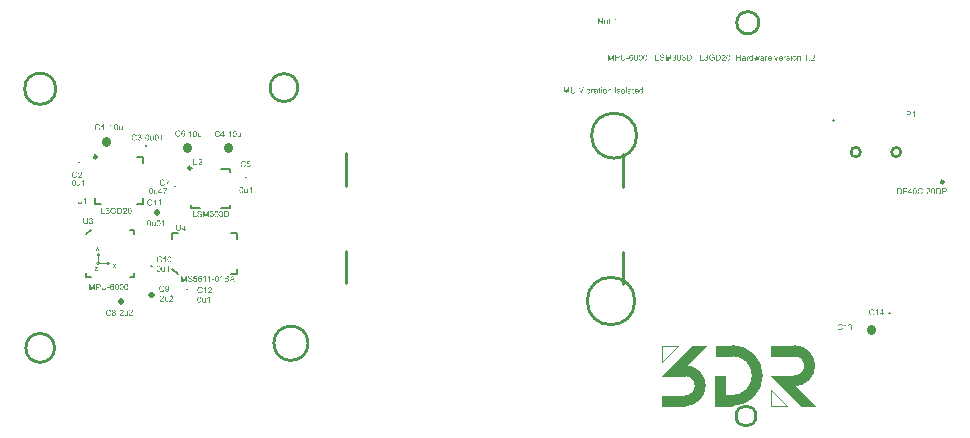
<source format=gto>
G04 Layer_Color=65535*
%FSAX42Y42*%
%MOMM*%
G71*
G01*
G75*
%ADD23C,0.25*%
%ADD30C,0.10*%
%ADD31C,0.25*%
%ADD32C,0.00*%
%ADD33C,0.20*%
%ADD34C,0.76*%
%ADD35C,0.51*%
%ADD36C,0.15*%
%ADD37C,0.05*%
G36*
X013083Y006722D02*
X013090D01*
Y006716D01*
X013083D01*
Y006704D01*
X013077D01*
Y006716D01*
X013055D01*
Y006722D01*
X013078Y006755D01*
X013083D01*
Y006722D01*
D02*
G37*
G36*
X013230Y006755D02*
X013231Y006755D01*
X013231Y006755D01*
X013232Y006755D01*
X013233Y006755D01*
X013235Y006754D01*
X013236Y006754D01*
X013237Y006753D01*
X013238Y006753D01*
X013239Y006752D01*
X013240Y006752D01*
X013240Y006751D01*
X013240Y006751D01*
X013241Y006751D01*
X013241Y006751D01*
X013241Y006750D01*
X013241Y006750D01*
X013242Y006749D01*
X013242Y006749D01*
X013243Y006748D01*
X013243Y006748D01*
X013243Y006747D01*
X013244Y006745D01*
X013244Y006744D01*
X013245Y006743D01*
X013245Y006742D01*
X013245Y006741D01*
Y006741D01*
Y006740D01*
X013245Y006740D01*
X013245Y006739D01*
X013244Y006738D01*
X013244Y006737D01*
X013244Y006736D01*
X013243Y006735D01*
X013243Y006735D01*
X013243Y006734D01*
X013243Y006734D01*
X013242Y006733D01*
X013242Y006732D01*
X013241Y006731D01*
X013240Y006730D01*
X013239Y006729D01*
Y006728D01*
X013239Y006728D01*
X013239Y006728D01*
X013239Y006728D01*
X013238Y006728D01*
X013238Y006727D01*
X013238Y006727D01*
X013237Y006726D01*
X013236Y006726D01*
X013236Y006725D01*
X013235Y006724D01*
X013234Y006723D01*
X013233Y006723D01*
X013232Y006722D01*
X013231Y006721D01*
X013230Y006720D01*
X013229Y006720D01*
X013229Y006719D01*
X013229Y006719D01*
X013229Y006719D01*
X013228Y006718D01*
X013228Y006718D01*
X013227Y006717D01*
X013225Y006716D01*
X013224Y006715D01*
X013224Y006714D01*
X013223Y006714D01*
X013223Y006713D01*
X013222Y006713D01*
X013222Y006713D01*
X013222Y006713D01*
X013222Y006713D01*
X013221Y006712D01*
X013221Y006712D01*
X013221Y006711D01*
X013220Y006710D01*
X013245D01*
Y006704D01*
X013211D01*
Y006704D01*
Y006704D01*
Y006705D01*
X013211Y006705D01*
X013211Y006706D01*
X013211Y006707D01*
X013211Y006707D01*
X013212Y006708D01*
Y006708D01*
X013212Y006708D01*
X013212Y006708D01*
X013212Y006709D01*
X013212Y006709D01*
X013213Y006710D01*
X013213Y006711D01*
X013214Y006712D01*
X013215Y006714D01*
X013216Y006715D01*
X013216Y006715D01*
X013216Y006715D01*
X013216Y006715D01*
X013216Y006715D01*
X013217Y006716D01*
X013218Y006717D01*
X013219Y006718D01*
X013220Y006720D01*
X013222Y006721D01*
X013224Y006723D01*
X013224Y006723D01*
X013224Y006723D01*
X013225Y006723D01*
X013225Y006724D01*
X013226Y006724D01*
X013227Y006725D01*
X013228Y006726D01*
X013229Y006727D01*
X013230Y006728D01*
X013232Y006730D01*
X013233Y006731D01*
X013234Y006732D01*
X013235Y006733D01*
X013235Y006733D01*
X013235Y006734D01*
X013235Y006734D01*
X013236Y006734D01*
X013236Y006734D01*
X013236Y006735D01*
X013236Y006735D01*
X013237Y006736D01*
X013237Y006737D01*
X013238Y006738D01*
X013238Y006740D01*
X013238Y006740D01*
Y006741D01*
Y006741D01*
Y006741D01*
Y006741D01*
X013238Y006742D01*
X013238Y006742D01*
X013238Y006743D01*
X013238Y006744D01*
X013237Y006745D01*
X013236Y006746D01*
X013236Y006747D01*
X013235Y006747D01*
X013235Y006748D01*
X013234Y006748D01*
X013234Y006749D01*
X013233Y006749D01*
X013231Y006750D01*
X013230Y006750D01*
X013229Y006750D01*
X013228D01*
X013228Y006750D01*
X013227D01*
X013227Y006750D01*
X013226Y006750D01*
X013225Y006749D01*
X013224Y006749D01*
X013222Y006748D01*
X013221Y006747D01*
X013221Y006747D01*
X013221Y006747D01*
X013220Y006746D01*
X013220Y006745D01*
X013219Y006744D01*
X013219Y006743D01*
X013219Y006741D01*
X013219Y006740D01*
X013212Y006740D01*
Y006740D01*
X013212Y006741D01*
Y006741D01*
X013212Y006742D01*
X013212Y006742D01*
X013213Y006743D01*
X013213Y006744D01*
X013213Y006744D01*
X013214Y006746D01*
X013214Y006747D01*
X013214Y006748D01*
X013215Y006749D01*
X013216Y006750D01*
X013216Y006751D01*
X013217Y006751D01*
X013217Y006751D01*
X013217Y006751D01*
X013218Y006752D01*
X013218Y006752D01*
X013218Y006752D01*
X013219Y006753D01*
X013219Y006753D01*
X013220Y006753D01*
X013221Y006754D01*
X013222Y006754D01*
X013223Y006754D01*
X013224Y006755D01*
X013225Y006755D01*
X013226Y006755D01*
X013227Y006755D01*
X013229Y006755D01*
X013229D01*
X013230Y006755D01*
D02*
G37*
G36*
X013314Y006755D02*
X013315D01*
X013316Y006755D01*
X013318Y006755D01*
X013319Y006754D01*
X013321Y006754D01*
X013321D01*
X013321Y006754D01*
X013321Y006754D01*
X013321Y006754D01*
X013322Y006754D01*
X013322Y006754D01*
X013323Y006753D01*
X013324Y006753D01*
X013326Y006752D01*
X013327Y006751D01*
X013328Y006750D01*
X013328Y006750D01*
X013328Y006750D01*
X013328Y006750D01*
X013329Y006750D01*
X013329Y006750D01*
X013329Y006749D01*
X013330Y006749D01*
X013330Y006748D01*
X013331Y006747D01*
X013332Y006745D01*
X013333Y006744D01*
X013334Y006742D01*
Y006742D01*
X013334Y006741D01*
X013334Y006741D01*
X013334Y006741D01*
X013335Y006740D01*
X013335Y006740D01*
X013335Y006739D01*
X013335Y006738D01*
X013335Y006737D01*
X013335Y006736D01*
X013336Y006735D01*
X013336Y006734D01*
X013336Y006732D01*
X013336Y006730D01*
Y006729D01*
Y006729D01*
Y006729D01*
Y006729D01*
X013336Y006728D01*
Y006727D01*
X013336Y006727D01*
X013336Y006726D01*
X013336Y006724D01*
X013336Y006723D01*
X013335Y006721D01*
X013335Y006719D01*
Y006719D01*
X013335Y006719D01*
X013335Y006719D01*
X013335Y006719D01*
X013334Y006718D01*
X013334Y006718D01*
X013334Y006717D01*
X013333Y006715D01*
X013333Y006714D01*
X013332Y006713D01*
X013331Y006712D01*
X013331Y006712D01*
X013331Y006711D01*
X013331Y006711D01*
X013330Y006710D01*
X013329Y006709D01*
X013328Y006709D01*
X013328Y006708D01*
X013327Y006707D01*
X013326Y006707D01*
X013326Y006707D01*
X013326Y006707D01*
X013325Y006706D01*
X013324Y006706D01*
X013323Y006705D01*
X013322Y006705D01*
X013320Y006705D01*
X013320D01*
X013320Y006705D01*
X013320D01*
X013320Y006704D01*
X013320Y006704D01*
X013319Y006704D01*
X013318Y006704D01*
X013317Y006704D01*
X013316Y006704D01*
X013314Y006704D01*
X013312Y006704D01*
X013294D01*
Y006755D01*
X013313D01*
X013314Y006755D01*
D02*
G37*
G36*
X013269Y006755D02*
X013270D01*
X013271Y006755D01*
X013272Y006755D01*
X013273Y006754D01*
X013274Y006754D01*
X013275Y006753D01*
X013276D01*
X013276Y006753D01*
X013276Y006753D01*
X013277Y006753D01*
X013277Y006752D01*
X013278Y006752D01*
X013279Y006751D01*
X013280Y006750D01*
X013281Y006749D01*
Y006749D01*
X013281Y006749D01*
X013281Y006748D01*
X013281Y006748D01*
X013281Y006747D01*
X013282Y006747D01*
X013282Y006745D01*
X013283Y006744D01*
X013283Y006743D01*
X013284Y006741D01*
Y006741D01*
X013284Y006741D01*
X013284Y006741D01*
X013284Y006740D01*
X013284Y006740D01*
X013284Y006739D01*
X013284Y006739D01*
X013284Y006738D01*
X013284Y006737D01*
X013285Y006736D01*
X013285Y006735D01*
X013285Y006734D01*
X013285Y006733D01*
X013285Y006732D01*
X013285Y006730D01*
Y006729D01*
Y006729D01*
Y006729D01*
Y006728D01*
Y006727D01*
X013285Y006727D01*
Y006726D01*
X013285Y006725D01*
X013285Y006724D01*
X013284Y006721D01*
X013284Y006719D01*
X013284Y006717D01*
X013283Y006715D01*
X013283Y006714D01*
Y006714D01*
X013283Y006714D01*
X013283Y006714D01*
X013283Y006713D01*
X013283Y006713D01*
X013282Y006712D01*
X013282Y006711D01*
X013281Y006710D01*
X013280Y006708D01*
X013279Y006707D01*
X013277Y006706D01*
X013277D01*
X013277Y006706D01*
X013277Y006706D01*
X013277Y006705D01*
X013276Y006705D01*
X013276Y006705D01*
X013276Y006705D01*
X013275Y006704D01*
X013274Y006704D01*
X013272Y006703D01*
X013270Y006703D01*
X013269Y006703D01*
X013268Y006703D01*
X013268D01*
X013267Y006703D01*
X013267D01*
X013266Y006703D01*
X013266Y006703D01*
X013265Y006703D01*
X013264Y006704D01*
X013263Y006704D01*
X013262Y006704D01*
X013261Y006705D01*
X013260Y006705D01*
X013259Y006706D01*
X013258Y006706D01*
X013257Y006707D01*
X013257Y006708D01*
X013257Y006708D01*
X013256Y006708D01*
X013256Y006709D01*
X013256Y006709D01*
X013255Y006710D01*
X013255Y006711D01*
X013255Y006712D01*
X013254Y006713D01*
X013254Y006715D01*
X013253Y006716D01*
X013253Y006718D01*
X013252Y006720D01*
X013252Y006722D01*
X013252Y006724D01*
X013252Y006726D01*
X013252Y006729D01*
Y006729D01*
Y006729D01*
Y006730D01*
Y006730D01*
X013252Y006731D01*
X013252Y006732D01*
Y006733D01*
X013252Y006734D01*
X013252Y006736D01*
X013252Y006739D01*
X013253Y006741D01*
X013253Y006742D01*
X013253Y006744D01*
Y006744D01*
X013254Y006744D01*
X013254Y006744D01*
X013254Y006744D01*
X013254Y006745D01*
X013254Y006745D01*
X013255Y006747D01*
X013256Y006748D01*
X013257Y006750D01*
X013258Y006751D01*
X013259Y006752D01*
X013259Y006752D01*
X013259Y006752D01*
X013259Y006752D01*
X013260Y006753D01*
X013260Y006753D01*
X013260Y006753D01*
X013261Y006753D01*
X013261Y006754D01*
X013263Y006754D01*
X013264Y006755D01*
X013266Y006755D01*
X013267Y006755D01*
X013269D01*
X013269Y006755D01*
D02*
G37*
G36*
X012984Y006755D02*
X012985D01*
X012987Y006755D01*
X012988Y006755D01*
X012990Y006754D01*
X012991Y006754D01*
X012991D01*
X012991Y006754D01*
X012991Y006754D01*
X012992Y006754D01*
X012992Y006754D01*
X012992Y006754D01*
X012993Y006753D01*
X012995Y006753D01*
X012996Y006752D01*
X012997Y006751D01*
X012998Y006750D01*
X012998Y006750D01*
X012999Y006750D01*
X012999Y006750D01*
X012999Y006750D01*
X012999Y006750D01*
X013000Y006749D01*
X013000Y006749D01*
X013001Y006748D01*
X013002Y006747D01*
X013003Y006745D01*
X013004Y006744D01*
X013004Y006742D01*
Y006742D01*
X013004Y006741D01*
X013005Y006741D01*
X013005Y006741D01*
X013005Y006740D01*
X013005Y006740D01*
X013005Y006739D01*
X013005Y006738D01*
X013006Y006737D01*
X013006Y006736D01*
X013006Y006735D01*
X013006Y006734D01*
X013006Y006732D01*
X013006Y006730D01*
Y006729D01*
Y006729D01*
Y006729D01*
Y006729D01*
X013006Y006728D01*
Y006727D01*
X013006Y006727D01*
X013006Y006726D01*
X013006Y006724D01*
X013006Y006723D01*
X013006Y006721D01*
X013005Y006719D01*
Y006719D01*
X013005Y006719D01*
X013005Y006719D01*
X013005Y006719D01*
X013005Y006718D01*
X013005Y006718D01*
X013004Y006717D01*
X013004Y006715D01*
X013003Y006714D01*
X013002Y006713D01*
X013002Y006712D01*
X013002Y006712D01*
X013001Y006711D01*
X013001Y006711D01*
X013000Y006710D01*
X013000Y006709D01*
X012999Y006709D01*
X012998Y006708D01*
X012997Y006707D01*
X012997Y006707D01*
X012996Y006707D01*
X012996Y006707D01*
X012995Y006706D01*
X012994Y006706D01*
X012993Y006705D01*
X012992Y006705D01*
X012991Y006705D01*
X012991D01*
X012991Y006705D01*
X012990D01*
X012990Y006704D01*
X012990Y006704D01*
X012989Y006704D01*
X012988Y006704D01*
X012987Y006704D01*
X012986Y006704D01*
X012984Y006704D01*
X012983Y006704D01*
X012964D01*
Y006755D01*
X012983D01*
X012984Y006755D01*
D02*
G37*
G36*
X013051Y006749D02*
X013023D01*
Y006733D01*
X013047D01*
Y006727D01*
X013023D01*
Y006704D01*
X013016D01*
Y006755D01*
X013051D01*
Y006749D01*
D02*
G37*
G36*
X013368Y006755D02*
X013369Y006755D01*
X013370Y006755D01*
X013371Y006755D01*
X013372Y006754D01*
X013373D01*
X013373Y006754D01*
X013373Y006754D01*
X013374Y006754D01*
X013375Y006754D01*
X013376Y006754D01*
X013377Y006753D01*
X013378Y006753D01*
X013379Y006752D01*
X013379Y006752D01*
X013379Y006752D01*
X013380Y006751D01*
X013380Y006751D01*
X013381Y006750D01*
X013382Y006749D01*
X013382Y006748D01*
X013383Y006747D01*
Y006747D01*
X013383Y006747D01*
X013383Y006747D01*
X013383Y006747D01*
X013383Y006746D01*
X013384Y006745D01*
X013384Y006744D01*
X013384Y006743D01*
X013384Y006741D01*
X013384Y006740D01*
Y006740D01*
Y006740D01*
Y006739D01*
X013384Y006739D01*
X013384Y006738D01*
X013384Y006738D01*
X013384Y006737D01*
X013384Y006736D01*
X013383Y006734D01*
X013383Y006734D01*
X013383Y006733D01*
X013382Y006732D01*
X013382Y006731D01*
X013381Y006730D01*
X013380Y006729D01*
X013380Y006729D01*
X013380Y006729D01*
X013380Y006729D01*
X013379Y006728D01*
X013379Y006728D01*
X013378Y006728D01*
X013378Y006727D01*
X013377Y006727D01*
X013376Y006726D01*
X013375Y006726D01*
X013374Y006726D01*
X013372Y006725D01*
X013371Y006725D01*
X013369Y006725D01*
X013367Y006725D01*
X013365Y006724D01*
X013352D01*
Y006704D01*
X013345D01*
Y006755D01*
X013367D01*
X013368Y006755D01*
D02*
G37*
G36*
X007147Y005919D02*
X007148Y005919D01*
X007149Y005919D01*
X007150Y005918D01*
X007151Y005918D01*
X007152Y005918D01*
X007153Y005917D01*
X007154Y005917D01*
X007155Y005917D01*
X007156Y005916D01*
X007157Y005915D01*
X007158Y005915D01*
X007158Y005915D01*
X007158Y005914D01*
X007158Y005914D01*
X007159Y005914D01*
X007159Y005913D01*
X007159Y005913D01*
X007160Y005912D01*
X007160Y005912D01*
X007161Y005911D01*
X007161Y005910D01*
X007162Y005909D01*
X007162Y005908D01*
X007162Y005907D01*
X007162Y005906D01*
X007162Y005904D01*
Y005904D01*
Y005904D01*
X007162Y005903D01*
X007162Y005903D01*
X007162Y005902D01*
X007162Y005901D01*
X007161Y005900D01*
X007161Y005898D01*
X007161Y005898D01*
X007161Y005898D01*
X007161Y005897D01*
X007160Y005897D01*
X007159Y005896D01*
X007159Y005895D01*
X007158Y005893D01*
X007157Y005892D01*
Y005892D01*
X007157Y005892D01*
X007157Y005892D01*
X007156Y005892D01*
X007156Y005891D01*
X007156Y005891D01*
X007155Y005890D01*
X007155Y005890D01*
X007154Y005889D01*
X007153Y005889D01*
X007152Y005888D01*
X007152Y005887D01*
X007151Y005886D01*
X007150Y005885D01*
X007148Y005884D01*
X007147Y005883D01*
X007147Y005883D01*
X007147Y005883D01*
X007147Y005883D01*
X007146Y005882D01*
X007146Y005882D01*
X007145Y005882D01*
X007144Y005881D01*
X007143Y005880D01*
X007142Y005878D01*
X007141Y005878D01*
X007141Y005878D01*
X007140Y005877D01*
X007140Y005877D01*
X007140Y005877D01*
X007140Y005876D01*
X007139Y005876D01*
X007139Y005876D01*
X007139Y005875D01*
X007138Y005875D01*
X007137Y005873D01*
X007162D01*
Y005867D01*
X007128D01*
Y005867D01*
Y005868D01*
Y005868D01*
X007129Y005869D01*
X007129Y005869D01*
X007129Y005870D01*
X007129Y005871D01*
X007129Y005872D01*
Y005872D01*
X007129Y005872D01*
X007129Y005872D01*
X007129Y005872D01*
X007130Y005873D01*
X007130Y005874D01*
X007131Y005875D01*
X007131Y005876D01*
X007132Y005877D01*
X007133Y005878D01*
X007133Y005879D01*
X007133Y005879D01*
X007134Y005879D01*
X007134Y005879D01*
X007135Y005880D01*
X007135Y005881D01*
X007137Y005882D01*
X007138Y005883D01*
X007140Y005885D01*
X007142Y005886D01*
X007142Y005886D01*
X007142Y005887D01*
X007142Y005887D01*
X007143Y005887D01*
X007144Y005888D01*
X007144Y005889D01*
X007145Y005889D01*
X007146Y005890D01*
X007148Y005892D01*
X007150Y005894D01*
X007151Y005895D01*
X007152Y005896D01*
X007152Y005896D01*
X007153Y005897D01*
X007153Y005897D01*
X007153Y005897D01*
X007153Y005897D01*
X007153Y005898D01*
X007154Y005898D01*
X007154Y005899D01*
X007154Y005900D01*
X007155Y005901D01*
X007155Y005902D01*
X007156Y005903D01*
X007156Y005904D01*
Y005905D01*
Y005905D01*
Y005905D01*
Y005905D01*
X007156Y005905D01*
X007156Y005906D01*
X007156Y005907D01*
X007155Y005908D01*
X007155Y005909D01*
X007154Y005910D01*
X007153Y005911D01*
X007153Y005911D01*
X007153Y005911D01*
X007152Y005912D01*
X007151Y005912D01*
X007150Y005913D01*
X007149Y005913D01*
X007148Y005913D01*
X007146Y005914D01*
X007146D01*
X007145Y005913D01*
X007145D01*
X007145Y005913D01*
X007144Y005913D01*
X007142Y005913D01*
X007141Y005912D01*
X007140Y005912D01*
X007139Y005911D01*
X007139Y005911D01*
X007138Y005910D01*
X007138Y005910D01*
X007138Y005909D01*
X007137Y005908D01*
X007137Y005906D01*
X007136Y005905D01*
X007136Y005903D01*
X007130Y005904D01*
Y005904D01*
X007130Y005904D01*
Y005905D01*
X007130Y005905D01*
X007130Y005906D01*
X007130Y005906D01*
X007130Y005907D01*
X007131Y005908D01*
X007131Y005910D01*
X007132Y005911D01*
X007132Y005912D01*
X007133Y005913D01*
X007133Y005913D01*
X007134Y005914D01*
X007135Y005915D01*
X007135Y005915D01*
X007135Y005915D01*
X007135Y005915D01*
X007135Y005916D01*
X007136Y005916D01*
X007136Y005916D01*
X007137Y005916D01*
X007138Y005917D01*
X007139Y005917D01*
X007139Y005918D01*
X007140Y005918D01*
X007141Y005918D01*
X007142Y005918D01*
X007144Y005919D01*
X007145Y005919D01*
X007146Y005919D01*
X007147D01*
X007147Y005919D01*
D02*
G37*
G36*
X007064Y005919D02*
X007065Y005919D01*
X007065Y005919D01*
X007066Y005919D01*
X007067Y005919D01*
X007069Y005918D01*
X007070Y005918D01*
X007071Y005918D01*
X007073Y005917D01*
X007074Y005917D01*
X007075Y005916D01*
X007076Y005915D01*
X007076Y005915D01*
X007076Y005915D01*
X007076Y005915D01*
X007077Y005915D01*
X007077Y005914D01*
X007077Y005914D01*
X007078Y005913D01*
X007079Y005913D01*
X007079Y005912D01*
X007080Y005911D01*
X007080Y005910D01*
X007081Y005909D01*
X007082Y005908D01*
X007082Y005907D01*
X007083Y005906D01*
X007083Y005904D01*
X007076Y005903D01*
Y005903D01*
X007076Y005903D01*
X007076Y005903D01*
X007076Y005904D01*
X007076Y005904D01*
X007076Y005905D01*
X007075Y005906D01*
X007074Y005907D01*
X007073Y005909D01*
X007072Y005910D01*
X007072Y005910D01*
X007071Y005911D01*
X007071D01*
X007071Y005911D01*
X007071Y005911D01*
X007071Y005911D01*
X007070Y005912D01*
X007070Y005912D01*
X007069Y005912D01*
X007068Y005913D01*
X007066Y005913D01*
X007064Y005913D01*
X007063Y005914D01*
X007062D01*
X007062Y005914D01*
X007061D01*
X007061Y005913D01*
X007060Y005913D01*
X007059Y005913D01*
X007058Y005913D01*
X007056Y005912D01*
X007054Y005912D01*
X007053Y005911D01*
X007053Y005911D01*
X007053D01*
X007052Y005911D01*
X007052Y005910D01*
X007052Y005910D01*
X007051Y005910D01*
X007051Y005909D01*
X007050Y005908D01*
X007049Y005906D01*
X007048Y005905D01*
X007047Y005903D01*
Y005903D01*
X007047Y005903D01*
X007047Y005903D01*
X007047Y005902D01*
X007047Y005902D01*
X007047Y005901D01*
X007047Y005901D01*
X007046Y005900D01*
X007046Y005899D01*
X007046Y005897D01*
X007046Y005895D01*
X007046Y005893D01*
Y005893D01*
Y005893D01*
Y005893D01*
Y005892D01*
X007046Y005892D01*
X007046Y005891D01*
Y005890D01*
X007046Y005889D01*
X007046Y005888D01*
X007046Y005886D01*
X007047Y005884D01*
X007047Y005882D01*
Y005882D01*
X007048Y005882D01*
X007048Y005881D01*
X007048Y005881D01*
X007048Y005881D01*
X007048Y005880D01*
X007049Y005879D01*
X007050Y005878D01*
X007051Y005877D01*
X007052Y005876D01*
X007053Y005875D01*
X007053D01*
X007054Y005875D01*
X007054Y005874D01*
X007054Y005874D01*
X007054Y005874D01*
X007055Y005874D01*
X007056Y005873D01*
X007057Y005873D01*
X007059Y005873D01*
X007060Y005872D01*
X007062Y005872D01*
X007063D01*
X007063Y005872D01*
X007064Y005872D01*
X007064Y005872D01*
X007065Y005873D01*
X007065Y005873D01*
X007067Y005873D01*
X007069Y005874D01*
X007069Y005874D01*
X007070Y005874D01*
X007071Y005875D01*
X007072Y005876D01*
X007072Y005876D01*
X007072Y005876D01*
X007072Y005876D01*
X007072Y005876D01*
X007073Y005876D01*
X007073Y005877D01*
X007073Y005877D01*
X007074Y005878D01*
X007074Y005879D01*
X007075Y005879D01*
X007075Y005880D01*
X007076Y005881D01*
X007076Y005882D01*
X007076Y005883D01*
X007077Y005884D01*
X007077Y005885D01*
X007084Y005884D01*
Y005883D01*
X007084Y005883D01*
X007084Y005883D01*
X007084Y005882D01*
X007083Y005881D01*
X007083Y005881D01*
X007083Y005880D01*
X007082Y005879D01*
X007082Y005878D01*
X007081Y005877D01*
X007080Y005876D01*
X007080Y005875D01*
X007079Y005874D01*
X007078Y005873D01*
X007077Y005872D01*
X007076Y005871D01*
X007076Y005871D01*
X007076Y005871D01*
X007076Y005870D01*
X007075Y005870D01*
X007075Y005870D01*
X007074Y005869D01*
X007073Y005869D01*
X007072Y005869D01*
X007071Y005868D01*
X007070Y005868D01*
X007069Y005867D01*
X007068Y005867D01*
X007067Y005867D01*
X007066Y005867D01*
X007064Y005867D01*
X007063Y005866D01*
X007062D01*
X007061Y005867D01*
X007061Y005867D01*
X007060Y005867D01*
X007059Y005867D01*
X007058Y005867D01*
X007056Y005867D01*
X007053Y005868D01*
X007052Y005868D01*
X007051Y005869D01*
X007050Y005869D01*
X007049Y005870D01*
X007049Y005870D01*
X007049Y005870D01*
X007049Y005870D01*
X007048Y005870D01*
X007048Y005871D01*
X007047Y005871D01*
X007047Y005872D01*
X007046Y005872D01*
X007046Y005873D01*
X007045Y005874D01*
X007044Y005874D01*
X007044Y005875D01*
X007043Y005876D01*
X007042Y005877D01*
X007042Y005878D01*
X007041Y005880D01*
Y005880D01*
X007041Y005880D01*
X007041Y005880D01*
X007041Y005881D01*
X007041Y005881D01*
X007040Y005882D01*
X007040Y005883D01*
X007040Y005884D01*
X007040Y005885D01*
X007039Y005886D01*
X007039Y005887D01*
X007039Y005888D01*
X007039Y005891D01*
X007039Y005893D01*
Y005893D01*
Y005894D01*
Y005894D01*
X007039Y005895D01*
Y005895D01*
X007039Y005896D01*
X007039Y005897D01*
X007039Y005898D01*
X007039Y005899D01*
X007039Y005900D01*
X007040Y005903D01*
X007041Y005905D01*
X007041Y005906D01*
X007042Y005907D01*
X007042Y005907D01*
X007042Y005907D01*
X007042Y005908D01*
X007042Y005908D01*
X007042Y005909D01*
X007043Y005909D01*
X007043Y005910D01*
X007044Y005911D01*
X007045Y005912D01*
X007047Y005914D01*
X007048Y005915D01*
X007049Y005916D01*
X007050Y005916D01*
X007050Y005916D01*
X007051Y005916D01*
X007051Y005917D01*
X007051Y005917D01*
X007052Y005917D01*
X007052Y005917D01*
X007053Y005918D01*
X007054Y005918D01*
X007055Y005918D01*
X007056Y005918D01*
X007058Y005919D01*
X007060Y005919D01*
X007061Y005919D01*
X007063D01*
X007064Y005919D01*
D02*
G37*
G36*
X007057Y005838D02*
X007057D01*
X007058Y005837D01*
X007059Y005837D01*
X007060Y005837D01*
X007062Y005836D01*
X007063Y005836D01*
X007063D01*
X007063Y005836D01*
X007063Y005836D01*
X007064Y005835D01*
X007065Y005835D01*
X007066Y005834D01*
X007066Y005833D01*
X007067Y005832D01*
X007068Y005831D01*
Y005831D01*
X007068Y005831D01*
X007068Y005831D01*
X007068Y005831D01*
X007069Y005830D01*
X007069Y005829D01*
X007070Y005828D01*
X007070Y005827D01*
X007071Y005825D01*
X007071Y005823D01*
Y005823D01*
X007071Y005823D01*
X007071Y005823D01*
X007071Y005823D01*
X007071Y005822D01*
X007072Y005822D01*
X007072Y005821D01*
X007072Y005820D01*
X007072Y005819D01*
X007072Y005819D01*
X007072Y005818D01*
X007072Y005817D01*
X007072Y005815D01*
X007072Y005814D01*
X007072Y005813D01*
Y005811D01*
Y005811D01*
Y005811D01*
Y005811D01*
Y005810D01*
X007072Y005809D01*
Y005808D01*
X007072Y005807D01*
X007072Y005806D01*
X007072Y005804D01*
X007072Y005801D01*
X007071Y005799D01*
X007071Y005798D01*
X007071Y005797D01*
Y005797D01*
X007070Y005797D01*
X007070Y005796D01*
X007070Y005796D01*
X007070Y005795D01*
X007070Y005795D01*
X007069Y005794D01*
X007068Y005792D01*
X007067Y005791D01*
X007066Y005790D01*
X007065Y005788D01*
X007065D01*
X007065Y005788D01*
X007065Y005788D01*
X007064Y005788D01*
X007064Y005788D01*
X007063Y005787D01*
X007063Y005787D01*
X007062Y005787D01*
X007061Y005786D01*
X007059Y005786D01*
X007058Y005785D01*
X007057Y005785D01*
X007056Y005785D01*
X007055D01*
X007055Y005785D01*
X007054D01*
X007054Y005785D01*
X007053Y005786D01*
X007052Y005786D01*
X007052Y005786D01*
X007051Y005786D01*
X007050Y005787D01*
X007049Y005787D01*
X007048Y005788D01*
X007047Y005788D01*
X007046Y005789D01*
X007045Y005790D01*
X007044Y005791D01*
X007044Y005791D01*
X007044Y005791D01*
X007044Y005791D01*
X007043Y005792D01*
X007043Y005793D01*
X007042Y005793D01*
X007042Y005794D01*
X007042Y005796D01*
X007041Y005797D01*
X007041Y005799D01*
X007040Y005800D01*
X007040Y005802D01*
X007040Y005804D01*
X007039Y005806D01*
X007039Y005809D01*
X007039Y005811D01*
Y005812D01*
Y005812D01*
Y005812D01*
Y005813D01*
X007039Y005814D01*
X007039Y005815D01*
Y005816D01*
X007039Y005817D01*
X007040Y005819D01*
X007040Y005821D01*
X007040Y005824D01*
X007041Y005825D01*
X007041Y005826D01*
Y005826D01*
X007041Y005826D01*
X007041Y005827D01*
X007041Y005827D01*
X007041Y005827D01*
X007042Y005828D01*
X007042Y005829D01*
X007043Y005831D01*
X007044Y005832D01*
X007045Y005833D01*
X007046Y005835D01*
X007047Y005835D01*
X007047Y005835D01*
X007047Y005835D01*
X007047Y005835D01*
X007047Y005835D01*
X007048Y005836D01*
X007048Y005836D01*
X007049Y005836D01*
X007050Y005837D01*
X007052Y005837D01*
X007054Y005837D01*
X007055Y005838D01*
X007056D01*
X007057Y005838D01*
D02*
G37*
G36*
X013207Y006719D02*
X013187D01*
Y006725D01*
X013207D01*
Y006719D01*
D02*
G37*
G36*
X013162Y006756D02*
X013163Y006756D01*
X013164Y006756D01*
X013165Y006755D01*
X013166Y006755D01*
X013168Y006755D01*
X013169Y006755D01*
X013170Y006754D01*
X013171Y006754D01*
X013172Y006753D01*
X013173Y006753D01*
X013174Y006752D01*
X013174Y006752D01*
X013174Y006752D01*
X013175Y006751D01*
X013175Y006751D01*
X013175Y006751D01*
X013176Y006750D01*
X013176Y006750D01*
X013177Y006749D01*
X013178Y006748D01*
X013178Y006747D01*
X013179Y006747D01*
X013179Y006746D01*
X013180Y006745D01*
X013180Y006743D01*
X013181Y006742D01*
X013181Y006741D01*
X013175Y006739D01*
Y006739D01*
X013175Y006740D01*
X013175Y006740D01*
X013174Y006740D01*
X013174Y006741D01*
X013174Y006741D01*
X013173Y006742D01*
X013173Y006744D01*
X013172Y006745D01*
X013171Y006746D01*
X013170Y006747D01*
X013170Y006747D01*
X013169D01*
X013169Y006748D01*
X013169Y006748D01*
X013169Y006748D01*
X013169Y006748D01*
X013168Y006748D01*
X013167Y006749D01*
X013166Y006749D01*
X013164Y006750D01*
X013163Y006750D01*
X013161Y006750D01*
X013160D01*
X013160Y006750D01*
X013159D01*
X013159Y006750D01*
X013158Y006750D01*
X013157Y006750D01*
X013156Y006749D01*
X013154Y006749D01*
X013153Y006748D01*
X013152Y006748D01*
X013151Y006747D01*
X013151D01*
X013151Y006747D01*
X013151Y006747D01*
X013150Y006747D01*
X013150Y006746D01*
X013149Y006745D01*
X013148Y006744D01*
X013147Y006743D01*
X013146Y006741D01*
X013146Y006740D01*
Y006739D01*
X013145Y006739D01*
X013145Y006739D01*
X013145Y006739D01*
X013145Y006738D01*
X013145Y006738D01*
X013145Y006737D01*
X013145Y006737D01*
X013144Y006735D01*
X013144Y006733D01*
X013144Y006732D01*
X013144Y006730D01*
Y006730D01*
Y006729D01*
Y006729D01*
Y006729D01*
X013144Y006728D01*
X013144Y006727D01*
Y006727D01*
X013144Y006726D01*
X013144Y006724D01*
X013145Y006722D01*
X013145Y006720D01*
X013146Y006718D01*
Y006718D01*
X013146Y006718D01*
X013146Y006718D01*
X013146Y006718D01*
X013146Y006717D01*
X013147Y006717D01*
X013147Y006716D01*
X013148Y006714D01*
X013149Y006713D01*
X013150Y006712D01*
X013152Y006711D01*
X013152D01*
X013152Y006711D01*
X013152Y006711D01*
X013152Y006711D01*
X013153Y006711D01*
X013153Y006710D01*
X013154Y006710D01*
X013156Y006709D01*
X013157Y006709D01*
X013159Y006709D01*
X013160Y006709D01*
X013161D01*
X013161Y006709D01*
X013162Y006709D01*
X013162Y006709D01*
X013163Y006709D01*
X013164Y006709D01*
X013165Y006709D01*
X013167Y006710D01*
X013168Y006710D01*
X013169Y006711D01*
X013169Y006711D01*
X013170Y006712D01*
X013170Y006712D01*
X013170Y006712D01*
X013170Y006712D01*
X013171Y006713D01*
X013171Y006713D01*
X013171Y006713D01*
X013172Y006714D01*
X013172Y006714D01*
X013173Y006715D01*
X013173Y006716D01*
X013174Y006717D01*
X013174Y006717D01*
X013174Y006718D01*
X013175Y006719D01*
X013175Y006720D01*
X013175Y006722D01*
X013182Y006720D01*
Y006720D01*
X013182Y006720D01*
X013182Y006719D01*
X013182Y006719D01*
X013182Y006718D01*
X013181Y006717D01*
X013181Y006716D01*
X013180Y006715D01*
X013180Y006714D01*
X013179Y006713D01*
X013179Y006712D01*
X013178Y006711D01*
X013177Y006710D01*
X013176Y006709D01*
X013176Y006708D01*
X013175Y006707D01*
X013174Y006707D01*
X013174Y006707D01*
X013174Y006707D01*
X013174Y006707D01*
X013173Y006706D01*
X013172Y006706D01*
X013172Y006705D01*
X013171Y006705D01*
X013170Y006705D01*
X013169Y006704D01*
X013168Y006704D01*
X013166Y006704D01*
X013165Y006703D01*
X013164Y006703D01*
X013162Y006703D01*
X013161Y006703D01*
X013160D01*
X013160Y006703D01*
X013159Y006703D01*
X013158Y006703D01*
X013157Y006703D01*
X013156Y006703D01*
X013154Y006704D01*
X013152Y006704D01*
X013151Y006705D01*
X013150Y006705D01*
X013148Y006706D01*
X013148Y006706D01*
X013147Y006706D01*
X013147Y006706D01*
X013147Y006707D01*
X013147Y006707D01*
X013146Y006707D01*
X013146Y006708D01*
X013145Y006708D01*
X013145Y006709D01*
X013144Y006709D01*
X013143Y006710D01*
X013143Y006711D01*
X013142Y006712D01*
X013141Y006713D01*
X013141Y006714D01*
X013140Y006715D01*
X013140Y006716D01*
Y006716D01*
X013139Y006716D01*
X013139Y006717D01*
X013139Y006717D01*
X013139Y006718D01*
X013139Y006718D01*
X013139Y006719D01*
X013138Y006720D01*
X013138Y006721D01*
X013138Y006722D01*
X013138Y006723D01*
X013137Y006724D01*
X013137Y006727D01*
X013137Y006730D01*
Y006730D01*
Y006730D01*
Y006730D01*
X013137Y006731D01*
Y006732D01*
X013137Y006733D01*
X013137Y006733D01*
X013137Y006734D01*
X013137Y006735D01*
X013138Y006737D01*
X013138Y006739D01*
X013139Y006741D01*
X013139Y006742D01*
X013140Y006744D01*
X013140Y006744D01*
X013140Y006744D01*
X013140Y006744D01*
X013141Y006745D01*
X013141Y006745D01*
X013141Y006746D01*
X013142Y006746D01*
X013142Y006747D01*
X013143Y006748D01*
X013145Y006750D01*
X013147Y006751D01*
X013148Y006752D01*
X013149Y006753D01*
X013149Y006753D01*
X013149Y006753D01*
X013149Y006753D01*
X013150Y006753D01*
X013150Y006753D01*
X013151Y006754D01*
X013151Y006754D01*
X013152Y006754D01*
X013153Y006755D01*
X013154Y006755D01*
X013156Y006755D01*
X013159Y006756D01*
X013160Y006756D01*
X013162D01*
X013162Y006756D01*
D02*
G37*
G36*
X007113Y005867D02*
X007107D01*
Y005907D01*
X007107Y005907D01*
X007107Y005907D01*
X007106Y005907D01*
X007105Y005906D01*
X007105Y005905D01*
X007104Y005905D01*
X007102Y005904D01*
X007101Y005903D01*
X007101D01*
X007101Y005903D01*
X007101Y005903D01*
X007100Y005903D01*
X007100Y005902D01*
X007099Y005902D01*
X007098Y005901D01*
X007097Y005901D01*
X007096Y005900D01*
X007094Y005900D01*
Y005906D01*
X007095D01*
X007095Y005906D01*
X007095Y005906D01*
X007095Y005906D01*
X007096Y005907D01*
X007096Y005907D01*
X007098Y005908D01*
X007099Y005908D01*
X007101Y005909D01*
X007102Y005911D01*
X007104Y005912D01*
X007104Y005912D01*
X007104Y005912D01*
X007104Y005912D01*
X007104Y005912D01*
X007105Y005913D01*
X007106Y005914D01*
X007107Y005915D01*
X007108Y005916D01*
X007109Y005917D01*
X007109Y005919D01*
X007113D01*
Y005867D01*
D02*
G37*
G36*
X013114Y006755D02*
X013115D01*
X013116Y006755D01*
X013117Y006755D01*
X013118Y006754D01*
X013119Y006754D01*
X013121Y006753D01*
X013121D01*
X013121Y006753D01*
X013121Y006753D01*
X013122Y006753D01*
X013122Y006752D01*
X013123Y006752D01*
X013124Y006751D01*
X013125Y006750D01*
X013126Y006749D01*
Y006749D01*
X013126Y006749D01*
X013126Y006748D01*
X013126Y006748D01*
X013126Y006747D01*
X013127Y006747D01*
X013127Y006745D01*
X013128Y006744D01*
X013128Y006743D01*
X013129Y006741D01*
Y006741D01*
X013129Y006741D01*
X013129Y006741D01*
X013129Y006740D01*
X013129Y006740D01*
X013129Y006739D01*
X013129Y006739D01*
X013129Y006738D01*
X013130Y006737D01*
X013130Y006736D01*
X013130Y006735D01*
X013130Y006734D01*
X013130Y006733D01*
X013130Y006732D01*
X013130Y006730D01*
Y006729D01*
Y006729D01*
Y006729D01*
Y006728D01*
Y006727D01*
X013130Y006727D01*
Y006726D01*
X013130Y006725D01*
X013130Y006724D01*
X013130Y006721D01*
X013129Y006719D01*
X013129Y006717D01*
X013128Y006715D01*
X013128Y006714D01*
Y006714D01*
X013128Y006714D01*
X013128Y006714D01*
X013128Y006713D01*
X013128Y006713D01*
X013127Y006712D01*
X013127Y006711D01*
X013126Y006710D01*
X013125Y006708D01*
X013124Y006707D01*
X013123Y006706D01*
X013122D01*
X013122Y006706D01*
X013122Y006706D01*
X013122Y006705D01*
X013122Y006705D01*
X013121Y006705D01*
X013121Y006705D01*
X013120Y006704D01*
X013119Y006704D01*
X013117Y006703D01*
X013115Y006703D01*
X013114Y006703D01*
X013113Y006703D01*
X013113D01*
X013113Y006703D01*
X013112D01*
X013111Y006703D01*
X013111Y006703D01*
X013110Y006703D01*
X013109Y006704D01*
X013108Y006704D01*
X013107Y006704D01*
X013106Y006705D01*
X013105Y006705D01*
X013104Y006706D01*
X013103Y006706D01*
X013103Y006707D01*
X013102Y006708D01*
X013102Y006708D01*
X013101Y006708D01*
X013101Y006709D01*
X013101Y006709D01*
X013101Y006710D01*
X013100Y006711D01*
X013100Y006712D01*
X013099Y006713D01*
X013099Y006715D01*
X013098Y006716D01*
X013098Y006718D01*
X013097Y006720D01*
X013097Y006722D01*
X013097Y006724D01*
X013097Y006726D01*
X013097Y006729D01*
Y006729D01*
Y006729D01*
Y006730D01*
Y006730D01*
X013097Y006731D01*
X013097Y006732D01*
Y006733D01*
X013097Y006734D01*
X013097Y006736D01*
X013097Y006739D01*
X013098Y006741D01*
X013098Y006742D01*
X013099Y006744D01*
Y006744D01*
X013099Y006744D01*
X013099Y006744D01*
X013099Y006744D01*
X013099Y006745D01*
X013099Y006745D01*
X013100Y006747D01*
X013101Y006748D01*
X013102Y006750D01*
X013103Y006751D01*
X013104Y006752D01*
X013104Y006752D01*
X013104Y006752D01*
X013104Y006752D01*
X013105Y006753D01*
X013105Y006753D01*
X013106Y006753D01*
X013106Y006753D01*
X013107Y006754D01*
X013108Y006754D01*
X013110Y006755D01*
X013111Y006755D01*
X013112Y006755D01*
X013114D01*
X013114Y006755D01*
D02*
G37*
G36*
X011399Y007888D02*
X011399D01*
X011400Y007888D01*
X011401Y007888D01*
X011402Y007887D01*
X011404Y007887D01*
X011406Y007887D01*
X011407Y007886D01*
X011408D01*
X011408Y007886D01*
X011408Y007886D01*
X011408Y007886D01*
X011409Y007886D01*
X011409Y007885D01*
X011410Y007885D01*
X011411Y007884D01*
X011412Y007883D01*
X011413Y007882D01*
X011414Y007881D01*
Y007881D01*
X011415Y007881D01*
X011415Y007881D01*
X011415Y007880D01*
X011415Y007880D01*
X011415Y007880D01*
X011416Y007879D01*
X011417Y007878D01*
X011417Y007876D01*
X011418Y007875D01*
X011418Y007873D01*
X011412Y007871D01*
Y007871D01*
X011412Y007871D01*
X011412Y007871D01*
X011412Y007872D01*
X011412Y007872D01*
X011411Y007873D01*
X011411Y007874D01*
X011411Y007875D01*
X011410Y007876D01*
X011409Y007877D01*
X011409Y007877D01*
X011409Y007878D01*
X011409Y007878D01*
X011408Y007878D01*
X011407Y007879D01*
X011407Y007880D01*
X011406Y007880D01*
X011404Y007881D01*
X011404D01*
X011404Y007881D01*
X011404Y007881D01*
X011403Y007881D01*
X011402Y007881D01*
X011401Y007882D01*
X011400Y007882D01*
X011399Y007882D01*
X011397Y007882D01*
X011397D01*
X011396Y007882D01*
X011396D01*
X011395Y007882D01*
X011394Y007882D01*
X011392Y007882D01*
X011391Y007881D01*
X011389Y007881D01*
X011389D01*
X011389Y007881D01*
X011389Y007880D01*
X011388Y007880D01*
X011388Y007880D01*
X011387Y007879D01*
X011386Y007879D01*
X011385Y007878D01*
X011384Y007877D01*
X011384Y007877D01*
X011384Y007877D01*
X011383Y007876D01*
X011383Y007875D01*
X011382Y007875D01*
X011382Y007874D01*
X011381Y007873D01*
X011381Y007872D01*
Y007872D01*
X011381Y007872D01*
X011381Y007871D01*
X011381Y007871D01*
X011380Y007871D01*
X011380Y007870D01*
X011380Y007870D01*
X011380Y007869D01*
X011379Y007867D01*
X011379Y007866D01*
X011379Y007864D01*
X011379Y007862D01*
Y007862D01*
Y007861D01*
Y007861D01*
X011379Y007860D01*
Y007860D01*
X011379Y007859D01*
X011379Y007858D01*
X011379Y007858D01*
X011379Y007856D01*
X011380Y007854D01*
X011380Y007852D01*
X011381Y007850D01*
Y007850D01*
X011381Y007850D01*
X011381Y007850D01*
X011382Y007849D01*
X011382Y007849D01*
X011382Y007849D01*
X011383Y007848D01*
X011384Y007846D01*
X011385Y007845D01*
X011386Y007844D01*
X011388Y007843D01*
X011388D01*
X011388Y007843D01*
X011388Y007843D01*
X011389Y007843D01*
X011389Y007843D01*
X011390Y007843D01*
X011390Y007842D01*
X011391Y007842D01*
X011392Y007842D01*
X011394Y007841D01*
X011396Y007841D01*
X011398Y007841D01*
X011398D01*
X011399Y007841D01*
X011399D01*
X011400Y007841D01*
X011402Y007841D01*
X011403Y007842D01*
X011405Y007842D01*
X011406Y007843D01*
X011406D01*
X011406Y007843D01*
X011407Y007843D01*
X011407Y007843D01*
X011408Y007843D01*
X011409Y007844D01*
X011410Y007844D01*
X011411Y007845D01*
X011412Y007846D01*
X011413Y007846D01*
Y007856D01*
X011397D01*
Y007862D01*
X011419D01*
Y007843D01*
X011419Y007843D01*
X011419Y007843D01*
X011419Y007843D01*
X011418Y007842D01*
X011418Y007842D01*
X011417Y007842D01*
X011417Y007841D01*
X011416Y007841D01*
X011414Y007840D01*
X011413Y007839D01*
X011411Y007838D01*
X011409Y007837D01*
X011409D01*
X011409Y007837D01*
X011408Y007837D01*
X011408Y007837D01*
X011407Y007837D01*
X011407Y007836D01*
X011406Y007836D01*
X011406Y007836D01*
X011404Y007836D01*
X011402Y007835D01*
X011400Y007835D01*
X011398Y007835D01*
X011397D01*
X011397Y007835D01*
X011396D01*
X011395Y007835D01*
X011394Y007835D01*
X011393Y007835D01*
X011392Y007836D01*
X011391Y007836D01*
X011389Y007836D01*
X011387Y007837D01*
X011385Y007838D01*
X011384Y007838D01*
X011384Y007838D01*
X011384Y007838D01*
X011384Y007839D01*
X011383Y007839D01*
X011383Y007839D01*
X011382Y007840D01*
X011382Y007840D01*
X011381Y007841D01*
X011380Y007841D01*
X011379Y007842D01*
X011379Y007843D01*
X011378Y007844D01*
X011377Y007844D01*
X011376Y007845D01*
X011376Y007846D01*
X011375Y007848D01*
Y007848D01*
X011375Y007848D01*
X011375Y007848D01*
X011375Y007849D01*
X011374Y007849D01*
X011374Y007850D01*
X011374Y007851D01*
X011373Y007852D01*
X011373Y007853D01*
X011373Y007854D01*
X011373Y007855D01*
X011372Y007856D01*
X011372Y007858D01*
X011372Y007860D01*
X011372Y007861D01*
Y007861D01*
Y007862D01*
Y007862D01*
X011372Y007862D01*
Y007863D01*
X011372Y007864D01*
X011372Y007865D01*
X011372Y007866D01*
X011372Y007867D01*
X011373Y007868D01*
X011373Y007870D01*
X011374Y007873D01*
X011374Y007874D01*
X011375Y007875D01*
X011375Y007875D01*
X011375Y007875D01*
X011375Y007876D01*
X011376Y007876D01*
X011376Y007877D01*
X011376Y007877D01*
X011377Y007878D01*
X011377Y007879D01*
X011378Y007880D01*
X011379Y007880D01*
X011379Y007881D01*
X011380Y007882D01*
X011382Y007883D01*
X011383Y007884D01*
X011384Y007885D01*
X011384Y007885D01*
X011384Y007885D01*
X011385Y007885D01*
X011385Y007885D01*
X011386Y007885D01*
X011386Y007886D01*
X011387Y007886D01*
X011388Y007886D01*
X011389Y007887D01*
X011390Y007887D01*
X011391Y007887D01*
X011392Y007887D01*
X011395Y007888D01*
X011396Y007888D01*
X011397Y007888D01*
X011398D01*
X011399Y007888D01*
D02*
G37*
G36*
X010976D02*
X010976D01*
X010977Y007888D01*
X010978Y007888D01*
X010979Y007887D01*
X010981Y007887D01*
X010983Y007887D01*
X010984Y007886D01*
X010984D01*
X010984Y007886D01*
X010985Y007886D01*
X010985Y007886D01*
X010986Y007885D01*
X010987Y007885D01*
X010988Y007884D01*
X010989Y007883D01*
X010990Y007882D01*
X010991Y007881D01*
Y007881D01*
X010991Y007880D01*
X010991Y007880D01*
X010991Y007880D01*
X010991Y007880D01*
X010992Y007879D01*
X010992Y007878D01*
X010993Y007877D01*
X010993Y007876D01*
X010993Y007874D01*
X010993Y007873D01*
X010987Y007872D01*
Y007872D01*
Y007872D01*
X010987Y007873D01*
X010987Y007873D01*
X010987Y007873D01*
X010987Y007874D01*
X010986Y007875D01*
X010986Y007876D01*
X010985Y007877D01*
X010984Y007878D01*
X010983Y007879D01*
X010983Y007880D01*
X010983Y007880D01*
X010983Y007880D01*
X010983Y007880D01*
X010982Y007880D01*
X010982Y007880D01*
X010981Y007881D01*
X010981Y007881D01*
X010980Y007881D01*
X010979Y007881D01*
X010978Y007881D01*
X010978Y007882D01*
X010977Y007882D01*
X010976Y007882D01*
X010974D01*
X010973Y007882D01*
X010972Y007882D01*
X010971Y007882D01*
X010970Y007881D01*
X010968Y007881D01*
X010967Y007880D01*
X010966Y007880D01*
X010966Y007880D01*
X010965Y007879D01*
X010965Y007879D01*
X010965Y007879D01*
X010964Y007878D01*
X010964Y007877D01*
X010963Y007876D01*
X010963Y007875D01*
X010963Y007874D01*
Y007874D01*
Y007874D01*
X010963Y007873D01*
X010963Y007873D01*
X010963Y007872D01*
X010964Y007871D01*
X010964Y007870D01*
X010965Y007870D01*
X010965Y007870D01*
X010965Y007869D01*
X010965Y007869D01*
X010965Y007869D01*
X010966Y007869D01*
X010966Y007869D01*
X010967Y007869D01*
X010967Y007868D01*
X010968Y007868D01*
X010969Y007868D01*
X010970Y007867D01*
X010971Y007867D01*
X010972Y007867D01*
X010973Y007866D01*
X010975Y007866D01*
X010975D01*
X010975Y007866D01*
X010976Y007866D01*
X010976Y007866D01*
X010977Y007866D01*
X010978Y007865D01*
X010979Y007865D01*
X010979Y007865D01*
X010981Y007864D01*
X010983Y007864D01*
X010984Y007864D01*
X010985Y007863D01*
X010986Y007863D01*
X010986Y007863D01*
X010986D01*
X010986Y007863D01*
X010987Y007863D01*
X010987Y007862D01*
X010988Y007862D01*
X010989Y007861D01*
X010990Y007861D01*
X010991Y007860D01*
X010992Y007859D01*
X010993Y007858D01*
Y007857D01*
X010993Y007857D01*
X010993Y007857D01*
X010993Y007857D01*
X010993Y007856D01*
X010994Y007855D01*
X010994Y007854D01*
X010995Y007853D01*
X010995Y007852D01*
X010995Y007850D01*
Y007850D01*
Y007850D01*
Y007850D01*
X010995Y007850D01*
Y007849D01*
X010995Y007849D01*
X010995Y007848D01*
X010994Y007847D01*
X010994Y007845D01*
X010993Y007844D01*
X010993Y007843D01*
Y007843D01*
X010992Y007842D01*
X010992Y007842D01*
X010992Y007842D01*
X010992Y007841D01*
X010991Y007841D01*
X010990Y007840D01*
X010989Y007839D01*
X010987Y007838D01*
X010986Y007837D01*
X010986D01*
X010986Y007837D01*
X010985Y007837D01*
X010985Y007837D01*
X010985Y007837D01*
X010984Y007836D01*
X010984Y007836D01*
X010983Y007836D01*
X010982Y007836D01*
X010980Y007835D01*
X010978Y007835D01*
X010976Y007835D01*
X010975D01*
X010975Y007835D01*
X010974D01*
X010974Y007835D01*
X010973Y007835D01*
X010972Y007835D01*
X010970Y007836D01*
X010968Y007836D01*
X010966Y007836D01*
X010964Y007837D01*
X010964D01*
X010964Y007837D01*
X010964Y007837D01*
X010964Y007837D01*
X010963Y007838D01*
X010963Y007838D01*
X010962Y007839D01*
X010961Y007839D01*
X010959Y007840D01*
X010958Y007842D01*
X010957Y007843D01*
Y007843D01*
X010957Y007843D01*
X010957Y007844D01*
X010957Y007844D01*
X010957Y007844D01*
X010956Y007845D01*
X010956Y007845D01*
X010956Y007846D01*
X010955Y007847D01*
X010955Y007849D01*
X010954Y007851D01*
X010954Y007852D01*
X010961Y007853D01*
Y007853D01*
Y007853D01*
X010961Y007853D01*
Y007852D01*
X010961Y007852D01*
X010961Y007851D01*
X010961Y007850D01*
X010962Y007849D01*
X010962Y007848D01*
X010963Y007847D01*
X010963Y007846D01*
X010963Y007846D01*
X010964Y007846D01*
X010964Y007845D01*
X010965Y007844D01*
X010966Y007844D01*
X010967Y007843D01*
X010968Y007843D01*
X010968D01*
X010968Y007842D01*
X010968Y007842D01*
X010969Y007842D01*
X010969Y007842D01*
X010969Y007842D01*
X010970Y007842D01*
X010971Y007842D01*
X010973Y007841D01*
X010974Y007841D01*
X010976Y007841D01*
X010976D01*
X010977Y007841D01*
X010978Y007841D01*
X010979Y007841D01*
X010980Y007842D01*
X010981Y007842D01*
X010983Y007842D01*
X010983D01*
X010983Y007842D01*
X010983Y007842D01*
X010984Y007843D01*
X010984Y007843D01*
X010985Y007843D01*
X010986Y007844D01*
X010986Y007845D01*
X010987Y007845D01*
X010987Y007845D01*
X010987Y007846D01*
X010987Y007846D01*
X010988Y007847D01*
X010988Y007847D01*
X010988Y007848D01*
X010988Y007849D01*
X010988Y007850D01*
Y007850D01*
Y007850D01*
X010988Y007851D01*
X010988Y007851D01*
X010988Y007852D01*
X010988Y007853D01*
X010987Y007853D01*
X010987Y007854D01*
X010987Y007854D01*
X010987Y007854D01*
X010986Y007855D01*
X010986Y007855D01*
X010985Y007855D01*
X010984Y007856D01*
X010984Y007856D01*
X010982Y007857D01*
X010982Y007857D01*
X010982Y007857D01*
X010982Y007857D01*
X010981Y007857D01*
X010981Y007857D01*
X010981Y007858D01*
X010980Y007858D01*
X010979Y007858D01*
X010979Y007858D01*
X010978Y007858D01*
X010977Y007859D01*
X010976Y007859D01*
X010975Y007859D01*
X010973Y007859D01*
X010973D01*
X010973Y007859D01*
X010973Y007860D01*
X010972Y007860D01*
X010972Y007860D01*
X010971Y007860D01*
X010969Y007860D01*
X010968Y007861D01*
X010966Y007862D01*
X010965Y007862D01*
X010964Y007862D01*
X010963Y007863D01*
X010963D01*
X010963Y007863D01*
X010963Y007863D01*
X010963Y007863D01*
X010962Y007863D01*
X010961Y007864D01*
X010961Y007865D01*
X010960Y007865D01*
X010959Y007866D01*
X010958Y007867D01*
Y007867D01*
X010958Y007868D01*
X010958Y007868D01*
X010957Y007868D01*
X010957Y007869D01*
X010957Y007870D01*
X010957Y007871D01*
X010956Y007873D01*
X010956Y007874D01*
Y007874D01*
Y007874D01*
Y007874D01*
X010956Y007874D01*
X010956Y007875D01*
X010957Y007876D01*
X010957Y007877D01*
X010957Y007878D01*
X010958Y007880D01*
X010958Y007881D01*
Y007881D01*
X010959Y007881D01*
X010959Y007882D01*
X010959Y007882D01*
X010960Y007883D01*
X010961Y007884D01*
X010962Y007885D01*
X010963Y007885D01*
X010965Y007886D01*
X010965D01*
X010965Y007886D01*
X010965Y007886D01*
X010966Y007886D01*
X010966Y007887D01*
X010966Y007887D01*
X010967Y007887D01*
X010968Y007887D01*
X010969Y007887D01*
X010971Y007888D01*
X010972Y007888D01*
X010974Y007888D01*
X010975D01*
X010976Y007888D01*
D02*
G37*
G36*
X010715Y007887D02*
X010716Y007887D01*
X010716Y007887D01*
X010717Y007887D01*
X010718Y007887D01*
X010719Y007886D01*
X010721Y007886D01*
X010722Y007885D01*
X010722Y007885D01*
X010723Y007884D01*
X010724Y007884D01*
X010724Y007884D01*
X010724Y007884D01*
X010724Y007884D01*
X010724Y007883D01*
X010725Y007883D01*
X010725Y007882D01*
X010726Y007882D01*
X010726Y007881D01*
X010726Y007881D01*
X010727Y007880D01*
X010727Y007879D01*
X010727Y007878D01*
X010728Y007877D01*
X010728Y007876D01*
X010729Y007875D01*
X010722Y007874D01*
Y007874D01*
X010722Y007874D01*
Y007874D01*
X010722Y007875D01*
X010722Y007875D01*
X010722Y007876D01*
X010721Y007877D01*
X010721Y007878D01*
X010720Y007879D01*
X010720Y007879D01*
X010720Y007880D01*
X010719Y007880D01*
X010719Y007880D01*
X010718Y007881D01*
X010717Y007881D01*
X010716Y007882D01*
X010715Y007882D01*
X010714Y007882D01*
X010713D01*
X010713Y007882D01*
X010712Y007882D01*
X010711Y007882D01*
X010710Y007881D01*
X010709Y007881D01*
X010708Y007880D01*
X010708Y007880D01*
X010708Y007880D01*
X010707Y007879D01*
X010707Y007879D01*
X010706Y007878D01*
X010705Y007877D01*
X010704Y007876D01*
X010704Y007874D01*
Y007874D01*
X010704Y007874D01*
X010703Y007874D01*
X010703Y007873D01*
X010703Y007873D01*
X010703Y007872D01*
X010703Y007872D01*
X010703Y007871D01*
X010703Y007870D01*
X010702Y007869D01*
X010702Y007868D01*
X010702Y007867D01*
X010702Y007866D01*
X010702Y007865D01*
X010702Y007864D01*
Y007862D01*
X010702Y007862D01*
X010702Y007863D01*
X010703Y007863D01*
X010703Y007864D01*
X010704Y007865D01*
X010705Y007866D01*
X010706Y007867D01*
X010707Y007867D01*
X010707D01*
X010708Y007867D01*
X010708Y007868D01*
X010708Y007868D01*
X010709Y007868D01*
X010709Y007868D01*
X010711Y007869D01*
X010712Y007869D01*
X010713Y007869D01*
X010714Y007869D01*
X010715D01*
X010715Y007869D01*
X010716Y007869D01*
X010717Y007869D01*
X010717Y007869D01*
X010718Y007869D01*
X010719Y007868D01*
X010720Y007868D01*
X010721Y007868D01*
X010721Y007867D01*
X010722Y007867D01*
X010723Y007866D01*
X010724Y007865D01*
X010725Y007864D01*
X010725Y007864D01*
X010725Y007864D01*
X010725Y007864D01*
X010726Y007864D01*
X010726Y007863D01*
X010726Y007863D01*
X010727Y007862D01*
X010727Y007861D01*
X010728Y007860D01*
X010728Y007859D01*
X010728Y007859D01*
X010729Y007857D01*
X010729Y007856D01*
X010729Y007855D01*
X010729Y007854D01*
X010729Y007852D01*
Y007852D01*
Y007852D01*
Y007852D01*
Y007852D01*
X010729Y007851D01*
X010729Y007851D01*
X010729Y007850D01*
X010729Y007848D01*
X010729Y007847D01*
X010728Y007845D01*
X010727Y007844D01*
Y007843D01*
X010727Y007843D01*
X010727Y007843D01*
X010727Y007843D01*
X010726Y007842D01*
X010726Y007841D01*
X010725Y007840D01*
X010724Y007839D01*
X010723Y007838D01*
X010722Y007837D01*
X010721D01*
X010721Y007837D01*
X010721Y007837D01*
X010721Y007837D01*
X010721Y007837D01*
X010720Y007837D01*
X010719Y007836D01*
X010718Y007836D01*
X010717Y007835D01*
X010715Y007835D01*
X010713Y007835D01*
X010713D01*
X010713Y007835D01*
X010712D01*
X010711Y007835D01*
X010711Y007835D01*
X010710Y007836D01*
X010709Y007836D01*
X010708Y007836D01*
X010707Y007836D01*
X010706Y007837D01*
X010705Y007837D01*
X010704Y007838D01*
X010703Y007839D01*
X010702Y007840D01*
X010701Y007841D01*
X010700Y007841D01*
X010700Y007841D01*
X010700Y007841D01*
X010700Y007842D01*
X010699Y007842D01*
X010699Y007843D01*
X010699Y007844D01*
X010698Y007845D01*
X010698Y007847D01*
X010697Y007848D01*
X010697Y007850D01*
X010696Y007851D01*
X010696Y007853D01*
X010696Y007855D01*
X010696Y007857D01*
X010696Y007860D01*
Y007860D01*
Y007860D01*
Y007860D01*
Y007860D01*
Y007861D01*
X010696Y007861D01*
Y007862D01*
X010696Y007863D01*
X010696Y007865D01*
X010696Y007866D01*
X010696Y007868D01*
X010697Y007870D01*
X010697Y007872D01*
X010697Y007873D01*
X010698Y007875D01*
X010699Y007877D01*
X010699Y007878D01*
X010700Y007880D01*
X010701Y007881D01*
X010701Y007881D01*
X010701Y007882D01*
X010702Y007882D01*
X010702Y007882D01*
X010702Y007883D01*
X010703Y007883D01*
X010704Y007884D01*
X010704Y007884D01*
X010705Y007885D01*
X010706Y007885D01*
X010707Y007886D01*
X010709Y007886D01*
X010710Y007887D01*
X010711Y007887D01*
X010713Y007887D01*
X010714Y007887D01*
X010715D01*
X010715Y007887D01*
D02*
G37*
G36*
X012019Y007874D02*
X012020Y007874D01*
X012021Y007873D01*
X012022Y007873D01*
X012023Y007872D01*
X012024Y007872D01*
X012022Y007866D01*
X012022Y007866D01*
X012022Y007866D01*
X012021Y007866D01*
X012021Y007867D01*
X012020Y007867D01*
X012019Y007867D01*
X012018Y007867D01*
X012018Y007867D01*
X012017D01*
X012017Y007867D01*
X012016Y007867D01*
X012016Y007867D01*
X012015Y007867D01*
X012014Y007866D01*
X012014Y007866D01*
X012014Y007866D01*
X012014Y007866D01*
X012013Y007865D01*
X012013Y007865D01*
X012013Y007865D01*
X012012Y007864D01*
X012012Y007863D01*
X012011Y007863D01*
Y007862D01*
X012011Y007862D01*
Y007862D01*
X012011Y007862D01*
X012011Y007861D01*
X012011Y007860D01*
X012011Y007859D01*
X012011Y007858D01*
X012011Y007857D01*
X012010Y007855D01*
Y007836D01*
X012004D01*
Y007873D01*
X012010D01*
Y007867D01*
X012010Y007867D01*
X012010Y007868D01*
X012010Y007868D01*
X012011Y007869D01*
X012011Y007869D01*
X012012Y007870D01*
X012012Y007871D01*
X012013Y007872D01*
X012014Y007873D01*
X012014Y007873D01*
X012014Y007873D01*
X012015Y007873D01*
X012015Y007873D01*
X012016Y007873D01*
X012016Y007874D01*
X012017Y007874D01*
X012018Y007874D01*
X012018D01*
X012019Y007874D01*
D02*
G37*
G36*
X012138Y007874D02*
X012139Y007874D01*
X012140Y007873D01*
X012141Y007873D01*
X012142Y007873D01*
X012143Y007873D01*
X012143Y007872D01*
X012143Y007872D01*
X012144Y007872D01*
X012145Y007872D01*
X012145Y007871D01*
X012146Y007871D01*
X012147Y007870D01*
X012147Y007869D01*
X012147Y007869D01*
X012147Y007869D01*
X012148Y007869D01*
X012148Y007868D01*
X012148Y007867D01*
X012149Y007867D01*
X012149Y007866D01*
X012149Y007865D01*
Y007865D01*
X012149Y007864D01*
X012149Y007864D01*
X012149Y007863D01*
X012149Y007862D01*
X012149Y007861D01*
X012150Y007860D01*
Y007859D01*
Y007836D01*
X012143D01*
Y007858D01*
Y007858D01*
Y007859D01*
Y007859D01*
Y007859D01*
X012143Y007860D01*
Y007861D01*
X012143Y007861D01*
X012143Y007862D01*
X012143Y007863D01*
X012142Y007864D01*
Y007864D01*
X012142Y007864D01*
X012142Y007865D01*
X012142Y007865D01*
X012142Y007866D01*
X012141Y007866D01*
X012141Y007867D01*
X012140Y007867D01*
X012140Y007867D01*
X012140Y007867D01*
X012139Y007868D01*
X012139Y007868D01*
X012138Y007868D01*
X012137Y007868D01*
X012136Y007868D01*
X012136Y007868D01*
X012135D01*
X012135Y007868D01*
X012134Y007868D01*
X012133Y007868D01*
X012132Y007868D01*
X012131Y007867D01*
X012130Y007867D01*
X012129Y007866D01*
X012128Y007866D01*
X012128Y007865D01*
X012128Y007865D01*
X012128Y007865D01*
X012128Y007865D01*
X012127Y007864D01*
X012127Y007864D01*
X012127Y007863D01*
X012127Y007862D01*
X012126Y007861D01*
X012126Y007861D01*
X012126Y007860D01*
X012126Y007859D01*
X012126Y007857D01*
X012126Y007856D01*
Y007836D01*
X012119D01*
Y007873D01*
X012125D01*
Y007868D01*
X012125Y007868D01*
X012125Y007868D01*
X012126Y007868D01*
X012126Y007869D01*
X012126Y007869D01*
X012127Y007870D01*
X012127Y007870D01*
X012128Y007871D01*
X012129Y007871D01*
X012130Y007872D01*
X012131Y007872D01*
X012132Y007873D01*
X012133Y007873D01*
X012134Y007874D01*
X012135Y007874D01*
X012137Y007874D01*
X012137D01*
X012138Y007874D01*
D02*
G37*
G36*
X011744Y007836D02*
X011738D01*
Y007841D01*
X011738Y007841D01*
X011738Y007840D01*
X011738Y007840D01*
X011738Y007840D01*
X011737Y007839D01*
X011737Y007839D01*
X011736Y007838D01*
X011736Y007838D01*
X011735Y007837D01*
X011734Y007837D01*
X011733Y007836D01*
X011732Y007836D01*
X011731Y007836D01*
X011730Y007835D01*
X011729Y007835D01*
X011728Y007835D01*
X011727D01*
X011727Y007835D01*
X011727D01*
X011726Y007835D01*
X011725Y007835D01*
X011724Y007836D01*
X011723Y007836D01*
X011721Y007837D01*
X011720Y007837D01*
X011720D01*
X011720Y007838D01*
X011719Y007838D01*
X011719Y007838D01*
X011718Y007838D01*
X011718Y007839D01*
X011717Y007840D01*
X011716Y007841D01*
X011715Y007843D01*
X011714Y007844D01*
Y007844D01*
X011714Y007844D01*
X011714Y007845D01*
X011714Y007845D01*
X011714Y007845D01*
X011713Y007846D01*
X011713Y007847D01*
X011713Y007847D01*
X011713Y007849D01*
X011712Y007850D01*
X011712Y007852D01*
X011712Y007854D01*
Y007854D01*
Y007855D01*
Y007855D01*
Y007855D01*
X011712Y007856D01*
Y007856D01*
X011712Y007857D01*
X011712Y007858D01*
X011712Y007859D01*
X011713Y007861D01*
X011713Y007863D01*
X011714Y007864D01*
Y007864D01*
X011714Y007865D01*
X011714Y007865D01*
X011714Y007865D01*
X011714Y007866D01*
X011715Y007866D01*
X011715Y007867D01*
X011716Y007868D01*
X011717Y007869D01*
X011718Y007870D01*
X011719Y007871D01*
X011719D01*
X011720Y007871D01*
X011720Y007872D01*
X011720Y007872D01*
X011720Y007872D01*
X011721Y007872D01*
X011722Y007873D01*
X011723Y007873D01*
X011724Y007873D01*
X011726Y007874D01*
X011728Y007874D01*
X011728D01*
X011729Y007874D01*
X011730Y007874D01*
X011731Y007873D01*
X011732Y007873D01*
X011733Y007873D01*
X011734Y007872D01*
X011734Y007872D01*
X011734Y007872D01*
X011734Y007872D01*
X011735Y007871D01*
X011736Y007871D01*
X011736Y007870D01*
X011737Y007869D01*
X011738Y007869D01*
Y007887D01*
X011744D01*
Y007836D01*
D02*
G37*
G36*
X012070Y007880D02*
X012064D01*
Y007887D01*
X012070D01*
Y007880D01*
D02*
G37*
G36*
X010475Y008143D02*
X010468D01*
X010441Y008183D01*
Y008143D01*
X010434D01*
Y008194D01*
X010441D01*
X010468Y008154D01*
Y008194D01*
X010475D01*
Y008143D01*
D02*
G37*
G36*
X013065Y007407D02*
X013066Y007407D01*
X013067Y007407D01*
X013069Y007407D01*
X013070Y007406D01*
X013070D01*
X013070Y007406D01*
X013070Y007406D01*
X013071Y007406D01*
X013072Y007406D01*
X013073Y007406D01*
X013074Y007405D01*
X013075Y007405D01*
X013076Y007404D01*
X013076Y007404D01*
X013076Y007404D01*
X013077Y007403D01*
X013077Y007403D01*
X013078Y007402D01*
X013079Y007401D01*
X013080Y007400D01*
X013080Y007399D01*
Y007399D01*
X013080Y007399D01*
X013080Y007399D01*
X013080Y007399D01*
X013081Y007398D01*
X013081Y007397D01*
X013081Y007396D01*
X013081Y007395D01*
X013082Y007394D01*
X013082Y007392D01*
Y007392D01*
Y007392D01*
Y007392D01*
X013082Y007391D01*
X013082Y007391D01*
X013081Y007390D01*
X013081Y007389D01*
X013081Y007388D01*
X013081Y007387D01*
X013080Y007386D01*
X013080Y007385D01*
X013079Y007384D01*
X013079Y007383D01*
X013078Y007382D01*
X013078Y007381D01*
X013077Y007381D01*
X013077Y007381D01*
X013077Y007381D01*
X013077Y007380D01*
X013076Y007380D01*
X013076Y007380D01*
X013075Y007379D01*
X013074Y007379D01*
X013073Y007378D01*
X013072Y007378D01*
X013071Y007378D01*
X013069Y007377D01*
X013068Y007377D01*
X013066Y007377D01*
X013064Y007377D01*
X013063Y007377D01*
X013049D01*
Y007356D01*
X013043D01*
Y007407D01*
X013064D01*
X013065Y007407D01*
D02*
G37*
G36*
X013111Y007356D02*
X013105D01*
Y007396D01*
X013105Y007396D01*
X013105Y007396D01*
X013104Y007395D01*
X013104Y007395D01*
X013103Y007394D01*
X013102Y007393D01*
X013101Y007392D01*
X013099Y007392D01*
X013099D01*
X013099Y007391D01*
X013099Y007391D01*
X013099Y007391D01*
X013098Y007391D01*
X013097Y007390D01*
X013096Y007390D01*
X013095Y007389D01*
X013094Y007389D01*
X013093Y007388D01*
Y007394D01*
X013093D01*
X013093Y007395D01*
X013093Y007395D01*
X013093Y007395D01*
X013094Y007395D01*
X013094Y007395D01*
X013096Y007396D01*
X013097Y007397D01*
X013099Y007398D01*
X013100Y007399D01*
X013102Y007400D01*
X013102Y007400D01*
X013102Y007400D01*
X013102Y007401D01*
X013102Y007401D01*
X013103Y007402D01*
X013104Y007403D01*
X013105Y007404D01*
X013106Y007405D01*
X013107Y007406D01*
X013107Y007407D01*
X013111D01*
Y007356D01*
D02*
G37*
G36*
X010532Y008180D02*
X010539D01*
Y008175D01*
X010532D01*
Y008154D01*
Y008154D01*
Y008153D01*
Y008153D01*
X010532Y008152D01*
Y008152D01*
X010532Y008151D01*
X010532Y008151D01*
X010533Y008150D01*
X010533Y008150D01*
X010533Y008150D01*
X010533Y008149D01*
X010534Y008149D01*
X010534D01*
X010534Y008149D01*
X010534Y008149D01*
X010534Y008149D01*
X010535Y008149D01*
X010536Y008149D01*
X010537D01*
X010537Y008149D01*
X010537D01*
X010538Y008149D01*
X010539Y008149D01*
X010539Y008143D01*
X010539D01*
X010539Y008143D01*
X010539Y008143D01*
X010538Y008143D01*
X010537Y008143D01*
X010536Y008143D01*
X010535Y008143D01*
X010534D01*
X010533Y008143D01*
X010533Y008143D01*
X010532Y008143D01*
X010531Y008143D01*
X010530Y008144D01*
X010529Y008144D01*
X010529Y008144D01*
X010529Y008144D01*
X010529Y008144D01*
X010528Y008145D01*
X010528Y008145D01*
X010527Y008146D01*
X010527Y008146D01*
X010527Y008147D01*
Y008147D01*
X010527Y008147D01*
X010527Y008147D01*
X010526Y008148D01*
X010526Y008149D01*
X010526Y008149D01*
X010526Y008150D01*
X010526Y008151D01*
X010526Y008151D01*
Y008152D01*
X010526Y008153D01*
Y008154D01*
Y008175D01*
X010521D01*
Y008180D01*
X010526D01*
Y008189D01*
X010532Y008193D01*
Y008180D01*
D02*
G37*
G36*
X010587Y008143D02*
X010580D01*
Y008183D01*
X010580Y008183D01*
X010580Y008183D01*
X010579Y008182D01*
X010579Y008182D01*
X010578Y008181D01*
X010577Y008181D01*
X010576Y008180D01*
X010574Y008179D01*
X010574D01*
X010574Y008179D01*
X010574Y008179D01*
X010574Y008179D01*
X010573Y008178D01*
X010572Y008178D01*
X010571Y008177D01*
X010570Y008177D01*
X010569Y008176D01*
X010568Y008176D01*
Y008182D01*
X010568D01*
X010568Y008182D01*
X010568Y008182D01*
X010569Y008182D01*
X010569Y008182D01*
X010570Y008183D01*
X010571Y008183D01*
X010572Y008184D01*
X010574Y008185D01*
X010575Y008186D01*
X010577Y008188D01*
X010577Y008188D01*
X010577Y008188D01*
X010577Y008188D01*
X010578Y008188D01*
X010578Y008189D01*
X010579Y008190D01*
X010580Y008191D01*
X010581Y008192D01*
X010582Y008193D01*
X010582Y008195D01*
X010587D01*
Y008143D01*
D02*
G37*
G36*
X010515D02*
X010510D01*
Y008149D01*
X010509Y008149D01*
X010509Y008148D01*
X010509Y008148D01*
X010509Y008148D01*
X010508Y008147D01*
X010508Y008147D01*
X010507Y008146D01*
X010506Y008146D01*
X010506Y008145D01*
X010505Y008144D01*
X010504Y008144D01*
X010503Y008143D01*
X010502Y008143D01*
X010500Y008143D01*
X010499Y008143D01*
X010498Y008142D01*
X010497D01*
X010497Y008143D01*
X010496Y008143D01*
X010495Y008143D01*
X010494Y008143D01*
X010493Y008143D01*
X010492Y008144D01*
X010491Y008144D01*
X010491Y008144D01*
X010491Y008144D01*
X010490Y008145D01*
X010489Y008145D01*
X010489Y008146D01*
X010488Y008146D01*
X010487Y008147D01*
X010487Y008147D01*
X010487Y008147D01*
X010487Y008147D01*
X010487Y008148D01*
X010486Y008149D01*
X010486Y008150D01*
X010486Y008150D01*
X010485Y008151D01*
Y008152D01*
X010485Y008152D01*
X010485Y008152D01*
Y008153D01*
X010485Y008154D01*
X010485Y008155D01*
X010485Y008156D01*
Y008157D01*
Y008180D01*
X010491D01*
Y008160D01*
Y008160D01*
Y008160D01*
Y008159D01*
Y008159D01*
Y008159D01*
Y008158D01*
X010491Y008157D01*
Y008156D01*
X010491Y008155D01*
X010492Y008154D01*
X010492Y008153D01*
X010492Y008153D01*
Y008153D01*
X010492Y008153D01*
X010492Y008152D01*
X010492Y008152D01*
X010493Y008151D01*
X010493Y008150D01*
X010494Y008150D01*
X010494Y008149D01*
X010494Y008149D01*
X010495Y008149D01*
X010495Y008149D01*
X010496Y008149D01*
X010496Y008148D01*
X010497Y008148D01*
X010498Y008148D01*
X010499Y008148D01*
X010499D01*
X010500Y008148D01*
X010501Y008148D01*
X010501Y008148D01*
X010502Y008148D01*
X010503Y008149D01*
X010504Y008149D01*
X010504Y008149D01*
X010505Y008149D01*
X010505Y008150D01*
X010506Y008150D01*
X010506Y008151D01*
X010507Y008151D01*
X010507Y008152D01*
X010508Y008153D01*
X010508Y008153D01*
X010508Y008154D01*
X010508Y008154D01*
X010508Y008155D01*
X010509Y008156D01*
X010509Y008157D01*
X010509Y008159D01*
X010509Y008160D01*
Y008180D01*
X010515D01*
Y008143D01*
D02*
G37*
G36*
X007142Y005786D02*
X007136D01*
Y005826D01*
X007136Y005826D01*
X007135Y005826D01*
X007135Y005825D01*
X007134Y005825D01*
X007133Y005824D01*
X007132Y005823D01*
X007131Y005823D01*
X007130Y005822D01*
X007130D01*
X007130Y005822D01*
X007130Y005822D01*
X007129Y005822D01*
X007129Y005821D01*
X007128Y005821D01*
X007127Y005820D01*
X007126Y005820D01*
X007124Y005819D01*
X007123Y005819D01*
Y005825D01*
X007123D01*
X007124Y005825D01*
X007124Y005825D01*
X007124Y005825D01*
X007125Y005825D01*
X007125Y005826D01*
X007126Y005826D01*
X007128Y005827D01*
X007129Y005828D01*
X007131Y005829D01*
X007132Y005831D01*
X007133Y005831D01*
X007133Y005831D01*
X007133Y005831D01*
X007133Y005831D01*
X007134Y005832D01*
X007135Y005833D01*
X007136Y005834D01*
X007136Y005835D01*
X007137Y005836D01*
X007138Y005838D01*
X007142D01*
Y005786D01*
D02*
G37*
G36*
X006820Y005847D02*
X006821Y005846D01*
X006822Y005846D01*
X006823Y005846D01*
X006823Y005846D01*
X006825Y005846D01*
X006826Y005845D01*
X006827Y005845D01*
X006828Y005844D01*
X006829Y005844D01*
X006830Y005843D01*
X006831Y005842D01*
X006831Y005842D01*
X006831Y005842D01*
X006831Y005842D01*
X006832Y005842D01*
X006832Y005841D01*
X006832Y005841D01*
X006833Y005840D01*
X006833Y005840D01*
X006834Y005839D01*
X006834Y005838D01*
X006835Y005837D01*
X006835Y005836D01*
X006835Y005835D01*
X006835Y005834D01*
X006835Y005832D01*
Y005832D01*
Y005832D01*
X006835Y005831D01*
X006835Y005830D01*
X006835Y005830D01*
X006835Y005829D01*
X006834Y005827D01*
X006834Y005826D01*
X006834Y005826D01*
X006834Y005826D01*
X006833Y005825D01*
X006833Y005824D01*
X006832Y005824D01*
X006832Y005822D01*
X006831Y005821D01*
X006830Y005820D01*
Y005820D01*
X006830Y005820D01*
X006829Y005820D01*
X006829Y005819D01*
X006829Y005819D01*
X006829Y005819D01*
X006828Y005818D01*
X006827Y005818D01*
X006827Y005817D01*
X006826Y005816D01*
X006825Y005816D01*
X006824Y005815D01*
X006823Y005814D01*
X006822Y005813D01*
X006821Y005812D01*
X006820Y005811D01*
X006820Y005811D01*
X006820Y005811D01*
X006820Y005811D01*
X006819Y005810D01*
X006819Y005810D01*
X006818Y005809D01*
X006817Y005808D01*
X006816Y005807D01*
X006815Y005806D01*
X006814Y005806D01*
X006814Y005805D01*
X006813Y005805D01*
X006813Y005805D01*
X006813Y005805D01*
X006813Y005804D01*
X006812Y005804D01*
X006812Y005804D01*
X006811Y005803D01*
X006811Y005802D01*
X006810Y005801D01*
X006835D01*
Y005795D01*
X006801D01*
Y005795D01*
Y005796D01*
Y005796D01*
X006802Y005797D01*
X006802Y005797D01*
X006802Y005798D01*
X006802Y005799D01*
X006802Y005800D01*
Y005800D01*
X006802Y005800D01*
X006802Y005800D01*
X006802Y005800D01*
X006803Y005801D01*
X006803Y005802D01*
X006804Y005803D01*
X006804Y005804D01*
X006805Y005805D01*
X006806Y005806D01*
X006806Y005806D01*
X006806Y005806D01*
X006807Y005807D01*
X006807Y005807D01*
X006807Y005808D01*
X006808Y005809D01*
X006810Y005810D01*
X006811Y005811D01*
X006813Y005813D01*
X006815Y005814D01*
X006815Y005814D01*
X006815Y005814D01*
X006815Y005815D01*
X006816Y005815D01*
X006817Y005816D01*
X006817Y005817D01*
X006818Y005817D01*
X006819Y005818D01*
X006821Y005820D01*
X006823Y005822D01*
X006824Y005823D01*
X006824Y005823D01*
X006825Y005824D01*
X006826Y005825D01*
X006826Y005825D01*
X006826Y005825D01*
X006826Y005825D01*
X006826Y005826D01*
X006826Y005826D01*
X006827Y005826D01*
X006827Y005827D01*
X006828Y005829D01*
X006828Y005830D01*
X006829Y005831D01*
X006829Y005832D01*
Y005833D01*
Y005833D01*
Y005833D01*
Y005833D01*
X006829Y005833D01*
X006829Y005834D01*
X006828Y005835D01*
X006828Y005836D01*
X006828Y005837D01*
X006827Y005838D01*
X006826Y005839D01*
X006826Y005839D01*
X006826Y005839D01*
X006825Y005840D01*
X006824Y005840D01*
X006823Y005841D01*
X006822Y005841D01*
X006821Y005841D01*
X006819Y005841D01*
X006819D01*
X006818Y005841D01*
X006818D01*
X006817Y005841D01*
X006816Y005841D01*
X006815Y005841D01*
X006814Y005840D01*
X006813Y005840D01*
X006812Y005839D01*
X006812Y005839D01*
X006811Y005838D01*
X006811Y005838D01*
X006810Y005837D01*
X006810Y005836D01*
X006809Y005834D01*
X006809Y005833D01*
X006809Y005831D01*
X006803Y005832D01*
Y005832D01*
X006803Y005832D01*
Y005833D01*
X006803Y005833D01*
X006803Y005834D01*
X006803Y005834D01*
X006803Y005835D01*
X006804Y005836D01*
X006804Y005838D01*
X006805Y005839D01*
X006805Y005839D01*
X006805Y005840D01*
X006806Y005841D01*
X006807Y005842D01*
X006808Y005843D01*
X006808Y005843D01*
X006808Y005843D01*
X006808Y005843D01*
X006808Y005843D01*
X006809Y005844D01*
X006809Y005844D01*
X006810Y005844D01*
X006811Y005845D01*
X006811Y005845D01*
X006812Y005845D01*
X006813Y005846D01*
X006814Y005846D01*
X006815Y005846D01*
X006817Y005846D01*
X006818Y005847D01*
X006819Y005847D01*
X006820D01*
X006820Y005847D01*
D02*
G37*
G36*
X006794Y005795D02*
X006789D01*
Y005801D01*
X006789Y005801D01*
X006788Y005800D01*
X006788Y005800D01*
X006788Y005800D01*
X006787Y005799D01*
X006787Y005799D01*
X006786Y005798D01*
X006786Y005798D01*
X006785Y005797D01*
X006784Y005796D01*
X006783Y005796D01*
X006782Y005795D01*
X006781Y005795D01*
X006780Y005795D01*
X006778Y005795D01*
X006777Y005794D01*
X006776D01*
X006776Y005795D01*
X006775Y005795D01*
X006774Y005795D01*
X006773Y005795D01*
X006772Y005795D01*
X006771Y005796D01*
X006771Y005796D01*
X006770Y005796D01*
X006770Y005796D01*
X006769Y005797D01*
X006768Y005797D01*
X006768Y005798D01*
X006767Y005798D01*
X006767Y005799D01*
X006766Y005799D01*
X006766Y005799D01*
X006766Y005799D01*
X006766Y005800D01*
X006765Y005801D01*
X006765Y005802D01*
X006765Y005802D01*
X006765Y005803D01*
Y005804D01*
X006765Y005804D01*
X006764Y005804D01*
Y005805D01*
X006764Y005806D01*
X006764Y005807D01*
X006764Y005808D01*
Y005809D01*
Y005832D01*
X006770D01*
Y005812D01*
Y005812D01*
Y005812D01*
Y005811D01*
Y005811D01*
Y005811D01*
Y005810D01*
X006771Y005809D01*
Y005808D01*
X006771Y005807D01*
X006771Y005806D01*
X006771Y005805D01*
X006771Y005805D01*
Y005805D01*
X006771Y005805D01*
X006771Y005804D01*
X006771Y005804D01*
X006772Y005803D01*
X006772Y005802D01*
X006773Y005802D01*
X006773Y005801D01*
X006773Y005801D01*
X006774Y005801D01*
X006774Y005801D01*
X006775Y005801D01*
X006775Y005800D01*
X006776Y005800D01*
X006777Y005800D01*
X006778Y005800D01*
X006779D01*
X006779Y005800D01*
X006780Y005800D01*
X006781Y005800D01*
X006782Y005800D01*
X006782Y005801D01*
X006783Y005801D01*
X006784Y005801D01*
X006784Y005801D01*
X006784Y005802D01*
X006785Y005802D01*
X006785Y005803D01*
X006786Y005803D01*
X006786Y005804D01*
X006787Y005805D01*
X006787Y005805D01*
X006787Y005806D01*
X006787Y005806D01*
X006787Y005807D01*
X006788Y005808D01*
X006788Y005809D01*
X006788Y005811D01*
X006788Y005812D01*
Y005832D01*
X006794D01*
Y005795D01*
D02*
G37*
G36*
X006333Y005726D02*
X006333Y005726D01*
X006334Y005726D01*
X006334Y005725D01*
X006335Y005725D01*
X006337Y005725D01*
X006338Y005724D01*
X006339Y005724D01*
X006340Y005724D01*
X006341Y005723D01*
X006341Y005722D01*
X006342Y005722D01*
X006342Y005722D01*
X006342Y005722D01*
X006343Y005721D01*
X006343Y005721D01*
X006343Y005721D01*
X006343Y005720D01*
X006344Y005720D01*
X006344Y005719D01*
X006345Y005718D01*
X006346Y005716D01*
X006346Y005715D01*
X006346Y005714D01*
X006346Y005713D01*
X006346Y005712D01*
Y005712D01*
Y005712D01*
Y005712D01*
Y005712D01*
X006346Y005711D01*
X006346Y005710D01*
X006346Y005709D01*
X006345Y005708D01*
X006345Y005707D01*
X006344Y005706D01*
X006344Y005706D01*
X006344Y005706D01*
X006344Y005705D01*
X006343Y005705D01*
X006342Y005704D01*
X006341Y005703D01*
X006340Y005703D01*
X006339Y005702D01*
X006339D01*
X006339Y005702D01*
X006339Y005702D01*
X006340Y005702D01*
X006340Y005702D01*
X006340Y005701D01*
X006341Y005701D01*
X006343Y005700D01*
X006344Y005699D01*
X006345Y005698D01*
X006346Y005697D01*
Y005697D01*
X006346Y005697D01*
X006346Y005697D01*
X006346Y005697D01*
X006346Y005696D01*
X006347Y005696D01*
X006347Y005695D01*
X006348Y005694D01*
X006348Y005692D01*
X006348Y005691D01*
X006348Y005689D01*
Y005689D01*
Y005689D01*
Y005688D01*
X006348Y005688D01*
X006348Y005687D01*
X006348Y005687D01*
X006348Y005686D01*
X006348Y005685D01*
X006348Y005684D01*
X006347Y005683D01*
X006347Y005682D01*
X006346Y005682D01*
X006346Y005681D01*
X006345Y005680D01*
X006344Y005679D01*
X006344Y005678D01*
X006344Y005678D01*
X006343Y005678D01*
X006343Y005678D01*
X006343Y005677D01*
X006342Y005677D01*
X006342Y005677D01*
X006341Y005676D01*
X006340Y005676D01*
X006340Y005675D01*
X006339Y005675D01*
X006338Y005675D01*
X006337Y005674D01*
X006335Y005674D01*
X006334Y005674D01*
X006333Y005674D01*
X006332Y005673D01*
X006331D01*
X006330Y005674D01*
X006330Y005674D01*
X006329Y005674D01*
X006328Y005674D01*
X006327Y005674D01*
X006325Y005675D01*
X006324Y005675D01*
X006323Y005675D01*
X006322Y005676D01*
X006321Y005676D01*
X006320Y005677D01*
X006319Y005678D01*
X006319Y005678D01*
X006319Y005678D01*
X006319Y005678D01*
X006319Y005679D01*
X006318Y005679D01*
X006318Y005680D01*
X006317Y005680D01*
X006317Y005681D01*
X006317Y005682D01*
X006316Y005683D01*
X006316Y005684D01*
X006315Y005685D01*
X006315Y005686D01*
X006315Y005687D01*
X006315Y005688D01*
X006315Y005689D01*
Y005689D01*
Y005689D01*
Y005690D01*
X006315Y005690D01*
Y005690D01*
X006315Y005691D01*
X006315Y005692D01*
X006315Y005693D01*
X006316Y005695D01*
X006316Y005696D01*
X006317Y005697D01*
Y005698D01*
X006317Y005698D01*
X006318Y005698D01*
X006318Y005699D01*
X006319Y005699D01*
X006320Y005700D01*
X006321Y005701D01*
X006323Y005702D01*
X006324Y005702D01*
X006324D01*
X006324Y005702D01*
X006324Y005702D01*
X006324Y005702D01*
X006323Y005703D01*
X006322Y005703D01*
X006321Y005704D01*
X006320Y005704D01*
X006319Y005705D01*
X006319Y005706D01*
X006319Y005706D01*
X006318Y005707D01*
X006318Y005707D01*
X006318Y005708D01*
X006317Y005709D01*
X006317Y005710D01*
X006317Y005711D01*
X006317Y005712D01*
Y005713D01*
Y005713D01*
Y005713D01*
X006317Y005713D01*
X006317Y005714D01*
X006317Y005714D01*
X006317Y005716D01*
X006318Y005717D01*
X006318Y005718D01*
X006318Y005719D01*
X006319Y005720D01*
X006319Y005720D01*
X006320Y005721D01*
X006321Y005722D01*
X006321Y005722D01*
X006321Y005722D01*
X006321Y005722D01*
X006321Y005722D01*
X006322Y005723D01*
X006322Y005723D01*
X006323Y005723D01*
X006324Y005724D01*
X006324Y005724D01*
X006325Y005725D01*
X006326Y005725D01*
X006327Y005725D01*
X006328Y005725D01*
X006329Y005726D01*
X006330Y005726D01*
X006331Y005726D01*
X006332D01*
X006333Y005726D01*
D02*
G37*
G36*
X006784Y005929D02*
X006784D01*
X006784Y005929D01*
X006786Y005929D01*
X006787Y005928D01*
X006789Y005928D01*
X006790Y005927D01*
X006792Y005926D01*
X006792D01*
X006792Y005926D01*
X006792Y005926D01*
X006792Y005926D01*
X006793Y005925D01*
X006794Y005924D01*
X006795Y005923D01*
X006796Y005922D01*
X006797Y005920D01*
X006798Y005919D01*
Y005918D01*
X006798Y005918D01*
X006798Y005918D01*
X006798Y005918D01*
X006799Y005917D01*
X006799Y005916D01*
X006799Y005916D01*
X006799Y005915D01*
X006799Y005914D01*
X006800Y005913D01*
X006800Y005912D01*
X006800Y005910D01*
X006800Y005909D01*
X006800Y005908D01*
X006800Y005906D01*
Y005904D01*
Y005904D01*
Y005904D01*
Y005903D01*
Y005903D01*
X006800Y005902D01*
X006800Y005901D01*
X006800Y005900D01*
X006800Y005899D01*
X006800Y005897D01*
X006800Y005896D01*
X006799Y005893D01*
X006799Y005891D01*
X006798Y005890D01*
X006798Y005889D01*
Y005888D01*
X006798Y005888D01*
X006798Y005888D01*
X006798Y005888D01*
X006797Y005887D01*
X006797Y005887D01*
X006796Y005885D01*
X006796Y005884D01*
X006794Y005882D01*
X006793Y005881D01*
X006792Y005880D01*
X006792D01*
X006791Y005880D01*
X006791Y005879D01*
X006791Y005879D01*
X006791Y005879D01*
X006790Y005879D01*
X006789Y005878D01*
X006789Y005878D01*
X006787Y005878D01*
X006786Y005877D01*
X006784Y005877D01*
X006783Y005877D01*
X006782Y005877D01*
X006781D01*
X006781Y005877D01*
X006780Y005877D01*
X006780Y005877D01*
X006779Y005877D01*
X006778Y005877D01*
X006777Y005877D01*
X006775Y005878D01*
X006774Y005878D01*
X006774Y005879D01*
X006773Y005879D01*
X006772Y005880D01*
X006772Y005880D01*
X006772Y005880D01*
X006772Y005880D01*
X006771Y005881D01*
X006771Y005881D01*
X006771Y005881D01*
X006770Y005882D01*
X006770Y005882D01*
X006770Y005883D01*
X006769Y005884D01*
X006769Y005885D01*
X006769Y005885D01*
X006768Y005886D01*
X006768Y005887D01*
X006768Y005888D01*
X006768Y005889D01*
X006774Y005890D01*
Y005890D01*
X006774Y005890D01*
Y005889D01*
X006774Y005889D01*
X006774Y005888D01*
X006774Y005888D01*
X006775Y005886D01*
X006775Y005885D01*
X006776Y005885D01*
X006776Y005884D01*
X006777Y005884D01*
X006777Y005883D01*
X006777Y005883D01*
X006778Y005883D01*
X006779Y005882D01*
X006780Y005882D01*
X006781Y005882D01*
X006782Y005882D01*
X006783D01*
X006783Y005882D01*
X006784Y005882D01*
X006785Y005882D01*
X006785Y005882D01*
X006786Y005883D01*
X006787Y005883D01*
X006787Y005883D01*
X006787Y005883D01*
X006788Y005884D01*
X006788Y005884D01*
X006789Y005885D01*
X006790Y005885D01*
X006790Y005886D01*
X006791Y005887D01*
X006791Y005887D01*
X006791Y005887D01*
X006791Y005888D01*
X006791Y005888D01*
X006792Y005889D01*
X006792Y005890D01*
X006793Y005891D01*
X006793Y005893D01*
Y005893D01*
X006793Y005893D01*
Y005893D01*
X006793Y005893D01*
X006793Y005894D01*
X006793Y005894D01*
X006793Y005895D01*
X006794Y005896D01*
X006794Y005898D01*
X006794Y005899D01*
X006794Y005900D01*
Y005900D01*
Y005901D01*
Y005901D01*
Y005902D01*
X006794Y005902D01*
X006794Y005901D01*
X006793Y005901D01*
X006793Y005900D01*
X006792Y005899D01*
X006791Y005898D01*
X006790Y005898D01*
X006789Y005897D01*
X006789D01*
X006789Y005897D01*
X006788Y005897D01*
X006788Y005897D01*
X006788Y005896D01*
X006787Y005896D01*
X006786Y005896D01*
X006784Y005895D01*
X006783Y005895D01*
X006782Y005895D01*
X006781D01*
X006781Y005895D01*
X006780Y005895D01*
X006779Y005895D01*
X006779Y005895D01*
X006778Y005896D01*
X006777Y005896D01*
X006776Y005896D01*
X006775Y005896D01*
X006775Y005897D01*
X006774Y005897D01*
X006773Y005898D01*
X006772Y005899D01*
X006771Y005900D01*
X006771Y005900D01*
X006771Y005900D01*
X006771Y005900D01*
X006770Y005900D01*
X006770Y005901D01*
X006770Y005901D01*
X006769Y005902D01*
X006769Y005903D01*
X006768Y005904D01*
X006768Y005905D01*
X006768Y005906D01*
X006767Y005907D01*
X006767Y005908D01*
X006767Y005909D01*
X006767Y005910D01*
X006767Y005912D01*
Y005912D01*
Y005912D01*
Y005912D01*
X006767Y005913D01*
X006767Y005914D01*
X006767Y005914D01*
X006767Y005915D01*
X006767Y005916D01*
X006768Y005918D01*
X006768Y005919D01*
X006769Y005920D01*
X006769Y005921D01*
X006770Y005922D01*
X006770Y005923D01*
X006771Y005924D01*
X006771Y005924D01*
X006771Y005924D01*
X006772Y005925D01*
X006772Y005925D01*
X006772Y005925D01*
X006773Y005926D01*
X006774Y005926D01*
X006774Y005927D01*
X006775Y005927D01*
X006776Y005927D01*
X006777Y005928D01*
X006778Y005928D01*
X006779Y005928D01*
X006780Y005929D01*
X006781Y005929D01*
X006783Y005929D01*
X006783D01*
X006784Y005929D01*
D02*
G37*
G36*
X006741Y005930D02*
X006742Y005929D01*
X006742Y005929D01*
X006743Y005929D01*
X006744Y005929D01*
X006746Y005929D01*
X006747Y005928D01*
X006748Y005928D01*
X006749Y005927D01*
X006750Y005927D01*
X006752Y005926D01*
X006753Y005926D01*
X006753Y005926D01*
X006753Y005925D01*
X006753Y005925D01*
X006753Y005925D01*
X006754Y005925D01*
X006754Y005924D01*
X006755Y005923D01*
X006755Y005923D01*
X006756Y005922D01*
X006757Y005921D01*
X006757Y005920D01*
X006758Y005919D01*
X006758Y005918D01*
X006759Y005917D01*
X006760Y005916D01*
X006760Y005915D01*
X006753Y005913D01*
Y005913D01*
X006753Y005913D01*
X006753Y005914D01*
X006753Y005914D01*
X006753Y005914D01*
X006753Y005915D01*
X006752Y005916D01*
X006751Y005918D01*
X006750Y005919D01*
X006749Y005920D01*
X006749Y005921D01*
X006748Y005921D01*
X006748D01*
X006748Y005921D01*
X006748Y005921D01*
X006748Y005922D01*
X006747Y005922D01*
X006747Y005922D01*
X006746Y005923D01*
X006745Y005923D01*
X006743Y005923D01*
X006741Y005924D01*
X006740Y005924D01*
X006739D01*
X006739Y005924D01*
X006738D01*
X006737Y005924D01*
X006737Y005924D01*
X006736Y005923D01*
X006735Y005923D01*
X006733Y005923D01*
X006731Y005922D01*
X006730Y005921D01*
X006730Y005921D01*
X006730D01*
X006729Y005921D01*
X006729Y005921D01*
X006729Y005920D01*
X006728Y005920D01*
X006727Y005919D01*
X006727Y005918D01*
X006726Y005917D01*
X006725Y005915D01*
X006724Y005913D01*
Y005913D01*
X006724Y005913D01*
X006724Y005913D01*
X006724Y005913D01*
X006724Y005912D01*
X006724Y005912D01*
X006723Y005911D01*
X006723Y005910D01*
X006723Y005909D01*
X006723Y005907D01*
X006723Y005905D01*
X006722Y005904D01*
Y005903D01*
Y005903D01*
Y005903D01*
Y005902D01*
X006723Y005902D01*
X006723Y005901D01*
Y005900D01*
X006723Y005900D01*
X006723Y005898D01*
X006723Y005896D01*
X006724Y005894D01*
X006724Y005892D01*
Y005892D01*
X006724Y005892D01*
X006725Y005892D01*
X006725Y005891D01*
X006725Y005891D01*
X006725Y005890D01*
X006726Y005889D01*
X006727Y005888D01*
X006728Y005887D01*
X006729Y005886D01*
X006730Y005885D01*
X006730D01*
X006730Y005885D01*
X006731Y005885D01*
X006731Y005884D01*
X006731Y005884D01*
X006732Y005884D01*
X006733Y005884D01*
X006734Y005883D01*
X006736Y005883D01*
X006737Y005883D01*
X006739Y005882D01*
X006740D01*
X006740Y005883D01*
X006740Y005883D01*
X006741Y005883D01*
X006742Y005883D01*
X006742Y005883D01*
X006744Y005883D01*
X006745Y005884D01*
X006746Y005884D01*
X006747Y005885D01*
X006748Y005885D01*
X006749Y005886D01*
X006749Y005886D01*
X006749Y005886D01*
X006749Y005886D01*
X006749Y005886D01*
X006750Y005887D01*
X006750Y005887D01*
X006750Y005888D01*
X006751Y005888D01*
X006751Y005889D01*
X006752Y005890D01*
X006752Y005890D01*
X006753Y005891D01*
X006753Y005892D01*
X006753Y005893D01*
X006754Y005894D01*
X006754Y005895D01*
X006761Y005894D01*
Y005894D01*
X006761Y005893D01*
X006761Y005893D01*
X006760Y005892D01*
X006760Y005892D01*
X006760Y005891D01*
X006759Y005890D01*
X006759Y005889D01*
X006759Y005888D01*
X006758Y005887D01*
X006757Y005886D01*
X006757Y005885D01*
X006756Y005884D01*
X006755Y005883D01*
X006754Y005882D01*
X006753Y005881D01*
X006753Y005881D01*
X006753Y005881D01*
X006753Y005881D01*
X006752Y005880D01*
X006752Y005880D01*
X006751Y005880D01*
X006750Y005879D01*
X006749Y005879D01*
X006748Y005878D01*
X006747Y005878D01*
X006746Y005878D01*
X006745Y005877D01*
X006744Y005877D01*
X006742Y005877D01*
X006741Y005877D01*
X006740Y005877D01*
X006739D01*
X006738Y005877D01*
X006738Y005877D01*
X006737Y005877D01*
X006736Y005877D01*
X006735Y005877D01*
X006733Y005877D01*
X006730Y005878D01*
X006729Y005878D01*
X006728Y005879D01*
X006727Y005879D01*
X006726Y005880D01*
X006726Y005880D01*
X006726Y005880D01*
X006726Y005880D01*
X006725Y005881D01*
X006725Y005881D01*
X006724Y005881D01*
X006724Y005882D01*
X006723Y005883D01*
X006722Y005883D01*
X006722Y005884D01*
X006721Y005885D01*
X006721Y005886D01*
X006720Y005887D01*
X006719Y005888D01*
X006719Y005889D01*
X006718Y005890D01*
Y005890D01*
X006718Y005890D01*
X006718Y005890D01*
X006718Y005891D01*
X006718Y005892D01*
X006717Y005892D01*
X006717Y005893D01*
X006717Y005894D01*
X006717Y005895D01*
X006716Y005896D01*
X006716Y005897D01*
X006716Y005898D01*
X006716Y005901D01*
X006715Y005904D01*
Y005904D01*
Y005904D01*
Y005904D01*
X006716Y005905D01*
Y005906D01*
X006716Y005906D01*
X006716Y005907D01*
X006716Y005908D01*
X006716Y005909D01*
X006716Y005910D01*
X006717Y005913D01*
X006717Y005915D01*
X006718Y005916D01*
X006718Y005917D01*
X006719Y005917D01*
X006719Y005918D01*
X006719Y005918D01*
X006719Y005918D01*
X006719Y005919D01*
X006720Y005919D01*
X006720Y005920D01*
X006721Y005921D01*
X006722Y005922D01*
X006723Y005924D01*
X006725Y005925D01*
X006726Y005926D01*
X006727Y005926D01*
X006727Y005927D01*
X006727Y005927D01*
X006728Y005927D01*
X006728Y005927D01*
X006729Y005927D01*
X006729Y005927D01*
X006730Y005928D01*
X006731Y005928D01*
X006732Y005928D01*
X006733Y005929D01*
X006735Y005929D01*
X006737Y005929D01*
X006738Y005930D01*
X006740D01*
X006741Y005930D01*
D02*
G37*
G36*
X006741Y005847D02*
X006742Y005846D01*
X006742Y005846D01*
X006743Y005846D01*
X006744Y005846D01*
X006746Y005846D01*
X006747Y005845D01*
X006748Y005845D01*
X006749Y005844D01*
X006750Y005844D01*
X006751Y005843D01*
X006751Y005842D01*
X006752Y005842D01*
X006752Y005842D01*
X006752Y005842D01*
X006752Y005842D01*
X006752Y005841D01*
X006753Y005841D01*
X006753Y005840D01*
X006754Y005840D01*
X006754Y005839D01*
X006754Y005838D01*
X006755Y005837D01*
X006755Y005836D01*
X006756Y005835D01*
X006756Y005834D01*
X006756Y005832D01*
Y005832D01*
Y005832D01*
X006756Y005831D01*
X006756Y005830D01*
X006755Y005830D01*
X006755Y005829D01*
X006755Y005827D01*
X006755Y005826D01*
X006754Y005826D01*
X006754Y005826D01*
X006754Y005825D01*
X006754Y005824D01*
X006753Y005824D01*
X006752Y005822D01*
X006751Y005821D01*
X006750Y005820D01*
Y005820D01*
X006750Y005820D01*
X006750Y005820D01*
X006750Y005819D01*
X006749Y005819D01*
X006749Y005819D01*
X006749Y005818D01*
X006748Y005818D01*
X006747Y005817D01*
X006747Y005816D01*
X006746Y005816D01*
X006745Y005815D01*
X006744Y005814D01*
X006743Y005813D01*
X006742Y005812D01*
X006741Y005811D01*
X006741Y005811D01*
X006740Y005811D01*
X006740Y005811D01*
X006740Y005810D01*
X006739Y005810D01*
X006739Y005809D01*
X006738Y005808D01*
X006736Y005807D01*
X006735Y005806D01*
X006735Y005806D01*
X006734Y005805D01*
X006734Y005805D01*
X006733Y005805D01*
X006733Y005805D01*
X006733Y005804D01*
X006733Y005804D01*
X006732Y005804D01*
X006732Y005803D01*
X006732Y005802D01*
X006731Y005801D01*
X006756D01*
Y005795D01*
X006722D01*
Y005795D01*
Y005796D01*
Y005796D01*
X006722Y005797D01*
X006722Y005797D01*
X006722Y005798D01*
X006722Y005799D01*
X006723Y005800D01*
Y005800D01*
X006723Y005800D01*
X006723Y005800D01*
X006723Y005800D01*
X006723Y005801D01*
X006724Y005802D01*
X006724Y005803D01*
X006725Y005804D01*
X006726Y005805D01*
X006727Y005806D01*
X006727Y005806D01*
X006727Y005806D01*
X006727Y005807D01*
X006727Y005807D01*
X006728Y005808D01*
X006729Y005809D01*
X006730Y005810D01*
X006731Y005811D01*
X006733Y005813D01*
X006735Y005814D01*
X006735Y005814D01*
X006735Y005814D01*
X006736Y005815D01*
X006736Y005815D01*
X006737Y005816D01*
X006738Y005817D01*
X006739Y005817D01*
X006740Y005818D01*
X006741Y005820D01*
X006743Y005822D01*
X006744Y005823D01*
X006745Y005823D01*
X006746Y005824D01*
X006746Y005825D01*
X006746Y005825D01*
X006746Y005825D01*
X006747Y005825D01*
X006747Y005826D01*
X006747Y005826D01*
X006747Y005826D01*
X006748Y005827D01*
X006748Y005829D01*
X006749Y005830D01*
X006749Y005831D01*
X006749Y005832D01*
Y005833D01*
Y005833D01*
Y005833D01*
Y005833D01*
X006749Y005833D01*
X006749Y005834D01*
X006749Y005835D01*
X006749Y005836D01*
X006748Y005837D01*
X006748Y005838D01*
X006747Y005839D01*
X006746Y005839D01*
X006746Y005839D01*
X006746Y005840D01*
X006745Y005840D01*
X006744Y005841D01*
X006743Y005841D01*
X006741Y005841D01*
X006740Y005841D01*
X006739D01*
X006739Y005841D01*
X006738D01*
X006738Y005841D01*
X006737Y005841D01*
X006736Y005841D01*
X006735Y005840D01*
X006733Y005840D01*
X006732Y005839D01*
X006732Y005839D01*
X006732Y005838D01*
X006731Y005838D01*
X006731Y005837D01*
X006730Y005836D01*
X006730Y005834D01*
X006730Y005833D01*
X006730Y005831D01*
X006723Y005832D01*
Y005832D01*
X006723Y005832D01*
Y005833D01*
X006723Y005833D01*
X006723Y005834D01*
X006724Y005834D01*
X006724Y005835D01*
X006724Y005836D01*
X006725Y005838D01*
X006725Y005839D01*
X006726Y005839D01*
X006726Y005840D01*
X006727Y005841D01*
X006727Y005842D01*
X006728Y005843D01*
X006728Y005843D01*
X006728Y005843D01*
X006729Y005843D01*
X006729Y005843D01*
X006729Y005844D01*
X006730Y005844D01*
X006730Y005844D01*
X006731Y005845D01*
X006732Y005845D01*
X006733Y005845D01*
X006734Y005846D01*
X006735Y005846D01*
X006736Y005846D01*
X006737Y005846D01*
X006738Y005847D01*
X006740Y005847D01*
X006740D01*
X006741Y005847D01*
D02*
G37*
G36*
X006289Y005726D02*
X006290Y005726D01*
X006291Y005726D01*
X006291Y005726D01*
X006292Y005726D01*
X006294Y005725D01*
X006295Y005725D01*
X006297Y005725D01*
X006298Y005724D01*
X006299Y005724D01*
X006300Y005723D01*
X006301Y005722D01*
X006301Y005722D01*
X006301Y005722D01*
X006301Y005722D01*
X006302Y005722D01*
X006302Y005721D01*
X006303Y005721D01*
X006303Y005720D01*
X006304Y005720D01*
X006304Y005719D01*
X006305Y005718D01*
X006305Y005717D01*
X006306Y005716D01*
X006307Y005715D01*
X006307Y005714D01*
X006308Y005713D01*
X006308Y005711D01*
X006301Y005710D01*
Y005710D01*
X006301Y005710D01*
X006301Y005710D01*
X006301Y005711D01*
X006301Y005711D01*
X006301Y005712D01*
X006300Y005713D01*
X006299Y005714D01*
X006299Y005716D01*
X006297Y005717D01*
X006297Y005717D01*
X006296Y005718D01*
X006296D01*
X006296Y005718D01*
X006296Y005718D01*
X006296Y005718D01*
X006295Y005719D01*
X006295Y005719D01*
X006294Y005719D01*
X006293Y005720D01*
X006291Y005720D01*
X006290Y005720D01*
X006288Y005721D01*
X006287D01*
X006287Y005721D01*
X006286D01*
X006286Y005720D01*
X006285Y005720D01*
X006284Y005720D01*
X006283Y005720D01*
X006281Y005719D01*
X006279Y005719D01*
X006279Y005718D01*
X006278Y005718D01*
X006278D01*
X006278Y005718D01*
X006277Y005717D01*
X006277Y005717D01*
X006276Y005717D01*
X006276Y005716D01*
X006275Y005715D01*
X006274Y005713D01*
X006273Y005712D01*
X006272Y005710D01*
Y005710D01*
X006272Y005710D01*
X006272Y005710D01*
X006272Y005709D01*
X006272Y005709D01*
X006272Y005708D01*
X006272Y005708D01*
X006271Y005707D01*
X006271Y005706D01*
X006271Y005704D01*
X006271Y005702D01*
X006271Y005700D01*
Y005700D01*
Y005700D01*
Y005700D01*
Y005699D01*
X006271Y005699D01*
X006271Y005698D01*
Y005697D01*
X006271Y005696D01*
X006271Y005695D01*
X006271Y005693D01*
X006272Y005691D01*
X006272Y005689D01*
Y005689D01*
X006273Y005689D01*
X006273Y005688D01*
X006273Y005688D01*
X006273Y005688D01*
X006273Y005687D01*
X006274Y005686D01*
X006275Y005685D01*
X006276Y005684D01*
X006277Y005683D01*
X006278Y005682D01*
X006278D01*
X006279Y005682D01*
X006279Y005681D01*
X006279Y005681D01*
X006279Y005681D01*
X006280Y005681D01*
X006281Y005680D01*
X006282Y005680D01*
X006284Y005680D01*
X006285Y005679D01*
X006287Y005679D01*
X006288D01*
X006288Y005679D01*
X006289Y005679D01*
X006289Y005679D01*
X006290Y005680D01*
X006290Y005680D01*
X006292Y005680D01*
X006294Y005681D01*
X006294Y005681D01*
X006295Y005681D01*
X006296Y005682D01*
X006297Y005683D01*
X006297Y005683D01*
X006297Y005683D01*
X006297Y005683D01*
X006297Y005683D01*
X006298Y005683D01*
X006298Y005684D01*
X006299Y005684D01*
X006299Y005685D01*
X006299Y005686D01*
X006300Y005686D01*
X006300Y005687D01*
X006301Y005688D01*
X006301Y005689D01*
X006302Y005690D01*
X006302Y005691D01*
X006302Y005692D01*
X006309Y005691D01*
Y005690D01*
X006309Y005690D01*
X006309Y005690D01*
X006309Y005689D01*
X006308Y005688D01*
X006308Y005688D01*
X006308Y005687D01*
X006307Y005686D01*
X006307Y005685D01*
X006306Y005684D01*
X006305Y005683D01*
X006305Y005682D01*
X006304Y005681D01*
X006303Y005680D01*
X006302Y005679D01*
X006301Y005678D01*
X006301Y005678D01*
X006301Y005678D01*
X006301Y005677D01*
X006300Y005677D01*
X006300Y005677D01*
X006299Y005676D01*
X006298Y005676D01*
X006298Y005676D01*
X006297Y005675D01*
X006296Y005675D01*
X006294Y005674D01*
X006293Y005674D01*
X006292Y005674D01*
X006291Y005674D01*
X006289Y005674D01*
X006288Y005673D01*
X006287D01*
X006286Y005674D01*
X006286Y005674D01*
X006285Y005674D01*
X006284Y005674D01*
X006283Y005674D01*
X006281Y005674D01*
X006279Y005675D01*
X006277Y005675D01*
X006276Y005676D01*
X006275Y005676D01*
X006274Y005677D01*
X006274Y005677D01*
X006274Y005677D01*
X006274Y005677D01*
X006273Y005677D01*
X006273Y005678D01*
X006272Y005678D01*
X006272Y005679D01*
X006271Y005679D01*
X006271Y005680D01*
X006270Y005681D01*
X006269Y005681D01*
X006269Y005682D01*
X006268Y005683D01*
X006267Y005684D01*
X006267Y005685D01*
X006266Y005687D01*
Y005687D01*
X006266Y005687D01*
X006266Y005687D01*
X006266Y005688D01*
X006266Y005688D01*
X006265Y005689D01*
X006265Y005690D01*
X006265Y005691D01*
X006265Y005692D01*
X006265Y005693D01*
X006264Y005694D01*
X006264Y005695D01*
X006264Y005698D01*
X006264Y005700D01*
Y005700D01*
Y005701D01*
Y005701D01*
X006264Y005702D01*
Y005702D01*
X006264Y005703D01*
X006264Y005704D01*
X006264Y005705D01*
X006264Y005706D01*
X006264Y005707D01*
X006265Y005710D01*
X006266Y005712D01*
X006266Y005713D01*
X006267Y005714D01*
X006267Y005714D01*
X006267Y005714D01*
X006267Y005715D01*
X006267Y005715D01*
X006267Y005716D01*
X006268Y005716D01*
X006268Y005717D01*
X006269Y005718D01*
X006270Y005719D01*
X006272Y005721D01*
X006273Y005722D01*
X006274Y005723D01*
X006275Y005723D01*
X006275Y005723D01*
X006276Y005723D01*
X006276Y005724D01*
X006276Y005724D01*
X006277Y005724D01*
X006277Y005724D01*
X006278Y005725D01*
X006279Y005725D01*
X006280Y005725D01*
X006281Y005725D01*
X006283Y005726D01*
X006285Y005726D01*
X006287Y005726D01*
X006289D01*
X006289Y005726D01*
D02*
G37*
G36*
X006804Y006822D02*
X006804Y006822D01*
X006804Y006822D01*
X006804Y006822D01*
X006803Y006821D01*
X006803Y006821D01*
X006802Y006820D01*
X006802Y006819D01*
X006801Y006819D01*
X006800Y006818D01*
X006800Y006817D01*
X006799Y006816D01*
X006798Y006814D01*
X006797Y006813D01*
X006796Y006812D01*
X006795Y006810D01*
X006795Y006808D01*
X006794Y006808D01*
X006794Y006808D01*
X006794Y006808D01*
X006794Y006807D01*
X006793Y006806D01*
X006793Y006805D01*
X006792Y006804D01*
X006792Y006803D01*
X006791Y006802D01*
X006791Y006800D01*
X006790Y006799D01*
X006790Y006797D01*
X006788Y006794D01*
X006787Y006791D01*
Y006791D01*
X006787Y006790D01*
X006787Y006790D01*
X006787Y006790D01*
X006787Y006789D01*
X006787Y006788D01*
X006786Y006788D01*
X006786Y006787D01*
X006786Y006786D01*
X006786Y006785D01*
X006786Y006783D01*
X006785Y006782D01*
X006785Y006780D01*
X006785Y006777D01*
X006778D01*
Y006777D01*
Y006777D01*
Y006777D01*
X006778Y006778D01*
Y006778D01*
X006779Y006779D01*
X006779Y006780D01*
X006779Y006781D01*
X006779Y006782D01*
X006779Y006783D01*
X006779Y006784D01*
X006779Y006785D01*
X006780Y006787D01*
X006780Y006788D01*
X006780Y006790D01*
X006781Y006791D01*
Y006791D01*
X006781Y006792D01*
X006781Y006792D01*
X006781Y006793D01*
X006781Y006793D01*
X006782Y006794D01*
X006782Y006795D01*
X006782Y006796D01*
X006783Y006798D01*
X006783Y006799D01*
X006784Y006802D01*
X006786Y006805D01*
X006787Y006808D01*
X006787Y006808D01*
X006787Y006808D01*
X006788Y006809D01*
X006788Y006809D01*
X006788Y006810D01*
X006789Y006811D01*
X006789Y006811D01*
X006790Y006812D01*
X006791Y006815D01*
X006793Y006817D01*
X006794Y006819D01*
X006796Y006821D01*
X006771D01*
Y006827D01*
X006804D01*
Y006822D01*
D02*
G37*
G36*
X006745Y006829D02*
X006746Y006829D01*
X006747Y006829D01*
X006747Y006828D01*
X006748Y006828D01*
X006750Y006828D01*
X006751Y006827D01*
X006753Y006827D01*
X006754Y006827D01*
X006755Y006826D01*
X006756Y006825D01*
X006757Y006825D01*
X006757Y006825D01*
X006757Y006825D01*
X006757Y006824D01*
X006758Y006824D01*
X006758Y006824D01*
X006759Y006823D01*
X006759Y006823D01*
X006760Y006822D01*
X006760Y006821D01*
X006761Y006820D01*
X006761Y006820D01*
X006762Y006819D01*
X006763Y006818D01*
X006763Y006816D01*
X006764Y006815D01*
X006764Y006814D01*
X006757Y006812D01*
Y006812D01*
X006757Y006813D01*
X006757Y006813D01*
X006757Y006813D01*
X006757Y006814D01*
X006757Y006814D01*
X006756Y006815D01*
X006755Y006817D01*
X006755Y006818D01*
X006753Y006819D01*
X006753Y006820D01*
X006752Y006820D01*
X006752D01*
X006752Y006821D01*
X006752Y006821D01*
X006752Y006821D01*
X006751Y006821D01*
X006751Y006821D01*
X006750Y006822D01*
X006749Y006822D01*
X006747Y006823D01*
X006746Y006823D01*
X006744Y006823D01*
X006743D01*
X006743Y006823D01*
X006742D01*
X006742Y006823D01*
X006741Y006823D01*
X006740Y006823D01*
X006739Y006822D01*
X006737Y006822D01*
X006735Y006821D01*
X006735Y006821D01*
X006734Y006820D01*
X006734D01*
X006734Y006820D01*
X006733Y006820D01*
X006733Y006820D01*
X006732Y006819D01*
X006732Y006818D01*
X006731Y006817D01*
X006730Y006816D01*
X006729Y006814D01*
X006728Y006813D01*
Y006812D01*
X006728Y006812D01*
X006728Y006812D01*
X006728Y006812D01*
X006728Y006811D01*
X006728Y006811D01*
X006728Y006810D01*
X006727Y006810D01*
X006727Y006808D01*
X006727Y006806D01*
X006727Y006805D01*
X006727Y006803D01*
Y006803D01*
Y006802D01*
Y006802D01*
Y006802D01*
X006727Y006801D01*
X006727Y006800D01*
Y006800D01*
X006727Y006799D01*
X006727Y006797D01*
X006727Y006795D01*
X006728Y006793D01*
X006729Y006791D01*
Y006791D01*
X006729Y006791D01*
X006729Y006791D01*
X006729Y006790D01*
X006729Y006790D01*
X006729Y006790D01*
X006730Y006789D01*
X006731Y006787D01*
X006732Y006786D01*
X006733Y006785D01*
X006734Y006784D01*
X006735D01*
X006735Y006784D01*
X006735Y006784D01*
X006735Y006784D01*
X006736Y006784D01*
X006736Y006783D01*
X006737Y006783D01*
X006738Y006782D01*
X006740Y006782D01*
X006741Y006782D01*
X006743Y006782D01*
X006744D01*
X006744Y006782D01*
X006745Y006782D01*
X006745Y006782D01*
X006746Y006782D01*
X006747Y006782D01*
X006748Y006782D01*
X006750Y006783D01*
X006751Y006783D01*
X006751Y006784D01*
X006752Y006784D01*
X006753Y006785D01*
X006753Y006785D01*
X006753Y006785D01*
X006753Y006785D01*
X006753Y006786D01*
X006754Y006786D01*
X006754Y006786D01*
X006755Y006787D01*
X006755Y006787D01*
X006755Y006788D01*
X006756Y006789D01*
X006756Y006789D01*
X006757Y006790D01*
X006757Y006791D01*
X006758Y006792D01*
X006758Y006793D01*
X006758Y006795D01*
X006765Y006793D01*
Y006793D01*
X006765Y006793D01*
X006765Y006792D01*
X006765Y006791D01*
X006764Y006791D01*
X006764Y006790D01*
X006764Y006789D01*
X006763Y006788D01*
X006763Y006787D01*
X006762Y006786D01*
X006762Y006785D01*
X006761Y006784D01*
X006760Y006783D01*
X006759Y006782D01*
X006758Y006781D01*
X006757Y006780D01*
X006757Y006780D01*
X006757Y006780D01*
X006757Y006780D01*
X006756Y006780D01*
X006756Y006779D01*
X006755Y006779D01*
X006754Y006778D01*
X006754Y006778D01*
X006753Y006778D01*
X006752Y006777D01*
X006750Y006777D01*
X006749Y006777D01*
X006748Y006776D01*
X006747Y006776D01*
X006745Y006776D01*
X006744Y006776D01*
X006743D01*
X006742Y006776D01*
X006742Y006776D01*
X006741Y006776D01*
X006740Y006776D01*
X006739Y006776D01*
X006737Y006777D01*
X006735Y006777D01*
X006733Y006778D01*
X006732Y006778D01*
X006731Y006779D01*
X006730Y006779D01*
X006730Y006779D01*
X006730Y006779D01*
X006730Y006780D01*
X006729Y006780D01*
X006729Y006780D01*
X006728Y006781D01*
X006728Y006781D01*
X006727Y006782D01*
X006727Y006782D01*
X006726Y006783D01*
X006725Y006784D01*
X006725Y006785D01*
X006724Y006786D01*
X006723Y006787D01*
X006723Y006788D01*
X006722Y006789D01*
Y006789D01*
X006722Y006789D01*
X006722Y006790D01*
X006722Y006790D01*
X006722Y006791D01*
X006721Y006791D01*
X006721Y006792D01*
X006721Y006793D01*
X006721Y006794D01*
X006721Y006795D01*
X006720Y006796D01*
X006720Y006797D01*
X006720Y006800D01*
X006720Y006803D01*
Y006803D01*
Y006803D01*
Y006803D01*
X006720Y006804D01*
Y006805D01*
X006720Y006806D01*
X006720Y006806D01*
X006720Y006807D01*
X006720Y006808D01*
X006720Y006810D01*
X006721Y006812D01*
X006722Y006814D01*
X006722Y006815D01*
X006723Y006817D01*
X006723Y006817D01*
X006723Y006817D01*
X006723Y006817D01*
X006723Y006818D01*
X006724Y006818D01*
X006724Y006819D01*
X006724Y006819D01*
X006725Y006820D01*
X006726Y006821D01*
X006728Y006823D01*
X006729Y006824D01*
X006730Y006825D01*
X006731Y006826D01*
X006731Y006826D01*
X006732Y006826D01*
X006732Y006826D01*
X006732Y006826D01*
X006733Y006826D01*
X006734Y006827D01*
X006734Y006827D01*
X006735Y006827D01*
X006736Y006827D01*
X006737Y006828D01*
X006739Y006828D01*
X006741Y006829D01*
X006743Y006829D01*
X006745D01*
X006745Y006829D01*
D02*
G37*
G36*
X006647Y006757D02*
X006648D01*
X006648Y006757D01*
X006650Y006757D01*
X006651Y006756D01*
X006652Y006756D01*
X006653Y006755D01*
X006653D01*
X006653Y006755D01*
X006654Y006755D01*
X006654Y006755D01*
X006655Y006754D01*
X006656Y006753D01*
X006657Y006753D01*
X006658Y006752D01*
X006658Y006751D01*
Y006750D01*
X006658Y006750D01*
X006659Y006750D01*
X006659Y006750D01*
X006659Y006749D01*
X006660Y006748D01*
X006660Y006747D01*
X006661Y006746D01*
X006661Y006744D01*
X006662Y006743D01*
Y006743D01*
X006662Y006743D01*
X006662Y006742D01*
X006662Y006742D01*
X006662Y006742D01*
X006662Y006741D01*
X006662Y006740D01*
X006662Y006740D01*
X006662Y006739D01*
X006662Y006738D01*
X006662Y006737D01*
X006663Y006736D01*
X006663Y006735D01*
X006663Y006734D01*
X006663Y006732D01*
Y006731D01*
Y006731D01*
Y006730D01*
Y006730D01*
Y006729D01*
X006663Y006729D01*
Y006728D01*
X006663Y006727D01*
X006663Y006726D01*
X006662Y006723D01*
X006662Y006721D01*
X006661Y006718D01*
X006661Y006717D01*
X006661Y006716D01*
Y006716D01*
X006661Y006716D01*
X006661Y006716D01*
X006661Y006715D01*
X006660Y006715D01*
X006660Y006714D01*
X006659Y006713D01*
X006659Y006712D01*
X006658Y006710D01*
X006657Y006709D01*
X006655Y006708D01*
X006655D01*
X006655Y006708D01*
X006655Y006707D01*
X006655Y006707D01*
X006654Y006707D01*
X006654Y006707D01*
X006653Y006707D01*
X006653Y006706D01*
X006651Y006706D01*
X006650Y006705D01*
X006648Y006705D01*
X006647Y006705D01*
X006646Y006705D01*
X006646D01*
X006645Y006705D01*
X006645D01*
X006644Y006705D01*
X006644Y006705D01*
X006643Y006705D01*
X006642Y006705D01*
X006641Y006706D01*
X006640Y006706D01*
X006639Y006706D01*
X006638Y006707D01*
X006637Y006708D01*
X006636Y006708D01*
X006635Y006709D01*
X006634Y006710D01*
X006634Y006710D01*
X006634Y006710D01*
X006634Y006711D01*
X006634Y006711D01*
X006633Y006712D01*
X006633Y006713D01*
X006632Y006714D01*
X006632Y006715D01*
X006631Y006716D01*
X006631Y006718D01*
X006631Y006720D01*
X006630Y006722D01*
X006630Y006724D01*
X006630Y006726D01*
X006629Y006728D01*
X006629Y006731D01*
Y006731D01*
Y006731D01*
Y006732D01*
Y006732D01*
X006629Y006733D01*
X006630Y006734D01*
Y006735D01*
X006630Y006736D01*
X006630Y006738D01*
X006630Y006741D01*
X006631Y006743D01*
X006631Y006744D01*
X006631Y006745D01*
Y006745D01*
X006631Y006746D01*
X006631Y006746D01*
X006632Y006746D01*
X006632Y006747D01*
X006632Y006747D01*
X006633Y006749D01*
X006633Y006750D01*
X006634Y006751D01*
X006636Y006753D01*
X006637Y006754D01*
X006637Y006754D01*
X006637Y006754D01*
X006637Y006754D01*
X006637Y006754D01*
X006638Y006755D01*
X006638Y006755D01*
X006639Y006755D01*
X006639Y006756D01*
X006641Y006756D01*
X006642Y006757D01*
X006644Y006757D01*
X006645Y006757D01*
X006647D01*
X006647Y006757D01*
D02*
G37*
G36*
X006400Y005728D02*
X006400Y005728D01*
X006401Y005728D01*
X006402Y005728D01*
X006403Y005728D01*
X006404Y005727D01*
X006405Y005727D01*
X006406Y005727D01*
X006407Y005726D01*
X006408Y005725D01*
X006409Y005725D01*
X006410Y005724D01*
X006410Y005724D01*
X006410Y005724D01*
X006410Y005724D01*
X006411Y005723D01*
X006411Y005723D01*
X006411Y005723D01*
X006412Y005722D01*
X006412Y005721D01*
X006413Y005721D01*
X006413Y005720D01*
X006414Y005718D01*
X006414Y005717D01*
X006414Y005716D01*
X006414Y005715D01*
X006414Y005714D01*
Y005714D01*
Y005714D01*
X006414Y005713D01*
X006414Y005712D01*
X006414Y005711D01*
X006414Y005710D01*
X006413Y005709D01*
X006413Y005708D01*
X006413Y005708D01*
X006413Y005707D01*
X006413Y005707D01*
X006412Y005706D01*
X006411Y005705D01*
X006411Y005704D01*
X006410Y005703D01*
X006409Y005702D01*
Y005702D01*
X006409Y005702D01*
X006409Y005701D01*
X006408Y005701D01*
X006408Y005701D01*
X006408Y005700D01*
X006407Y005700D01*
X006407Y005699D01*
X006406Y005699D01*
X006405Y005698D01*
X006404Y005697D01*
X006404Y005697D01*
X006403Y005696D01*
X006402Y005695D01*
X006400Y005694D01*
X006399Y005693D01*
X006399Y005693D01*
X006399Y005693D01*
X006399Y005692D01*
X006398Y005692D01*
X006398Y005692D01*
X006397Y005691D01*
X006396Y005690D01*
X006395Y005689D01*
X006394Y005688D01*
X006393Y005688D01*
X006393Y005687D01*
X006392Y005687D01*
X006392Y005686D01*
X006392Y005686D01*
X006392Y005686D01*
X006391Y005686D01*
X006391Y005685D01*
X006391Y005685D01*
X006390Y005684D01*
X006389Y005683D01*
X006414D01*
Y005677D01*
X006381D01*
Y005677D01*
Y005677D01*
Y005678D01*
X006381Y005678D01*
X006381Y005679D01*
X006381Y005680D01*
X006381Y005680D01*
X006381Y005681D01*
Y005681D01*
X006381Y005681D01*
X006381Y005682D01*
X006382Y005682D01*
X006382Y005682D01*
X006382Y005683D01*
X006383Y005684D01*
X006384Y005686D01*
X006384Y005687D01*
X006385Y005688D01*
X006385Y005688D01*
X006386Y005688D01*
X006386Y005688D01*
X006386Y005689D01*
X006387Y005689D01*
X006388Y005690D01*
X006389Y005691D01*
X006390Y005693D01*
X006392Y005694D01*
X006394Y005696D01*
X006394Y005696D01*
X006394Y005696D01*
X006394Y005696D01*
X006395Y005697D01*
X006396Y005698D01*
X006396Y005698D01*
X006397Y005699D01*
X006398Y005700D01*
X006400Y005701D01*
X006402Y005703D01*
X006403Y005704D01*
X006404Y005705D01*
X006404Y005706D01*
X006405Y005707D01*
X006405Y005707D01*
X006405Y005707D01*
X006405Y005707D01*
X006405Y005707D01*
X006406Y005708D01*
X006406Y005708D01*
X006406Y005709D01*
X006407Y005710D01*
X006407Y005712D01*
X006408Y005713D01*
X006408Y005714D01*
Y005714D01*
Y005714D01*
Y005714D01*
Y005715D01*
X006408Y005715D01*
X006408Y005716D01*
X006408Y005716D01*
X006407Y005717D01*
X006407Y005718D01*
X006406Y005719D01*
X006405Y005720D01*
X006405Y005721D01*
X006405Y005721D01*
X006404Y005721D01*
X006403Y005722D01*
X006402Y005722D01*
X006401Y005723D01*
X006400Y005723D01*
X006398Y005723D01*
X006398D01*
X006397Y005723D01*
X006397D01*
X006397Y005723D01*
X006396Y005723D01*
X006394Y005722D01*
X006393Y005722D01*
X006392Y005721D01*
X006391Y005720D01*
X006391Y005720D01*
X006391Y005720D01*
X006390Y005719D01*
X006390Y005718D01*
X006389Y005717D01*
X006389Y005716D01*
X006388Y005715D01*
X006388Y005713D01*
X006382Y005714D01*
Y005714D01*
X006382Y005714D01*
Y005714D01*
X006382Y005715D01*
X006382Y005715D01*
X006382Y005716D01*
X006382Y005717D01*
X006383Y005718D01*
X006383Y005719D01*
X006384Y005720D01*
X006384Y005721D01*
X006385Y005722D01*
X006385Y005723D01*
X006386Y005724D01*
X006387Y005724D01*
X006387Y005725D01*
X006387Y005725D01*
X006387Y005725D01*
X006387Y005725D01*
X006388Y005725D01*
X006388Y005726D01*
X006389Y005726D01*
X006390Y005726D01*
X006391Y005727D01*
X006391Y005727D01*
X006392Y005727D01*
X006393Y005728D01*
X006395Y005728D01*
X006396Y005728D01*
X006397Y005728D01*
X006398Y005728D01*
X006399D01*
X006400Y005728D01*
D02*
G37*
G36*
X006479D02*
X006480Y005728D01*
X006480Y005728D01*
X006481Y005728D01*
X006482Y005728D01*
X006484Y005727D01*
X006485Y005727D01*
X006486Y005727D01*
X006487Y005726D01*
X006488Y005725D01*
X006489Y005725D01*
X006489Y005724D01*
X006490Y005724D01*
X006490Y005724D01*
X006490Y005724D01*
X006490Y005723D01*
X006490Y005723D01*
X006491Y005723D01*
X006491Y005722D01*
X006492Y005721D01*
X006492Y005721D01*
X006492Y005720D01*
X006493Y005718D01*
X006493Y005717D01*
X006494Y005716D01*
X006494Y005715D01*
X006494Y005714D01*
Y005714D01*
Y005714D01*
X006494Y005713D01*
X006494Y005712D01*
X006493Y005711D01*
X006493Y005710D01*
X006493Y005709D01*
X006493Y005708D01*
X006492Y005708D01*
X006492Y005707D01*
X006492Y005707D01*
X006492Y005706D01*
X006491Y005705D01*
X006490Y005704D01*
X006489Y005703D01*
X006488Y005702D01*
Y005702D01*
X006488Y005702D01*
X006488Y005701D01*
X006488Y005701D01*
X006487Y005701D01*
X006487Y005700D01*
X006487Y005700D01*
X006486Y005699D01*
X006485Y005699D01*
X006485Y005698D01*
X006484Y005697D01*
X006483Y005697D01*
X006482Y005696D01*
X006481Y005695D01*
X006480Y005694D01*
X006479Y005693D01*
X006479Y005693D01*
X006478Y005693D01*
X006478Y005692D01*
X006478Y005692D01*
X006477Y005692D01*
X006477Y005691D01*
X006476Y005690D01*
X006474Y005689D01*
X006473Y005688D01*
X006473Y005688D01*
X006472Y005687D01*
X006472Y005687D01*
X006471Y005686D01*
X006471Y005686D01*
X006471Y005686D01*
X006471Y005686D01*
X006470Y005685D01*
X006470Y005685D01*
X006470Y005684D01*
X006469Y005683D01*
X006494D01*
Y005677D01*
X006460D01*
Y005677D01*
Y005677D01*
Y005678D01*
X006460Y005678D01*
X006460Y005679D01*
X006460Y005680D01*
X006460Y005680D01*
X006461Y005681D01*
Y005681D01*
X006461Y005681D01*
X006461Y005682D01*
X006461Y005682D01*
X006461Y005682D01*
X006462Y005683D01*
X006462Y005684D01*
X006463Y005686D01*
X006464Y005687D01*
X006465Y005688D01*
X006465Y005688D01*
X006465Y005688D01*
X006465Y005688D01*
X006465Y005689D01*
X006466Y005689D01*
X006467Y005690D01*
X006468Y005691D01*
X006470Y005693D01*
X006471Y005694D01*
X006473Y005696D01*
X006473Y005696D01*
X006473Y005696D01*
X006474Y005696D01*
X006474Y005697D01*
X006475Y005698D01*
X006476Y005698D01*
X006477Y005699D01*
X006478Y005700D01*
X006480Y005701D01*
X006481Y005703D01*
X006482Y005704D01*
X006483Y005705D01*
X006484Y005706D01*
X006484Y005707D01*
X006484Y005707D01*
X006484Y005707D01*
X006485Y005707D01*
X006485Y005707D01*
X006485Y005708D01*
X006485Y005708D01*
X006486Y005709D01*
X006486Y005710D01*
X006487Y005712D01*
X006487Y005713D01*
X006487Y005714D01*
Y005714D01*
Y005714D01*
Y005714D01*
Y005715D01*
X006487Y005715D01*
X006487Y005716D01*
X006487Y005716D01*
X006487Y005717D01*
X006486Y005718D01*
X006486Y005719D01*
X006485Y005720D01*
X006484Y005721D01*
X006484Y005721D01*
X006484Y005721D01*
X006483Y005722D01*
X006482Y005722D01*
X006481Y005723D01*
X006479Y005723D01*
X006478Y005723D01*
X006477D01*
X006477Y005723D01*
X006477D01*
X006476Y005723D01*
X006475Y005723D01*
X006474Y005722D01*
X006473Y005722D01*
X006471Y005721D01*
X006470Y005720D01*
X006470Y005720D01*
X006470Y005720D01*
X006470Y005719D01*
X006469Y005718D01*
X006469Y005717D01*
X006468Y005716D01*
X006468Y005715D01*
X006468Y005713D01*
X006461Y005714D01*
Y005714D01*
X006461Y005714D01*
Y005714D01*
X006461Y005715D01*
X006461Y005715D01*
X006462Y005716D01*
X006462Y005717D01*
X006462Y005718D01*
X006463Y005719D01*
X006463Y005720D01*
X006464Y005721D01*
X006464Y005722D01*
X006465Y005723D01*
X006465Y005724D01*
X006466Y005724D01*
X006466Y005725D01*
X006466Y005725D01*
X006467Y005725D01*
X006467Y005725D01*
X006467Y005725D01*
X006468Y005726D01*
X006469Y005726D01*
X006469Y005726D01*
X006470Y005727D01*
X006471Y005727D01*
X006472Y005727D01*
X006473Y005728D01*
X006474Y005728D01*
X006475Y005728D01*
X006476Y005728D01*
X006478Y005728D01*
X006479D01*
X006479Y005728D01*
D02*
G37*
G36*
X006453Y005677D02*
X006447D01*
Y005682D01*
X006447Y005682D01*
X006447Y005682D01*
X006447Y005682D01*
X006446Y005681D01*
X006446Y005681D01*
X006445Y005680D01*
X006445Y005680D01*
X006444Y005679D01*
X006443Y005679D01*
X006442Y005678D01*
X006441Y005678D01*
X006440Y005677D01*
X006439Y005677D01*
X006438Y005676D01*
X006437Y005676D01*
X006435Y005676D01*
X006435D01*
X006434Y005676D01*
X006433Y005676D01*
X006433Y005676D01*
X006432Y005677D01*
X006430Y005677D01*
X006429Y005677D01*
X006429Y005677D01*
X006429Y005677D01*
X006428Y005678D01*
X006428Y005678D01*
X006427Y005679D01*
X006426Y005679D01*
X006426Y005680D01*
X006425Y005680D01*
X006425Y005680D01*
X006425Y005681D01*
X006425Y005681D01*
X006424Y005682D01*
X006424Y005682D01*
X006424Y005683D01*
X006423Y005684D01*
X006423Y005685D01*
Y005685D01*
X006423Y005685D01*
X006423Y005686D01*
Y005687D01*
X006423Y005687D01*
X006423Y005688D01*
X006423Y005690D01*
Y005691D01*
Y005714D01*
X006429D01*
Y005693D01*
Y005693D01*
Y005693D01*
Y005693D01*
Y005693D01*
Y005692D01*
Y005692D01*
X006429Y005691D01*
Y005690D01*
X006429Y005689D01*
X006429Y005688D01*
X006429Y005687D01*
X006429Y005687D01*
Y005687D01*
X006430Y005686D01*
X006430Y005686D01*
X006430Y005685D01*
X006430Y005685D01*
X006431Y005684D01*
X006431Y005683D01*
X006432Y005683D01*
X006432Y005683D01*
X006432Y005683D01*
X006433Y005682D01*
X006433Y005682D01*
X006434Y005682D01*
X006435Y005682D01*
X006436Y005682D01*
X006437Y005681D01*
X006437D01*
X006438Y005682D01*
X006438Y005682D01*
X006439Y005682D01*
X006440Y005682D01*
X006441Y005682D01*
X006442Y005683D01*
X006442Y005683D01*
X006442Y005683D01*
X006443Y005683D01*
X006443Y005684D01*
X006444Y005684D01*
X006444Y005685D01*
X006445Y005686D01*
X006445Y005687D01*
X006446Y005687D01*
X006446Y005687D01*
X006446Y005688D01*
X006446Y005689D01*
X006446Y005690D01*
X006446Y005691D01*
X006446Y005692D01*
X006447Y005694D01*
Y005714D01*
X006453D01*
Y005677D01*
D02*
G37*
G36*
X006765Y006047D02*
X006759D01*
Y006053D01*
X006759Y006053D01*
X006759Y006052D01*
X006759Y006052D01*
X006759Y006052D01*
X006758Y006051D01*
X006758Y006051D01*
X006757Y006050D01*
X006756Y006050D01*
X006756Y006049D01*
X006755Y006048D01*
X006754Y006048D01*
X006753Y006047D01*
X006752Y006047D01*
X006750Y006047D01*
X006749Y006047D01*
X006748Y006047D01*
X006747D01*
X006746Y006047D01*
X006746Y006047D01*
X006745Y006047D01*
X006744Y006047D01*
X006743Y006047D01*
X006742Y006048D01*
X006741Y006048D01*
X006741Y006048D01*
X006741Y006048D01*
X006740Y006049D01*
X006739Y006049D01*
X006739Y006050D01*
X006738Y006050D01*
X006737Y006051D01*
X006737Y006051D01*
X006737Y006051D01*
X006737Y006052D01*
X006737Y006052D01*
X006736Y006053D01*
X006736Y006054D01*
X006736Y006055D01*
X006735Y006056D01*
Y006056D01*
X006735Y006056D01*
X006735Y006056D01*
Y006057D01*
X006735Y006058D01*
X006735Y006059D01*
X006735Y006060D01*
Y006061D01*
Y006084D01*
X006741D01*
Y006064D01*
Y006064D01*
Y006064D01*
Y006063D01*
Y006063D01*
Y006063D01*
Y006062D01*
X006741Y006061D01*
Y006060D01*
X006741Y006059D01*
X006741Y006058D01*
X006742Y006057D01*
X006742Y006057D01*
Y006057D01*
X006742Y006057D01*
X006742Y006056D01*
X006742Y006056D01*
X006742Y006055D01*
X006743Y006054D01*
X006743Y006054D01*
X006744Y006053D01*
X006744Y006053D01*
X006744Y006053D01*
X006745Y006053D01*
X006745Y006053D01*
X006746Y006052D01*
X006747Y006052D01*
X006748Y006052D01*
X006749Y006052D01*
X006749D01*
X006750Y006052D01*
X006751Y006052D01*
X006751Y006052D01*
X006752Y006052D01*
X006753Y006053D01*
X006754Y006053D01*
X006754Y006053D01*
X006755Y006054D01*
X006755Y006054D01*
X006756Y006054D01*
X006756Y006055D01*
X006757Y006056D01*
X006757Y006056D01*
X006758Y006057D01*
X006758Y006057D01*
X006758Y006058D01*
X006758Y006058D01*
X006758Y006059D01*
X006758Y006060D01*
X006759Y006061D01*
X006759Y006063D01*
X006759Y006064D01*
Y006084D01*
X006765D01*
Y006047D01*
D02*
G37*
G36*
X006640Y006661D02*
X006641Y006661D01*
X006642Y006661D01*
X006643Y006661D01*
X006643Y006661D01*
X006645Y006660D01*
X006647Y006660D01*
X006648Y006659D01*
X006649Y006659D01*
X006650Y006658D01*
X006651Y006658D01*
X006652Y006657D01*
X006652Y006657D01*
X006652Y006657D01*
X006652Y006657D01*
X006653Y006656D01*
X006653Y006656D01*
X006654Y006655D01*
X006654Y006655D01*
X006655Y006654D01*
X006655Y006653D01*
X006656Y006653D01*
X006657Y006652D01*
X006657Y006651D01*
X006658Y006650D01*
X006658Y006649D01*
X006659Y006647D01*
X006659Y006646D01*
X006653Y006645D01*
Y006645D01*
X006652Y006645D01*
X006652Y006645D01*
X006652Y006645D01*
X006652Y006646D01*
X006652Y006646D01*
X006651Y006648D01*
X006650Y006649D01*
X006650Y006650D01*
X006649Y006652D01*
X006648Y006652D01*
X006647Y006653D01*
X006647D01*
X006647Y006653D01*
X006647Y006653D01*
X006647Y006653D01*
X006646Y006653D01*
X006646Y006653D01*
X006645Y006654D01*
X006644Y006654D01*
X006642Y006655D01*
X006641Y006655D01*
X006639Y006655D01*
X006638D01*
X006638Y006655D01*
X006637D01*
X006637Y006655D01*
X006636Y006655D01*
X006635Y006655D01*
X006634Y006655D01*
X006632Y006654D01*
X006630Y006653D01*
X006630Y006653D01*
X006629Y006652D01*
X006629D01*
X006629Y006652D01*
X006628Y006652D01*
X006628Y006652D01*
X006628Y006651D01*
X006627Y006650D01*
X006626Y006649D01*
X006625Y006648D01*
X006624Y006646D01*
X006623Y006645D01*
Y006645D01*
X006623Y006645D01*
X006623Y006644D01*
X006623Y006644D01*
X006623Y006644D01*
X006623Y006643D01*
X006623Y006642D01*
X006623Y006642D01*
X006622Y006640D01*
X006622Y006639D01*
X006622Y006637D01*
X006622Y006635D01*
Y006635D01*
Y006635D01*
Y006634D01*
Y006634D01*
X006622Y006633D01*
X006622Y006633D01*
Y006632D01*
X006622Y006631D01*
X006622Y006629D01*
X006623Y006627D01*
X006623Y006625D01*
X006624Y006624D01*
Y006623D01*
X006624Y006623D01*
X006624Y006623D01*
X006624Y006623D01*
X006624Y006622D01*
X006624Y006622D01*
X006625Y006621D01*
X006626Y006620D01*
X006627Y006618D01*
X006628Y006617D01*
X006630Y006616D01*
X006630D01*
X006630Y006616D01*
X006630Y006616D01*
X006630Y006616D01*
X006631Y006616D01*
X006631Y006616D01*
X006632Y006615D01*
X006633Y006615D01*
X006635Y006614D01*
X006637Y006614D01*
X006638Y006614D01*
X006639D01*
X006639Y006614D01*
X006640Y006614D01*
X006640Y006614D01*
X006641Y006614D01*
X006642Y006614D01*
X006643Y006615D01*
X006645Y006615D01*
X006646Y006616D01*
X006646Y006616D01*
X006647Y006617D01*
X006648Y006617D01*
X006648Y006617D01*
X006648Y006617D01*
X006648Y006617D01*
X006649Y006618D01*
X006649Y006618D01*
X006649Y006619D01*
X006650Y006619D01*
X006650Y006620D01*
X006650Y006620D01*
X006651Y006621D01*
X006651Y006622D01*
X006652Y006623D01*
X006652Y006624D01*
X006653Y006625D01*
X006653Y006626D01*
X006653Y006627D01*
X006660Y006625D01*
Y006625D01*
X006660Y006625D01*
X006660Y006624D01*
X006660Y006624D01*
X006659Y006623D01*
X006659Y006622D01*
X006659Y006621D01*
X006658Y006620D01*
X006658Y006619D01*
X006657Y006618D01*
X006657Y006617D01*
X006656Y006616D01*
X006655Y006615D01*
X006654Y006614D01*
X006653Y006613D01*
X006652Y006612D01*
X006652Y006612D01*
X006652Y006612D01*
X006652Y006612D01*
X006651Y006612D01*
X006651Y006611D01*
X006650Y006611D01*
X006649Y006611D01*
X006649Y006610D01*
X006648Y006610D01*
X006647Y006609D01*
X006646Y006609D01*
X006644Y006609D01*
X006643Y006608D01*
X006642Y006608D01*
X006640Y006608D01*
X006639Y006608D01*
X006638D01*
X006637Y006608D01*
X006637Y006608D01*
X006636Y006608D01*
X006635Y006608D01*
X006634Y006608D01*
X006632Y006609D01*
X006630Y006609D01*
X006629Y006610D01*
X006627Y006610D01*
X006626Y006611D01*
X006625Y006611D01*
X006625Y006611D01*
X006625Y006612D01*
X006625Y006612D01*
X006624Y006612D01*
X006624Y006612D01*
X006624Y006613D01*
X006623Y006613D01*
X006622Y006614D01*
X006622Y006615D01*
X006621Y006615D01*
X006620Y006616D01*
X006620Y006617D01*
X006619Y006618D01*
X006619Y006619D01*
X006618Y006620D01*
X006617Y006621D01*
Y006621D01*
X006617Y006621D01*
X006617Y006622D01*
X006617Y006622D01*
X006617Y006623D01*
X006617Y006624D01*
X006616Y006624D01*
X006616Y006625D01*
X006616Y006626D01*
X006616Y006627D01*
X006615Y006629D01*
X006615Y006630D01*
X006615Y006632D01*
X006615Y006635D01*
Y006635D01*
Y006635D01*
Y006636D01*
X006615Y006636D01*
Y006637D01*
X006615Y006638D01*
X006615Y006639D01*
X006615Y006640D01*
X006615Y006641D01*
X006615Y006642D01*
X006616Y006644D01*
X006617Y006646D01*
X006617Y006648D01*
X006618Y006649D01*
X006618Y006649D01*
X006618Y006649D01*
X006618Y006649D01*
X006618Y006650D01*
X006619Y006650D01*
X006619Y006651D01*
X006619Y006651D01*
X006620Y006652D01*
X006621Y006654D01*
X006623Y006655D01*
X006624Y006657D01*
X006625Y006657D01*
X006626Y006658D01*
X006627Y006658D01*
X006627Y006658D01*
X006627Y006658D01*
X006627Y006658D01*
X006628Y006659D01*
X006629Y006659D01*
X006629Y006659D01*
X006630Y006659D01*
X006631Y006660D01*
X006632Y006660D01*
X006634Y006661D01*
X006636Y006661D01*
X006638Y006661D01*
X006640D01*
X006640Y006661D01*
D02*
G37*
G36*
X006632Y006485D02*
X006632D01*
X006633Y006485D01*
X006634Y006484D01*
X006635Y006484D01*
X006637Y006484D01*
X006638Y006483D01*
X006638D01*
X006638Y006483D01*
X006638Y006483D01*
X006639Y006482D01*
X006640Y006482D01*
X006640Y006481D01*
X006641Y006480D01*
X006642Y006479D01*
X006643Y006478D01*
Y006478D01*
X006643Y006478D01*
X006643Y006478D01*
X006643Y006478D01*
X006644Y006477D01*
X006644Y006476D01*
X006645Y006475D01*
X006645Y006474D01*
X006646Y006472D01*
X006646Y006471D01*
Y006471D01*
X006646Y006470D01*
X006646Y006470D01*
X006646Y006470D01*
X006646Y006469D01*
X006646Y006469D01*
X006647Y006468D01*
X006647Y006467D01*
X006647Y006467D01*
X006647Y006466D01*
X006647Y006465D01*
X006647Y006464D01*
X006647Y006463D01*
X006647Y006461D01*
X006647Y006460D01*
Y006459D01*
Y006458D01*
Y006458D01*
Y006458D01*
Y006457D01*
X006647Y006456D01*
Y006455D01*
X006647Y006454D01*
X006647Y006453D01*
X006647Y006451D01*
X006646Y006449D01*
X006646Y006446D01*
X006646Y006445D01*
X006645Y006444D01*
Y006444D01*
X006645Y006444D01*
X006645Y006443D01*
X006645Y006443D01*
X006645Y006443D01*
X006645Y006442D01*
X006644Y006441D01*
X006643Y006439D01*
X006642Y006438D01*
X006641Y006437D01*
X006640Y006435D01*
X006640D01*
X006640Y006435D01*
X006639Y006435D01*
X006639Y006435D01*
X006639Y006435D01*
X006638Y006435D01*
X006638Y006434D01*
X006637Y006434D01*
X006636Y006433D01*
X006634Y006433D01*
X006633Y006433D01*
X006632Y006433D01*
X006631Y006432D01*
X006630D01*
X006630Y006433D01*
X006629D01*
X006629Y006433D01*
X006628Y006433D01*
X006627Y006433D01*
X006626Y006433D01*
X006625Y006433D01*
X006624Y006434D01*
X006623Y006434D01*
X006622Y006435D01*
X006622Y006435D01*
X006621Y006436D01*
X006620Y006437D01*
X006619Y006438D01*
X006619Y006438D01*
X006619Y006438D01*
X006618Y006438D01*
X006618Y006439D01*
X006618Y006440D01*
X006617Y006441D01*
X006617Y006442D01*
X006616Y006443D01*
X006616Y006444D01*
X006616Y006446D01*
X006615Y006447D01*
X006615Y006449D01*
X006614Y006451D01*
X006614Y006454D01*
X006614Y006456D01*
X006614Y006459D01*
Y006459D01*
Y006459D01*
Y006459D01*
Y006460D01*
X006614Y006461D01*
X006614Y006462D01*
Y006463D01*
X006614Y006464D01*
X006614Y006466D01*
X006615Y006469D01*
X006615Y006471D01*
X006615Y006472D01*
X006616Y006473D01*
Y006473D01*
X006616Y006473D01*
X006616Y006474D01*
X006616Y006474D01*
X006616Y006475D01*
X006617Y006475D01*
X006617Y006476D01*
X006618Y006478D01*
X006619Y006479D01*
X006620Y006481D01*
X006621Y006482D01*
X006621Y006482D01*
X006621Y006482D01*
X006622Y006482D01*
X006622Y006482D01*
X006622Y006482D01*
X006623Y006483D01*
X006623Y006483D01*
X006624Y006483D01*
X006625Y006484D01*
X006627Y006484D01*
X006629Y006485D01*
X006630Y006485D01*
X006631D01*
X006632Y006485D01*
D02*
G37*
G36*
X006711D02*
X006711D01*
X006712Y006485D01*
X006714Y006484D01*
X006715Y006484D01*
X006716Y006484D01*
X006717Y006483D01*
X006717D01*
X006717Y006483D01*
X006718Y006483D01*
X006718Y006482D01*
X006719Y006482D01*
X006720Y006481D01*
X006721Y006480D01*
X006722Y006479D01*
X006722Y006478D01*
Y006478D01*
X006722Y006478D01*
X006723Y006478D01*
X006723Y006478D01*
X006723Y006477D01*
X006724Y006476D01*
X006724Y006475D01*
X006725Y006474D01*
X006725Y006472D01*
X006726Y006471D01*
Y006471D01*
X006726Y006470D01*
X006726Y006470D01*
X006726Y006470D01*
X006726Y006469D01*
X006726Y006469D01*
X006726Y006468D01*
X006726Y006467D01*
X006726Y006467D01*
X006726Y006466D01*
X006726Y006465D01*
X006727Y006464D01*
X006727Y006463D01*
X006727Y006461D01*
X006727Y006460D01*
Y006459D01*
Y006458D01*
Y006458D01*
Y006458D01*
Y006457D01*
X006727Y006456D01*
Y006455D01*
X006727Y006454D01*
X006727Y006453D01*
X006726Y006451D01*
X006726Y006449D01*
X006725Y006446D01*
X006725Y006445D01*
X006725Y006444D01*
Y006444D01*
X006725Y006444D01*
X006725Y006443D01*
X006725Y006443D01*
X006724Y006443D01*
X006724Y006442D01*
X006723Y006441D01*
X006723Y006439D01*
X006722Y006438D01*
X006721Y006437D01*
X006719Y006435D01*
X006719D01*
X006719Y006435D01*
X006719Y006435D01*
X006719Y006435D01*
X006718Y006435D01*
X006718Y006435D01*
X006717Y006434D01*
X006717Y006434D01*
X006715Y006433D01*
X006714Y006433D01*
X006712Y006433D01*
X006711Y006433D01*
X006710Y006432D01*
X006710D01*
X006709Y006433D01*
X006709D01*
X006708Y006433D01*
X006707Y006433D01*
X006707Y006433D01*
X006706Y006433D01*
X006705Y006433D01*
X006704Y006434D01*
X006703Y006434D01*
X006702Y006435D01*
X006701Y006435D01*
X006700Y006436D01*
X006699Y006437D01*
X006698Y006438D01*
X006698Y006438D01*
X006698Y006438D01*
X006698Y006438D01*
X006698Y006439D01*
X006697Y006440D01*
X006697Y006441D01*
X006696Y006442D01*
X006696Y006443D01*
X006695Y006444D01*
X006695Y006446D01*
X006694Y006447D01*
X006694Y006449D01*
X006694Y006451D01*
X006694Y006454D01*
X006693Y006456D01*
X006693Y006459D01*
Y006459D01*
Y006459D01*
Y006459D01*
Y006460D01*
X006693Y006461D01*
X006693Y006462D01*
Y006463D01*
X006694Y006464D01*
X006694Y006466D01*
X006694Y006469D01*
X006695Y006471D01*
X006695Y006472D01*
X006695Y006473D01*
Y006473D01*
X006695Y006473D01*
X006695Y006474D01*
X006696Y006474D01*
X006696Y006475D01*
X006696Y006475D01*
X006697Y006476D01*
X006697Y006478D01*
X006698Y006479D01*
X006699Y006481D01*
X006701Y006482D01*
X006701Y006482D01*
X006701Y006482D01*
X006701Y006482D01*
X006701Y006482D01*
X006702Y006482D01*
X006702Y006483D01*
X006703Y006483D01*
X006703Y006483D01*
X006705Y006484D01*
X006706Y006484D01*
X006708Y006485D01*
X006709Y006485D01*
X006711D01*
X006711Y006485D01*
D02*
G37*
G36*
X007110Y005786D02*
X007105D01*
Y005792D01*
X007105Y005792D01*
X007105Y005791D01*
X007104Y005791D01*
X007104Y005791D01*
X007104Y005790D01*
X007103Y005790D01*
X007102Y005789D01*
X007102Y005789D01*
X007101Y005788D01*
X007100Y005787D01*
X007099Y005787D01*
X007098Y005786D01*
X007097Y005786D01*
X007096Y005786D01*
X007094Y005785D01*
X007093Y005785D01*
X007092D01*
X007092Y005785D01*
X007091Y005786D01*
X007090Y005786D01*
X007089Y005786D01*
X007088Y005786D01*
X007087Y005787D01*
X007087Y005787D01*
X007086Y005787D01*
X007086Y005787D01*
X007085Y005787D01*
X007085Y005788D01*
X007084Y005788D01*
X007083Y005789D01*
X007083Y005790D01*
X007083Y005790D01*
X007082Y005790D01*
X007082Y005790D01*
X007082Y005791D01*
X007082Y005792D01*
X007081Y005793D01*
X007081Y005793D01*
X007081Y005794D01*
Y005795D01*
X007081Y005795D01*
X007081Y005795D01*
Y005796D01*
X007081Y005797D01*
X007080Y005798D01*
X007080Y005799D01*
Y005800D01*
Y005823D01*
X007087D01*
Y005803D01*
Y005803D01*
Y005803D01*
Y005802D01*
Y005802D01*
Y005802D01*
Y005801D01*
X007087Y005800D01*
Y005799D01*
X007087Y005798D01*
X007087Y005797D01*
X007087Y005796D01*
X007087Y005796D01*
Y005796D01*
X007087Y005796D01*
X007087Y005795D01*
X007088Y005795D01*
X007088Y005794D01*
X007088Y005793D01*
X007089Y005793D01*
X007090Y005792D01*
X007090Y005792D01*
X007090Y005792D01*
X007090Y005792D01*
X007091Y005792D01*
X007091Y005791D01*
X007092Y005791D01*
X007093Y005791D01*
X007094Y005791D01*
X007095D01*
X007095Y005791D01*
X007096Y005791D01*
X007097Y005791D01*
X007098Y005791D01*
X007099Y005792D01*
X007100Y005792D01*
X007100Y005792D01*
X007100Y005792D01*
X007100Y005793D01*
X007101Y005793D01*
X007102Y005794D01*
X007102Y005794D01*
X007103Y005795D01*
X007103Y005796D01*
X007103Y005796D01*
X007103Y005797D01*
X007103Y005797D01*
X007104Y005798D01*
X007104Y005799D01*
X007104Y005800D01*
X007104Y005802D01*
X007104Y005803D01*
Y005823D01*
X007110D01*
Y005786D01*
D02*
G37*
G36*
X006689Y006609D02*
X006683D01*
Y006649D01*
X006683Y006649D01*
X006683Y006649D01*
X006682Y006648D01*
X006682Y006648D01*
X006681Y006647D01*
X006680Y006646D01*
X006679Y006645D01*
X006677Y006645D01*
X006677D01*
X006677Y006645D01*
X006677Y006644D01*
X006677Y006644D01*
X006676Y006644D01*
X006675Y006643D01*
X006674Y006643D01*
X006673Y006642D01*
X006672Y006642D01*
X006671Y006641D01*
Y006647D01*
X006671D01*
X006671Y006648D01*
X006671Y006648D01*
X006672Y006648D01*
X006672Y006648D01*
X006673Y006648D01*
X006674Y006649D01*
X006675Y006650D01*
X006677Y006651D01*
X006678Y006652D01*
X006680Y006653D01*
X006680Y006654D01*
X006680Y006654D01*
X006680Y006654D01*
X006681Y006654D01*
X006681Y006655D01*
X006682Y006656D01*
X006683Y006657D01*
X006684Y006658D01*
X006685Y006659D01*
X006685Y006660D01*
X006689D01*
Y006609D01*
D02*
G37*
G36*
X006729D02*
X006723D01*
Y006649D01*
X006723Y006649D01*
X006723Y006649D01*
X006722Y006648D01*
X006721Y006648D01*
X006721Y006647D01*
X006719Y006646D01*
X006718Y006645D01*
X006717Y006645D01*
X006717D01*
X006717Y006645D01*
X006717Y006644D01*
X006716Y006644D01*
X006716Y006644D01*
X006715Y006643D01*
X006714Y006643D01*
X006713Y006642D01*
X006712Y006642D01*
X006710Y006641D01*
Y006647D01*
X006710D01*
X006711Y006648D01*
X006711Y006648D01*
X006711Y006648D01*
X006712Y006648D01*
X006712Y006648D01*
X006714Y006649D01*
X006715Y006650D01*
X006717Y006651D01*
X006718Y006652D01*
X006720Y006653D01*
X006720Y006654D01*
X006720Y006654D01*
X006720Y006654D01*
X006720Y006654D01*
X006721Y006655D01*
X006722Y006656D01*
X006723Y006657D01*
X006724Y006658D01*
X006724Y006659D01*
X006725Y006660D01*
X006729D01*
Y006609D01*
D02*
G37*
G36*
X006757Y006433D02*
X006750D01*
Y006473D01*
X006750Y006473D01*
X006750Y006473D01*
X006750Y006473D01*
X006749Y006472D01*
X006748Y006471D01*
X006747Y006471D01*
X006746Y006470D01*
X006744Y006469D01*
X006744D01*
X006744Y006469D01*
X006744Y006469D01*
X006744Y006469D01*
X006743Y006468D01*
X006742Y006468D01*
X006741Y006467D01*
X006740Y006467D01*
X006739Y006466D01*
X006738Y006466D01*
Y006472D01*
X006738D01*
X006738Y006472D01*
X006738Y006472D01*
X006739Y006472D01*
X006739Y006473D01*
X006740Y006473D01*
X006741Y006474D01*
X006742Y006474D01*
X006744Y006475D01*
X006746Y006477D01*
X006747Y006478D01*
X006747Y006478D01*
X006747Y006478D01*
X006747Y006478D01*
X006748Y006478D01*
X006748Y006479D01*
X006749Y006480D01*
X006750Y006481D01*
X006751Y006482D01*
X006752Y006483D01*
X006753Y006485D01*
X006757D01*
Y006433D01*
D02*
G37*
G36*
X006721Y006178D02*
X006721Y006178D01*
X006722Y006178D01*
X006723Y006178D01*
X006724Y006178D01*
X006726Y006178D01*
X006727Y006177D01*
X006728Y006177D01*
X006729Y006176D01*
X006730Y006176D01*
X006731Y006175D01*
X006732Y006175D01*
X006732Y006175D01*
X006733Y006174D01*
X006733Y006174D01*
X006733Y006174D01*
X006734Y006173D01*
X006734Y006173D01*
X006735Y006172D01*
X006735Y006172D01*
X006736Y006171D01*
X006736Y006170D01*
X006737Y006169D01*
X006738Y006168D01*
X006738Y006167D01*
X006739Y006166D01*
X006739Y006165D01*
X006740Y006164D01*
X006733Y006162D01*
Y006162D01*
X006733Y006162D01*
X006733Y006163D01*
X006733Y006163D01*
X006733Y006163D01*
X006732Y006164D01*
X006732Y006165D01*
X006731Y006166D01*
X006730Y006168D01*
X006729Y006169D01*
X006728Y006170D01*
X006728Y006170D01*
X006728D01*
X006728Y006170D01*
X006728Y006170D01*
X006727Y006171D01*
X006727Y006171D01*
X006727Y006171D01*
X006726Y006171D01*
X006724Y006172D01*
X006723Y006172D01*
X006721Y006173D01*
X006719Y006173D01*
X006719D01*
X006718Y006173D01*
X006718D01*
X006717Y006173D01*
X006717Y006172D01*
X006716Y006172D01*
X006714Y006172D01*
X006713Y006172D01*
X006711Y006171D01*
X006710Y006170D01*
X006709Y006170D01*
X006709D01*
X006709Y006170D01*
X006709Y006170D01*
X006709Y006169D01*
X006708Y006169D01*
X006707Y006168D01*
X006706Y006167D01*
X006705Y006165D01*
X006704Y006164D01*
X006704Y006162D01*
Y006162D01*
X006704Y006162D01*
X006704Y006162D01*
X006704Y006161D01*
X006703Y006161D01*
X006703Y006160D01*
X006703Y006160D01*
X006703Y006159D01*
X006703Y006158D01*
X006703Y006156D01*
X006702Y006154D01*
X006702Y006152D01*
Y006152D01*
Y006152D01*
Y006152D01*
Y006151D01*
X006702Y006151D01*
X006702Y006150D01*
Y006149D01*
X006703Y006149D01*
X006703Y006147D01*
X006703Y006145D01*
X006704Y006143D01*
X006704Y006141D01*
Y006141D01*
X006704Y006141D01*
X006704Y006141D01*
X006704Y006140D01*
X006705Y006140D01*
X006705Y006139D01*
X006706Y006138D01*
X006706Y006137D01*
X006707Y006136D01*
X006709Y006135D01*
X006710Y006134D01*
X006710D01*
X006710Y006134D01*
X006710Y006134D01*
X006711Y006133D01*
X006711Y006133D01*
X006712Y006133D01*
X006713Y006133D01*
X006714Y006132D01*
X006715Y006132D01*
X006717Y006132D01*
X006719Y006131D01*
X006719D01*
X006720Y006131D01*
X006720Y006132D01*
X006721Y006132D01*
X006721Y006132D01*
X006722Y006132D01*
X006724Y006132D01*
X006725Y006133D01*
X006726Y006133D01*
X006727Y006134D01*
X006728Y006134D01*
X006728Y006135D01*
X006728Y006135D01*
X006729Y006135D01*
X006729Y006135D01*
X006729Y006135D01*
X006729Y006136D01*
X006730Y006136D01*
X006730Y006137D01*
X006731Y006137D01*
X006731Y006138D01*
X006731Y006138D01*
X006732Y006139D01*
X006732Y006140D01*
X006733Y006141D01*
X006733Y006142D01*
X006733Y006143D01*
X006734Y006144D01*
X006741Y006143D01*
Y006143D01*
X006740Y006142D01*
X006740Y006142D01*
X006740Y006141D01*
X006740Y006141D01*
X006740Y006140D01*
X006739Y006139D01*
X006739Y006138D01*
X006738Y006137D01*
X006738Y006136D01*
X006737Y006135D01*
X006736Y006134D01*
X006736Y006133D01*
X006735Y006132D01*
X006734Y006131D01*
X006733Y006130D01*
X006733Y006130D01*
X006733Y006130D01*
X006732Y006130D01*
X006732Y006129D01*
X006731Y006129D01*
X006731Y006129D01*
X006730Y006128D01*
X006729Y006128D01*
X006728Y006127D01*
X006727Y006127D01*
X006726Y006127D01*
X006725Y006126D01*
X006724Y006126D01*
X006722Y006126D01*
X006721Y006126D01*
X006719Y006126D01*
X006719D01*
X006718Y006126D01*
X006717Y006126D01*
X006716Y006126D01*
X006716Y006126D01*
X006715Y006126D01*
X006712Y006126D01*
X006710Y006127D01*
X006709Y006127D01*
X006708Y006128D01*
X006707Y006128D01*
X006706Y006129D01*
X006706Y006129D01*
X006706Y006129D01*
X006705Y006129D01*
X006705Y006130D01*
X006705Y006130D01*
X006704Y006130D01*
X006704Y006131D01*
X006703Y006131D01*
X006702Y006132D01*
X006702Y006133D01*
X006701Y006134D01*
X006700Y006135D01*
X006700Y006135D01*
X006699Y006136D01*
X006698Y006138D01*
X006698Y006139D01*
Y006139D01*
X006698Y006139D01*
X006698Y006139D01*
X006698Y006140D01*
X006697Y006140D01*
X006697Y006141D01*
X006697Y006142D01*
X006697Y006143D01*
X006696Y006144D01*
X006696Y006145D01*
X006696Y006146D01*
X006696Y006147D01*
X006695Y006150D01*
X006695Y006152D01*
Y006153D01*
Y006153D01*
Y006153D01*
X006695Y006154D01*
Y006154D01*
X006695Y006155D01*
X006696Y006156D01*
X006696Y006157D01*
X006696Y006158D01*
X006696Y006159D01*
X006697Y006162D01*
X006697Y006164D01*
X006698Y006165D01*
X006698Y006166D01*
X006698Y006166D01*
X006698Y006167D01*
X006699Y006167D01*
X006699Y006167D01*
X006699Y006168D01*
X006700Y006168D01*
X006700Y006169D01*
X006701Y006170D01*
X006702Y006171D01*
X006703Y006173D01*
X006705Y006174D01*
X006706Y006175D01*
X006707Y006175D01*
X006707Y006175D01*
X006707Y006176D01*
X006708Y006176D01*
X006708Y006176D01*
X006708Y006176D01*
X006709Y006176D01*
X006710Y006177D01*
X006711Y006177D01*
X006712Y006177D01*
X006712Y006178D01*
X006715Y006178D01*
X006717Y006178D01*
X006718Y006179D01*
X006720D01*
X006721Y006178D01*
D02*
G37*
G36*
X006711Y006099D02*
X006712D01*
X006713Y006098D01*
X006714Y006098D01*
X006715Y006098D01*
X006716Y006098D01*
X006718Y006097D01*
X006718D01*
X006718Y006097D01*
X006718Y006097D01*
X006719Y006096D01*
X006719Y006096D01*
X006720Y006095D01*
X006721Y006094D01*
X006722Y006093D01*
X006723Y006092D01*
Y006092D01*
X006723Y006092D01*
X006723Y006092D01*
X006723Y006092D01*
X006723Y006091D01*
X006724Y006090D01*
X006724Y006089D01*
X006725Y006088D01*
X006725Y006086D01*
X006726Y006085D01*
Y006085D01*
X006726Y006084D01*
X006726Y006084D01*
X006726Y006084D01*
X006726Y006083D01*
X006726Y006083D01*
X006726Y006082D01*
X006726Y006081D01*
X006727Y006081D01*
X006727Y006080D01*
X006727Y006079D01*
X006727Y006078D01*
X006727Y006076D01*
X006727Y006075D01*
X006727Y006074D01*
Y006073D01*
Y006072D01*
Y006072D01*
Y006072D01*
Y006071D01*
X006727Y006070D01*
Y006069D01*
X006727Y006068D01*
X006727Y006067D01*
X006727Y006065D01*
X006726Y006063D01*
X006726Y006060D01*
X006725Y006059D01*
X006725Y006058D01*
Y006058D01*
X006725Y006058D01*
X006725Y006057D01*
X006725Y006057D01*
X006725Y006057D01*
X006724Y006056D01*
X006724Y006055D01*
X006723Y006053D01*
X006722Y006052D01*
X006721Y006051D01*
X006720Y006049D01*
X006719D01*
X006719Y006049D01*
X006719Y006049D01*
X006719Y006049D01*
X006719Y006049D01*
X006718Y006048D01*
X006718Y006048D01*
X006717Y006048D01*
X006716Y006047D01*
X006714Y006047D01*
X006712Y006047D01*
X006711Y006047D01*
X006710Y006046D01*
X006710D01*
X006710Y006047D01*
X006709D01*
X006708Y006047D01*
X006708Y006047D01*
X006707Y006047D01*
X006706Y006047D01*
X006705Y006047D01*
X006704Y006048D01*
X006703Y006048D01*
X006702Y006049D01*
X006701Y006049D01*
X006700Y006050D01*
X006700Y006051D01*
X006699Y006052D01*
X006699Y006052D01*
X006698Y006052D01*
X006698Y006052D01*
X006698Y006053D01*
X006698Y006054D01*
X006697Y006054D01*
X006697Y006055D01*
X006696Y006057D01*
X006696Y006058D01*
X006695Y006060D01*
X006695Y006061D01*
X006694Y006063D01*
X006694Y006065D01*
X006694Y006067D01*
X006694Y006070D01*
X006694Y006073D01*
Y006073D01*
Y006073D01*
Y006073D01*
Y006074D01*
X006694Y006075D01*
X006694Y006076D01*
Y006077D01*
X006694Y006078D01*
X006694Y006080D01*
X006694Y006083D01*
X006695Y006085D01*
X006695Y006086D01*
X006696Y006087D01*
Y006087D01*
X006696Y006087D01*
X006696Y006088D01*
X006696Y006088D01*
X006696Y006088D01*
X006696Y006089D01*
X006697Y006090D01*
X006698Y006092D01*
X006699Y006093D01*
X006700Y006094D01*
X006701Y006096D01*
X006701Y006096D01*
X006701Y006096D01*
X006701Y006096D01*
X006702Y006096D01*
X006702Y006096D01*
X006703Y006097D01*
X006703Y006097D01*
X006704Y006097D01*
X006705Y006098D01*
X006707Y006098D01*
X006708Y006099D01*
X006709Y006099D01*
X006711D01*
X006711Y006099D01*
D02*
G37*
G36*
X006797Y006047D02*
X006791D01*
Y006087D01*
X006790Y006087D01*
X006790Y006087D01*
X006790Y006086D01*
X006789Y006086D01*
X006788Y006085D01*
X006787Y006085D01*
X006786Y006084D01*
X006785Y006083D01*
X006784D01*
X006784Y006083D01*
X006784Y006083D01*
X006784Y006083D01*
X006783Y006082D01*
X006782Y006082D01*
X006781Y006081D01*
X006780Y006081D01*
X006779Y006080D01*
X006778Y006080D01*
Y006086D01*
X006778D01*
X006778Y006086D01*
X006778Y006086D01*
X006779Y006086D01*
X006779Y006086D01*
X006780Y006087D01*
X006781Y006087D01*
X006782Y006088D01*
X006784Y006089D01*
X006786Y006091D01*
X006787Y006092D01*
X006787Y006092D01*
X006787Y006092D01*
X006788Y006092D01*
X006788Y006092D01*
X006788Y006093D01*
X006789Y006094D01*
X006790Y006095D01*
X006791Y006096D01*
X006792Y006097D01*
X006793Y006099D01*
X006797D01*
Y006047D01*
D02*
G37*
G36*
X006685Y006433D02*
X006680D01*
Y006439D01*
X006680Y006439D01*
X006679Y006439D01*
X006679Y006438D01*
X006679Y006438D01*
X006678Y006437D01*
X006678Y006437D01*
X006677Y006436D01*
X006677Y006436D01*
X006676Y006435D01*
X006675Y006435D01*
X006674Y006434D01*
X006673Y006434D01*
X006672Y006433D01*
X006671Y006433D01*
X006669Y006433D01*
X006668Y006433D01*
X006667D01*
X006667Y006433D01*
X006666Y006433D01*
X006665Y006433D01*
X006664Y006433D01*
X006663Y006433D01*
X006662Y006434D01*
X006662Y006434D01*
X006661Y006434D01*
X006661Y006434D01*
X006660Y006435D01*
X006659Y006435D01*
X006659Y006436D01*
X006658Y006436D01*
X006657Y006437D01*
X006657Y006437D01*
X006657Y006437D01*
X006657Y006438D01*
X006657Y006438D01*
X006656Y006439D01*
X006656Y006440D01*
X006656Y006441D01*
X006656Y006442D01*
Y006442D01*
X006656Y006442D01*
X006655Y006442D01*
Y006443D01*
X006655Y006444D01*
X006655Y006445D01*
X006655Y006446D01*
Y006447D01*
Y006470D01*
X006661D01*
Y006450D01*
Y006450D01*
Y006450D01*
Y006449D01*
Y006449D01*
Y006449D01*
Y006448D01*
X006662Y006447D01*
Y006446D01*
X006662Y006445D01*
X006662Y006444D01*
X006662Y006444D01*
X006662Y006443D01*
Y006443D01*
X006662Y006443D01*
X006662Y006442D01*
X006662Y006442D01*
X006663Y006441D01*
X006663Y006441D01*
X006664Y006440D01*
X006664Y006439D01*
X006664Y006439D01*
X006665Y006439D01*
X006665Y006439D01*
X006666Y006439D01*
X006666Y006438D01*
X006667Y006438D01*
X006668Y006438D01*
X006669Y006438D01*
X006670D01*
X006670Y006438D01*
X006671Y006438D01*
X006672Y006438D01*
X006673Y006439D01*
X006673Y006439D01*
X006674Y006439D01*
X006675Y006439D01*
X006675Y006440D01*
X006675Y006440D01*
X006676Y006440D01*
X006676Y006441D01*
X006677Y006442D01*
X006677Y006442D01*
X006678Y006443D01*
X006678Y006443D01*
X006678Y006444D01*
X006678Y006444D01*
X006678Y006445D01*
X006679Y006446D01*
X006679Y006447D01*
X006679Y006449D01*
X006679Y006451D01*
Y006470D01*
X006685D01*
Y006433D01*
D02*
G37*
G36*
X006804Y006178D02*
X006804D01*
X006805Y006178D01*
X006806Y006177D01*
X006808Y006177D01*
X006809Y006177D01*
X006810Y006176D01*
X006810D01*
X006810Y006176D01*
X006811Y006176D01*
X006811Y006176D01*
X006812Y006175D01*
X006813Y006174D01*
X006813Y006173D01*
X006814Y006173D01*
X006815Y006171D01*
Y006171D01*
X006815Y006171D01*
X006815Y006171D01*
X006815Y006171D01*
X006816Y006170D01*
X006816Y006169D01*
X006817Y006168D01*
X006817Y006167D01*
X006818Y006165D01*
X006818Y006164D01*
Y006164D01*
X006818Y006164D01*
X006818Y006163D01*
X006818Y006163D01*
X006818Y006162D01*
X006819Y006162D01*
X006819Y006161D01*
X006819Y006161D01*
X006819Y006160D01*
X006819Y006159D01*
X006819Y006158D01*
X006819Y006157D01*
X006819Y006156D01*
X006819Y006154D01*
X006819Y006153D01*
Y006152D01*
Y006152D01*
Y006151D01*
Y006151D01*
Y006150D01*
X006819Y006149D01*
Y006149D01*
X006819Y006148D01*
X006819Y006147D01*
X006819Y006144D01*
X006819Y006142D01*
X006818Y006139D01*
X006818Y006138D01*
X006818Y006137D01*
Y006137D01*
X006817Y006137D01*
X006817Y006137D01*
X006817Y006136D01*
X006817Y006136D01*
X006817Y006135D01*
X006816Y006134D01*
X006815Y006133D01*
X006814Y006131D01*
X006813Y006130D01*
X006812Y006129D01*
X006812D01*
X006812Y006128D01*
X006812Y006128D01*
X006811Y006128D01*
X006811Y006128D01*
X006811Y006128D01*
X006810Y006127D01*
X006809Y006127D01*
X006808Y006127D01*
X006807Y006126D01*
X006805Y006126D01*
X006804Y006126D01*
X006803Y006126D01*
X006802D01*
X006802Y006126D01*
X006802D01*
X006801Y006126D01*
X006800Y006126D01*
X006799Y006126D01*
X006799Y006126D01*
X006798Y006127D01*
X006797Y006127D01*
X006796Y006127D01*
X006795Y006128D01*
X006794Y006128D01*
X006793Y006129D01*
X006792Y006130D01*
X006791Y006131D01*
X006791Y006131D01*
X006791Y006131D01*
X006791Y006132D01*
X006790Y006132D01*
X006790Y006133D01*
X006789Y006134D01*
X006789Y006135D01*
X006789Y006136D01*
X006788Y006137D01*
X006788Y006139D01*
X006787Y006140D01*
X006787Y006142D01*
X006787Y006144D01*
X006786Y006147D01*
X006786Y006149D01*
X006786Y006152D01*
Y006152D01*
Y006152D01*
Y006153D01*
Y006153D01*
X006786Y006154D01*
X006786Y006155D01*
Y006156D01*
X006786Y006157D01*
X006787Y006159D01*
X006787Y006162D01*
X006787Y006164D01*
X006788Y006165D01*
X006788Y006166D01*
Y006166D01*
X006788Y006167D01*
X006788Y006167D01*
X006788Y006167D01*
X006788Y006168D01*
X006789Y006168D01*
X006789Y006169D01*
X006790Y006171D01*
X006791Y006172D01*
X006792Y006174D01*
X006793Y006175D01*
X006794Y006175D01*
X006794Y006175D01*
X006794Y006175D01*
X006794Y006175D01*
X006794Y006176D01*
X006795Y006176D01*
X006795Y006176D01*
X006796Y006176D01*
X006797Y006177D01*
X006799Y006177D01*
X006801Y006178D01*
X006802Y006178D01*
X006803D01*
X006804Y006178D01*
D02*
G37*
G36*
X006770Y006126D02*
X006764D01*
Y006166D01*
X006764Y006166D01*
X006763Y006166D01*
X006763Y006166D01*
X006762Y006165D01*
X006761Y006164D01*
X006760Y006164D01*
X006759Y006163D01*
X006758Y006162D01*
X006758D01*
X006758Y006162D01*
X006757Y006162D01*
X006757Y006162D01*
X006756Y006161D01*
X006756Y006161D01*
X006755Y006160D01*
X006753Y006160D01*
X006752Y006159D01*
X006751Y006159D01*
Y006165D01*
X006751D01*
X006751Y006165D01*
X006752Y006165D01*
X006752Y006165D01*
X006752Y006166D01*
X006753Y006166D01*
X006754Y006167D01*
X006756Y006168D01*
X006757Y006169D01*
X006759Y006170D01*
X006760Y006171D01*
X006760Y006171D01*
X006761Y006171D01*
X006761Y006171D01*
X006761Y006172D01*
X006762Y006172D01*
X006763Y006173D01*
X006763Y006174D01*
X006764Y006175D01*
X006765Y006177D01*
X006766Y006178D01*
X006770D01*
Y006126D01*
D02*
G37*
G36*
X010389Y007594D02*
X010390Y007594D01*
X010391Y007594D01*
X010392Y007594D01*
X010393Y007593D01*
X010394Y007592D01*
X010392Y007587D01*
X010392Y007587D01*
X010392Y007587D01*
X010391Y007587D01*
X010391Y007587D01*
X010390Y007587D01*
X010389Y007588D01*
X010388Y007588D01*
X010387Y007588D01*
X010387D01*
X010387Y007588D01*
X010386Y007588D01*
X010386Y007588D01*
X010385Y007587D01*
X010384Y007587D01*
X010384Y007587D01*
X010384Y007587D01*
X010383Y007586D01*
X010383Y007586D01*
X010383Y007586D01*
X010382Y007585D01*
X010382Y007585D01*
X010382Y007584D01*
X010381Y007583D01*
Y007583D01*
X010381Y007583D01*
Y007583D01*
X010381Y007583D01*
X010381Y007582D01*
X010381Y007581D01*
X010381Y007580D01*
X010380Y007579D01*
X010380Y007577D01*
X010380Y007576D01*
Y007557D01*
X010374D01*
Y007594D01*
X010380D01*
Y007588D01*
X010380Y007588D01*
X010380Y007588D01*
X010380Y007589D01*
X010381Y007589D01*
X010381Y007590D01*
X010382Y007591D01*
X010382Y007592D01*
X010383Y007593D01*
X010384Y007593D01*
X010384Y007593D01*
X010384Y007593D01*
X010384Y007594D01*
X010385Y007594D01*
X010385Y007594D01*
X010386Y007594D01*
X010387Y007594D01*
X010388Y007594D01*
X010388D01*
X010389Y007594D01*
D02*
G37*
G36*
X010532Y007594D02*
X010533Y007594D01*
X010533Y007594D01*
X010535Y007594D01*
X010536Y007594D01*
X010537Y007593D01*
X010537Y007593D01*
X010537Y007593D01*
X010538Y007593D01*
X010538Y007592D01*
X010539Y007592D01*
X010540Y007591D01*
X010540Y007591D01*
X010541Y007590D01*
X010541Y007590D01*
X010541Y007590D01*
X010541Y007589D01*
X010542Y007589D01*
X010542Y007588D01*
X010542Y007587D01*
X010543Y007586D01*
X010543Y007585D01*
Y007585D01*
X010543Y007585D01*
X010543Y007585D01*
X010543Y007584D01*
X010543Y007583D01*
X010543Y007582D01*
X010543Y007581D01*
Y007579D01*
Y007557D01*
X010537D01*
Y007579D01*
Y007579D01*
Y007579D01*
Y007579D01*
Y007580D01*
X010537Y007580D01*
Y007581D01*
X010537Y007582D01*
X010537Y007583D01*
X010536Y007584D01*
X010536Y007585D01*
Y007585D01*
X010536Y007585D01*
X010536Y007585D01*
X010536Y007586D01*
X010535Y007586D01*
X010535Y007587D01*
X010534Y007587D01*
X010534Y007588D01*
X010533Y007588D01*
X010533Y007588D01*
X010533Y007588D01*
X010532Y007588D01*
X010532Y007589D01*
X010531Y007589D01*
X010530Y007589D01*
X010529Y007589D01*
X010529D01*
X010529Y007589D01*
X010528Y007589D01*
X010527Y007589D01*
X010526Y007588D01*
X010525Y007588D01*
X010523Y007587D01*
X010522Y007586D01*
X010522Y007586D01*
X010522Y007586D01*
X010522Y007586D01*
X010522Y007586D01*
X010521Y007585D01*
X010521Y007585D01*
X010521Y007584D01*
X010521Y007584D01*
X010520Y007583D01*
X010520Y007582D01*
X010520Y007581D01*
X010520Y007580D01*
X010520Y007579D01*
X010519Y007578D01*
X010519Y007577D01*
Y007557D01*
X010513D01*
Y007594D01*
X010519D01*
Y007588D01*
X010519Y007588D01*
X010519Y007589D01*
X010519Y007589D01*
X010520Y007589D01*
X010520Y007590D01*
X010520Y007590D01*
X010521Y007591D01*
X010522Y007591D01*
X010523Y007592D01*
X010523Y007592D01*
X010524Y007593D01*
X010525Y007593D01*
X010527Y007594D01*
X010528Y007594D01*
X010529Y007594D01*
X010531Y007594D01*
X010531D01*
X010532Y007594D01*
D02*
G37*
G36*
X010813Y007557D02*
X010807D01*
Y007561D01*
X010807Y007561D01*
X010807Y007561D01*
X010807Y007561D01*
X010806Y007560D01*
X010806Y007560D01*
X010806Y007559D01*
X010805Y007559D01*
X010805Y007558D01*
X010804Y007558D01*
X010803Y007557D01*
X010802Y007557D01*
X010801Y007557D01*
X010800Y007556D01*
X010799Y007556D01*
X010798Y007556D01*
X010797Y007556D01*
X010796D01*
X010796Y007556D01*
X010796D01*
X010795Y007556D01*
X010794Y007556D01*
X010793Y007556D01*
X010791Y007557D01*
X010790Y007557D01*
X010789Y007558D01*
X010789D01*
X010788Y007558D01*
X010788Y007558D01*
X010788Y007559D01*
X010787Y007559D01*
X010787Y007560D01*
X010786Y007561D01*
X010785Y007562D01*
X010784Y007563D01*
X010783Y007565D01*
Y007565D01*
X010783Y007565D01*
X010783Y007565D01*
X010783Y007566D01*
X010782Y007566D01*
X010782Y007567D01*
X010782Y007567D01*
X010782Y007568D01*
X010782Y007569D01*
X010781Y007571D01*
X010781Y007573D01*
X010781Y007575D01*
Y007575D01*
Y007575D01*
Y007575D01*
Y007576D01*
X010781Y007576D01*
Y007577D01*
X010781Y007578D01*
X010781Y007578D01*
X010781Y007580D01*
X010782Y007582D01*
X010782Y007583D01*
X010783Y007585D01*
Y007585D01*
X010783Y007585D01*
X010783Y007585D01*
X010783Y007586D01*
X010783Y007586D01*
X010783Y007587D01*
X010784Y007588D01*
X010785Y007589D01*
X010786Y007590D01*
X010787Y007591D01*
X010788Y007592D01*
X010788D01*
X010788Y007592D01*
X010789Y007592D01*
X010789Y007592D01*
X010789Y007593D01*
X010790Y007593D01*
X010791Y007593D01*
X010792Y007594D01*
X010793Y007594D01*
X010795Y007594D01*
X010796Y007594D01*
X010797D01*
X010798Y007594D01*
X010798Y007594D01*
X010799Y007594D01*
X010800Y007594D01*
X010801Y007593D01*
X010802Y007593D01*
X010803Y007593D01*
X010803Y007593D01*
X010803Y007592D01*
X010804Y007592D01*
X010805Y007591D01*
X010805Y007591D01*
X010806Y007590D01*
X010807Y007589D01*
Y007608D01*
X010813D01*
Y007557D01*
D02*
G37*
G36*
X010293D02*
X010286D01*
X010266Y007608D01*
X010274D01*
X010287Y007570D01*
Y007570D01*
X010287Y007570D01*
X010287Y007570D01*
X010287Y007570D01*
X010287Y007569D01*
X010288Y007569D01*
X010288Y007568D01*
X010288Y007566D01*
X010289Y007565D01*
X010289Y007564D01*
X010290Y007562D01*
Y007562D01*
X010290Y007562D01*
X010290Y007562D01*
X010290Y007563D01*
X010290Y007563D01*
X010290Y007564D01*
X010291Y007565D01*
X010291Y007566D01*
X010291Y007567D01*
X010292Y007569D01*
X010293Y007570D01*
X010306Y007608D01*
X010313D01*
X010293Y007557D01*
D02*
G37*
G36*
X010189D02*
X010183D01*
Y007599D01*
X010168Y007557D01*
X010162D01*
X010147Y007600D01*
Y007557D01*
X010140D01*
Y007608D01*
X010151D01*
X010163Y007571D01*
Y007571D01*
X010163Y007571D01*
X010163Y007571D01*
X010163Y007571D01*
X010163Y007570D01*
X010163Y007570D01*
X010164Y007569D01*
X010164Y007567D01*
X010164Y007566D01*
X010165Y007565D01*
X010165Y007564D01*
X010165Y007564D01*
X010165Y007564D01*
X010165Y007565D01*
X010166Y007566D01*
X010166Y007567D01*
X010167Y007568D01*
X010167Y007570D01*
X010168Y007572D01*
X010180Y007608D01*
X010189D01*
Y007557D01*
D02*
G37*
G36*
X010606Y007594D02*
X010606D01*
X010607Y007594D01*
X010608Y007594D01*
X010610Y007594D01*
X010611Y007594D01*
X010612Y007593D01*
X010612D01*
X010612Y007593D01*
X010613Y007593D01*
X010613Y007593D01*
X010614Y007592D01*
X010615Y007592D01*
X010616Y007591D01*
X010617Y007590D01*
X010617Y007590D01*
X010617Y007590D01*
X010617Y007589D01*
X010618Y007589D01*
X010618Y007588D01*
X010618Y007587D01*
X010619Y007586D01*
X010619Y007585D01*
X010619Y007584D01*
X010613Y007583D01*
Y007583D01*
X010613Y007584D01*
X010613Y007584D01*
X010613Y007585D01*
X010612Y007585D01*
X010612Y007586D01*
X010611Y007587D01*
X010611Y007588D01*
X010611Y007588D01*
X010610Y007588D01*
X010610Y007588D01*
X010609Y007588D01*
X010609Y007589D01*
X010608Y007589D01*
X010606Y007589D01*
X010605Y007589D01*
X010604D01*
X010604Y007589D01*
X010603Y007589D01*
X010602Y007589D01*
X010601Y007589D01*
X010600Y007588D01*
X010599Y007588D01*
X010599Y007588D01*
X010599Y007587D01*
X010598Y007587D01*
X010598Y007587D01*
X010598Y007586D01*
X010597Y007586D01*
X010597Y007585D01*
X010597Y007584D01*
Y007584D01*
Y007584D01*
X010597Y007584D01*
Y007584D01*
X010597Y007583D01*
X010598Y007583D01*
X010598Y007582D01*
X010598Y007582D01*
X010598Y007582D01*
X010598Y007582D01*
X010598Y007582D01*
X010599Y007581D01*
X010599Y007581D01*
X010600Y007581D01*
X010600Y007581D01*
X010600D01*
X010600Y007580D01*
X010601Y007580D01*
X010601Y007580D01*
X010602Y007580D01*
X010603Y007580D01*
X010603Y007580D01*
X010604Y007580D01*
X010604Y007579D01*
X010605Y007579D01*
X010606Y007579D01*
X010606D01*
X010606Y007579D01*
X010607Y007579D01*
X010607Y007579D01*
X010607Y007578D01*
X010608Y007578D01*
X010609Y007578D01*
X010611Y007577D01*
X010613Y007577D01*
X010614Y007577D01*
X010615Y007576D01*
X010615Y007576D01*
X010615Y007576D01*
X010616Y007576D01*
X010616Y007576D01*
X010617Y007575D01*
X010617Y007575D01*
X010618Y007574D01*
X010619Y007574D01*
X010619Y007573D01*
X010619Y007573D01*
X010620Y007572D01*
X010620Y007572D01*
X010620Y007571D01*
X010620Y007570D01*
X010621Y007570D01*
X010621Y007569D01*
X010621Y007567D01*
Y007567D01*
Y007567D01*
Y007567D01*
X010621Y007566D01*
X010621Y007565D01*
X010620Y007565D01*
X010620Y007564D01*
X010620Y007562D01*
X010619Y007561D01*
X010619Y007561D01*
X010619Y007561D01*
X010618Y007560D01*
X010618Y007560D01*
X010617Y007559D01*
X010616Y007558D01*
X010615Y007558D01*
X010614Y007557D01*
X010614D01*
X010613Y007557D01*
X010613Y007557D01*
X010613Y007557D01*
X010612Y007557D01*
X010611Y007556D01*
X010610Y007556D01*
X010609Y007556D01*
X010607Y007556D01*
X010606Y007556D01*
X010605D01*
X010605Y007556D01*
X010604D01*
X010603Y007556D01*
X010603Y007556D01*
X010602Y007556D01*
X010600Y007556D01*
X010598Y007557D01*
X010596Y007558D01*
X010596Y007558D01*
X010595Y007559D01*
X010595Y007559D01*
X010595Y007559D01*
X010594Y007559D01*
X010594Y007559D01*
X010594Y007559D01*
X010594Y007560D01*
X010593Y007560D01*
X010593Y007561D01*
X010592Y007561D01*
X010592Y007562D01*
X010592Y007563D01*
X010591Y007564D01*
X010591Y007565D01*
X010590Y007565D01*
X010590Y007566D01*
X010590Y007568D01*
X010596Y007569D01*
Y007568D01*
Y007568D01*
X010596Y007568D01*
X010596Y007568D01*
X010596Y007567D01*
X010597Y007566D01*
X010597Y007565D01*
X010598Y007565D01*
X010598Y007564D01*
X010599Y007563D01*
X010599Y007563D01*
X010600Y007563D01*
X010600Y007562D01*
X010601Y007562D01*
X010602Y007561D01*
X010603Y007561D01*
X010604Y007561D01*
X010606Y007561D01*
X010607D01*
X010607Y007561D01*
X010608Y007561D01*
X010609Y007561D01*
X010610Y007562D01*
X010611Y007562D01*
X010612Y007563D01*
X010612Y007563D01*
X010613Y007563D01*
X010613Y007563D01*
X010613Y007564D01*
X010614Y007564D01*
X010614Y007565D01*
X010614Y007566D01*
X010614Y007567D01*
Y007567D01*
Y007567D01*
X010614Y007567D01*
X010614Y007568D01*
X010614Y007568D01*
X010614Y007569D01*
X010613Y007570D01*
X010612Y007570D01*
X010612Y007570D01*
X010612Y007570D01*
X010612Y007570D01*
X010611Y007571D01*
X010611Y007571D01*
X010610Y007571D01*
X010610Y007571D01*
X010609Y007571D01*
X010609Y007571D01*
X010608Y007572D01*
X010607Y007572D01*
X010606Y007572D01*
X010606D01*
X010606Y007572D01*
X010605Y007572D01*
X010605Y007572D01*
X010604Y007573D01*
X010604Y007573D01*
X010602Y007573D01*
X010601Y007574D01*
X010599Y007574D01*
X010598Y007574D01*
X010598Y007575D01*
X010597Y007575D01*
X010596Y007575D01*
X010596Y007575D01*
X010596Y007575D01*
X010596Y007576D01*
X010595Y007576D01*
X010594Y007577D01*
X010594Y007577D01*
X010593Y007578D01*
X010592Y007579D01*
X010592Y007579D01*
X010592Y007579D01*
X010592Y007580D01*
X010592Y007580D01*
X010591Y007581D01*
X010591Y007582D01*
X010591Y007583D01*
X010591Y007584D01*
Y007584D01*
Y007584D01*
X010591Y007585D01*
X010591Y007585D01*
X010591Y007586D01*
X010592Y007587D01*
X010592Y007587D01*
X010592Y007588D01*
X010592Y007588D01*
X010592Y007589D01*
X010593Y007589D01*
X010593Y007590D01*
X010593Y007590D01*
X010594Y007591D01*
X010595Y007591D01*
X010595Y007592D01*
X010595Y007592D01*
X010596Y007592D01*
X010596Y007592D01*
X010596Y007592D01*
X010597Y007593D01*
X010598Y007593D01*
X010598Y007593D01*
X010599Y007594D01*
X010599Y007594D01*
X010600Y007594D01*
X010600Y007594D01*
X010601Y007594D01*
X010602Y007594D01*
X010603Y007594D01*
X010604Y007594D01*
X010605D01*
X010606Y007594D01*
D02*
G37*
G36*
X010325Y007600D02*
X010318D01*
Y007608D01*
X010325D01*
Y007600D01*
D02*
G37*
G36*
X010833Y007887D02*
X010833D01*
X010834Y007887D01*
X010835Y007887D01*
X010837Y007887D01*
X010838Y007886D01*
X010839Y007886D01*
X010839D01*
X010839Y007886D01*
X010840Y007885D01*
X010840Y007885D01*
X010841Y007884D01*
X010842Y007884D01*
X010842Y007883D01*
X010843Y007882D01*
X010844Y007881D01*
Y007881D01*
X010844Y007881D01*
X010844Y007880D01*
X010844Y007880D01*
X010845Y007880D01*
X010845Y007879D01*
X010846Y007878D01*
X010846Y007876D01*
X010847Y007875D01*
X010847Y007873D01*
Y007873D01*
X010847Y007873D01*
X010847Y007873D01*
X010847Y007872D01*
X010848Y007872D01*
X010848Y007871D01*
X010848Y007871D01*
X010848Y007870D01*
X010848Y007869D01*
X010848Y007868D01*
X010848Y007867D01*
X010848Y007866D01*
X010848Y007865D01*
X010848Y007864D01*
X010848Y007863D01*
Y007861D01*
Y007861D01*
Y007861D01*
Y007860D01*
Y007860D01*
X010848Y007859D01*
Y007858D01*
X010848Y007857D01*
X010848Y007856D01*
X010848Y007854D01*
X010848Y007851D01*
X010847Y007849D01*
X010847Y007848D01*
X010847Y007847D01*
Y007846D01*
X010847Y007846D01*
X010846Y007846D01*
X010846Y007846D01*
X010846Y007845D01*
X010846Y007845D01*
X010845Y007843D01*
X010844Y007842D01*
X010843Y007841D01*
X010842Y007839D01*
X010841Y007838D01*
X010841D01*
X010841Y007838D01*
X010841Y007838D01*
X010840Y007838D01*
X010840Y007837D01*
X010840Y007837D01*
X010839Y007837D01*
X010838Y007837D01*
X010837Y007836D01*
X010836Y007836D01*
X010834Y007835D01*
X010833Y007835D01*
X010832Y007835D01*
X010831D01*
X010831Y007835D01*
X010831D01*
X010830Y007835D01*
X010829Y007835D01*
X010828Y007836D01*
X010828Y007836D01*
X010827Y007836D01*
X010826Y007836D01*
X010825Y007837D01*
X010824Y007837D01*
X010823Y007838D01*
X010822Y007839D01*
X010821Y007839D01*
X010820Y007840D01*
X010820Y007840D01*
X010820Y007841D01*
X010820Y007841D01*
X010819Y007841D01*
X010819Y007842D01*
X010819Y007843D01*
X010818Y007844D01*
X010818Y007845D01*
X010817Y007847D01*
X010817Y007848D01*
X010816Y007850D01*
X010816Y007852D01*
X010816Y007854D01*
X010815Y007856D01*
X010815Y007859D01*
X010815Y007861D01*
Y007861D01*
Y007862D01*
Y007862D01*
Y007863D01*
X010815Y007863D01*
X010815Y007864D01*
Y007865D01*
X010815Y007866D01*
X010816Y007869D01*
X010816Y007871D01*
X010816Y007874D01*
X010817Y007875D01*
X010817Y007876D01*
Y007876D01*
X010817Y007876D01*
X010817Y007876D01*
X010817Y007877D01*
X010818Y007877D01*
X010818Y007878D01*
X010818Y007879D01*
X010819Y007880D01*
X010820Y007882D01*
X010821Y007883D01*
X010823Y007884D01*
X010823Y007884D01*
X010823Y007884D01*
X010823Y007885D01*
X010823Y007885D01*
X010824Y007885D01*
X010824Y007885D01*
X010824Y007885D01*
X010825Y007886D01*
X010826Y007886D01*
X010828Y007887D01*
X010830Y007887D01*
X010831Y007887D01*
X010832D01*
X010833Y007887D01*
D02*
G37*
G36*
X011119D02*
X011119D01*
X011120Y007887D01*
X011121Y007887D01*
X011122Y007887D01*
X011124Y007886D01*
X011125Y007886D01*
X011125D01*
X011125Y007886D01*
X011125Y007885D01*
X011126Y007885D01*
X011127Y007884D01*
X011128Y007884D01*
X011128Y007883D01*
X011129Y007882D01*
X011130Y007881D01*
Y007881D01*
X011130Y007881D01*
X011130Y007880D01*
X011130Y007880D01*
X011131Y007880D01*
X011131Y007879D01*
X011132Y007878D01*
X011132Y007876D01*
X011133Y007875D01*
X011133Y007873D01*
Y007873D01*
X011133Y007873D01*
X011133Y007873D01*
X011133Y007872D01*
X011133Y007872D01*
X011134Y007871D01*
X011134Y007871D01*
X011134Y007870D01*
X011134Y007869D01*
X011134Y007868D01*
X011134Y007867D01*
X011134Y007866D01*
X011134Y007865D01*
X011134Y007864D01*
X011134Y007863D01*
Y007861D01*
Y007861D01*
Y007861D01*
Y007860D01*
Y007860D01*
X011134Y007859D01*
Y007858D01*
X011134Y007857D01*
X011134Y007856D01*
X011134Y007854D01*
X011134Y007851D01*
X011133Y007849D01*
X011133Y007848D01*
X011132Y007847D01*
Y007846D01*
X011132Y007846D01*
X011132Y007846D01*
X011132Y007846D01*
X011132Y007845D01*
X011132Y007845D01*
X011131Y007843D01*
X011130Y007842D01*
X011129Y007841D01*
X011128Y007839D01*
X011127Y007838D01*
X011127D01*
X011127Y007838D01*
X011127Y007838D01*
X011126Y007838D01*
X011126Y007837D01*
X011125Y007837D01*
X011125Y007837D01*
X011124Y007837D01*
X011123Y007836D01*
X011121Y007836D01*
X011120Y007835D01*
X011119Y007835D01*
X011118Y007835D01*
X011117D01*
X011117Y007835D01*
X011116D01*
X011116Y007835D01*
X011115Y007835D01*
X011114Y007836D01*
X011113Y007836D01*
X011113Y007836D01*
X011112Y007836D01*
X011111Y007837D01*
X011110Y007837D01*
X011109Y007838D01*
X011108Y007839D01*
X011107Y007839D01*
X011106Y007840D01*
X011106Y007840D01*
X011106Y007841D01*
X011106Y007841D01*
X011105Y007841D01*
X011105Y007842D01*
X011104Y007843D01*
X011104Y007844D01*
X011104Y007845D01*
X011103Y007847D01*
X011103Y007848D01*
X011102Y007850D01*
X011102Y007852D01*
X011101Y007854D01*
X011101Y007856D01*
X011101Y007859D01*
X011101Y007861D01*
Y007861D01*
Y007862D01*
Y007862D01*
Y007863D01*
X011101Y007863D01*
X011101Y007864D01*
Y007865D01*
X011101Y007866D01*
X011101Y007869D01*
X011102Y007871D01*
X011102Y007874D01*
X011103Y007875D01*
X011103Y007876D01*
Y007876D01*
X011103Y007876D01*
X011103Y007876D01*
X011103Y007877D01*
X011103Y007877D01*
X011104Y007878D01*
X011104Y007879D01*
X011105Y007880D01*
X011106Y007882D01*
X011107Y007883D01*
X011108Y007884D01*
X011108Y007884D01*
X011109Y007884D01*
X011109Y007885D01*
X011109Y007885D01*
X011109Y007885D01*
X011110Y007885D01*
X011110Y007885D01*
X011111Y007886D01*
X011112Y007886D01*
X011114Y007887D01*
X011116Y007887D01*
X011117Y007887D01*
X011118D01*
X011119Y007887D01*
D02*
G37*
G36*
X011536D02*
X011536D01*
X011537Y007887D01*
X011538Y007887D01*
X011539Y007887D01*
X011541Y007886D01*
X011542Y007886D01*
X011542D01*
X011542Y007886D01*
X011542Y007885D01*
X011543Y007885D01*
X011544Y007884D01*
X011544Y007884D01*
X011545Y007883D01*
X011546Y007882D01*
X011547Y007881D01*
Y007881D01*
X011547Y007881D01*
X011547Y007880D01*
X011547Y007880D01*
X011548Y007880D01*
X011548Y007879D01*
X011549Y007878D01*
X011549Y007876D01*
X011550Y007875D01*
X011550Y007873D01*
Y007873D01*
X011550Y007873D01*
X011550Y007873D01*
X011550Y007872D01*
X011550Y007872D01*
X011551Y007871D01*
X011551Y007871D01*
X011551Y007870D01*
X011551Y007869D01*
X011551Y007868D01*
X011551Y007867D01*
X011551Y007866D01*
X011551Y007865D01*
X011551Y007864D01*
X011551Y007863D01*
Y007861D01*
Y007861D01*
Y007861D01*
Y007860D01*
Y007860D01*
X011551Y007859D01*
Y007858D01*
X011551Y007857D01*
X011551Y007856D01*
X011551Y007854D01*
X011551Y007851D01*
X011550Y007849D01*
X011550Y007848D01*
X011549Y007847D01*
Y007846D01*
X011549Y007846D01*
X011549Y007846D01*
X011549Y007846D01*
X011549Y007845D01*
X011549Y007845D01*
X011548Y007843D01*
X011547Y007842D01*
X011546Y007841D01*
X011545Y007839D01*
X011544Y007838D01*
X011544D01*
X011544Y007838D01*
X011543Y007838D01*
X011543Y007838D01*
X011543Y007837D01*
X011542Y007837D01*
X011542Y007837D01*
X011541Y007837D01*
X011540Y007836D01*
X011538Y007836D01*
X011537Y007835D01*
X011536Y007835D01*
X011535Y007835D01*
X011534D01*
X011534Y007835D01*
X011533D01*
X011533Y007835D01*
X011532Y007835D01*
X011531Y007836D01*
X011530Y007836D01*
X011530Y007836D01*
X011529Y007836D01*
X011528Y007837D01*
X011527Y007837D01*
X011526Y007838D01*
X011525Y007839D01*
X011524Y007839D01*
X011523Y007840D01*
X011523Y007840D01*
X011523Y007841D01*
X011523Y007841D01*
X011522Y007841D01*
X011522Y007842D01*
X011521Y007843D01*
X011521Y007844D01*
X011521Y007845D01*
X011520Y007847D01*
X011520Y007848D01*
X011519Y007850D01*
X011519Y007852D01*
X011518Y007854D01*
X011518Y007856D01*
X011518Y007859D01*
X011518Y007861D01*
Y007861D01*
Y007862D01*
Y007862D01*
Y007863D01*
X011518Y007863D01*
X011518Y007864D01*
Y007865D01*
X011518Y007866D01*
X011518Y007869D01*
X011519Y007871D01*
X011519Y007874D01*
X011520Y007875D01*
X011520Y007876D01*
Y007876D01*
X011520Y007876D01*
X011520Y007876D01*
X011520Y007877D01*
X011520Y007877D01*
X011521Y007878D01*
X011521Y007879D01*
X011522Y007880D01*
X011523Y007882D01*
X011524Y007883D01*
X011525Y007884D01*
X011525Y007884D01*
X011526Y007884D01*
X011526Y007885D01*
X011526Y007885D01*
X011526Y007885D01*
X011527Y007885D01*
X011527Y007885D01*
X011528Y007886D01*
X011529Y007886D01*
X011531Y007887D01*
X011533Y007887D01*
X011534Y007887D01*
X011535D01*
X011536Y007887D01*
D02*
G37*
G36*
X010464Y007600D02*
X010458D01*
Y007608D01*
X010464D01*
Y007600D01*
D02*
G37*
G36*
X010753Y007887D02*
X010754D01*
X010755Y007887D01*
X010756Y007887D01*
X010757Y007887D01*
X010758Y007886D01*
X010760Y007886D01*
X010760D01*
X010760Y007886D01*
X010760Y007885D01*
X010761Y007885D01*
X010761Y007884D01*
X010762Y007884D01*
X010763Y007883D01*
X010764Y007882D01*
X010765Y007881D01*
Y007881D01*
X010765Y007881D01*
X010765Y007880D01*
X010765Y007880D01*
X010765Y007880D01*
X010766Y007879D01*
X010766Y007878D01*
X010767Y007876D01*
X010767Y007875D01*
X010768Y007873D01*
Y007873D01*
X010768Y007873D01*
X010768Y007873D01*
X010768Y007872D01*
X010768Y007872D01*
X010768Y007871D01*
X010768Y007871D01*
X010768Y007870D01*
X010769Y007869D01*
X010769Y007868D01*
X010769Y007867D01*
X010769Y007866D01*
X010769Y007865D01*
X010769Y007864D01*
X010769Y007863D01*
Y007861D01*
Y007861D01*
Y007861D01*
Y007860D01*
Y007860D01*
X010769Y007859D01*
Y007858D01*
X010769Y007857D01*
X010769Y007856D01*
X010769Y007854D01*
X010768Y007851D01*
X010768Y007849D01*
X010767Y007848D01*
X010767Y007847D01*
Y007846D01*
X010767Y007846D01*
X010767Y007846D01*
X010767Y007846D01*
X010767Y007845D01*
X010766Y007845D01*
X010766Y007843D01*
X010765Y007842D01*
X010764Y007841D01*
X010763Y007839D01*
X010762Y007838D01*
X010761D01*
X010761Y007838D01*
X010761Y007838D01*
X010761Y007838D01*
X010761Y007837D01*
X010760Y007837D01*
X010760Y007837D01*
X010759Y007837D01*
X010758Y007836D01*
X010756Y007836D01*
X010754Y007835D01*
X010753Y007835D01*
X010752Y007835D01*
X010752D01*
X010752Y007835D01*
X010751D01*
X010750Y007835D01*
X010750Y007835D01*
X010749Y007836D01*
X010748Y007836D01*
X010747Y007836D01*
X010746Y007836D01*
X010745Y007837D01*
X010744Y007837D01*
X010743Y007838D01*
X010742Y007839D01*
X010742Y007839D01*
X010741Y007840D01*
X010741Y007840D01*
X010740Y007841D01*
X010740Y007841D01*
X010740Y007841D01*
X010740Y007842D01*
X010739Y007843D01*
X010739Y007844D01*
X010738Y007845D01*
X010738Y007847D01*
X010737Y007848D01*
X010737Y007850D01*
X010736Y007852D01*
X010736Y007854D01*
X010736Y007856D01*
X010736Y007859D01*
X010736Y007861D01*
Y007861D01*
Y007862D01*
Y007862D01*
Y007863D01*
X010736Y007863D01*
X010736Y007864D01*
Y007865D01*
X010736Y007866D01*
X010736Y007869D01*
X010736Y007871D01*
X010737Y007874D01*
X010737Y007875D01*
X010738Y007876D01*
Y007876D01*
X010738Y007876D01*
X010738Y007876D01*
X010738Y007877D01*
X010738Y007877D01*
X010738Y007878D01*
X010739Y007879D01*
X010740Y007880D01*
X010741Y007882D01*
X010742Y007883D01*
X010743Y007884D01*
X010743Y007884D01*
X010743Y007884D01*
X010743Y007885D01*
X010744Y007885D01*
X010744Y007885D01*
X010745Y007885D01*
X010745Y007885D01*
X010746Y007886D01*
X010747Y007886D01*
X010749Y007887D01*
X010750Y007887D01*
X010751Y007887D01*
X010753D01*
X010753Y007887D01*
D02*
G37*
G36*
X010793D02*
X010794D01*
X010795Y007887D01*
X010796Y007887D01*
X010797Y007887D01*
X010798Y007886D01*
X010799Y007886D01*
X010799D01*
X010799Y007886D01*
X010800Y007885D01*
X010800Y007885D01*
X010801Y007884D01*
X010802Y007884D01*
X010803Y007883D01*
X010804Y007882D01*
X010804Y007881D01*
Y007881D01*
X010804Y007881D01*
X010805Y007880D01*
X010805Y007880D01*
X010805Y007880D01*
X010806Y007879D01*
X010806Y007878D01*
X010807Y007876D01*
X010807Y007875D01*
X010808Y007873D01*
Y007873D01*
X010808Y007873D01*
X010808Y007873D01*
X010808Y007872D01*
X010808Y007872D01*
X010808Y007871D01*
X010808Y007871D01*
X010808Y007870D01*
X010808Y007869D01*
X010808Y007868D01*
X010808Y007867D01*
X010809Y007866D01*
X010809Y007865D01*
X010809Y007864D01*
X010809Y007863D01*
Y007861D01*
Y007861D01*
Y007861D01*
Y007860D01*
Y007860D01*
X010809Y007859D01*
Y007858D01*
X010809Y007857D01*
X010809Y007856D01*
X010808Y007854D01*
X010808Y007851D01*
X010807Y007849D01*
X010807Y007848D01*
X010807Y007847D01*
Y007846D01*
X010807Y007846D01*
X010807Y007846D01*
X010807Y007846D01*
X010806Y007845D01*
X010806Y007845D01*
X010805Y007843D01*
X010805Y007842D01*
X010804Y007841D01*
X010803Y007839D01*
X010801Y007838D01*
X010801D01*
X010801Y007838D01*
X010801Y007838D01*
X010801Y007838D01*
X010800Y007837D01*
X010800Y007837D01*
X010799Y007837D01*
X010799Y007837D01*
X010797Y007836D01*
X010796Y007836D01*
X010794Y007835D01*
X010793Y007835D01*
X010792Y007835D01*
X010792D01*
X010791Y007835D01*
X010791D01*
X010790Y007835D01*
X010790Y007835D01*
X010789Y007836D01*
X010788Y007836D01*
X010787Y007836D01*
X010786Y007836D01*
X010785Y007837D01*
X010784Y007837D01*
X010783Y007838D01*
X010782Y007839D01*
X010781Y007839D01*
X010780Y007840D01*
X010780Y007840D01*
X010780Y007841D01*
X010780Y007841D01*
X010780Y007841D01*
X010779Y007842D01*
X010779Y007843D01*
X010778Y007844D01*
X010778Y007845D01*
X010777Y007847D01*
X010777Y007848D01*
X010777Y007850D01*
X010776Y007852D01*
X010776Y007854D01*
X010776Y007856D01*
X010775Y007859D01*
X010775Y007861D01*
Y007861D01*
Y007862D01*
Y007862D01*
Y007863D01*
X010775Y007863D01*
X010776Y007864D01*
Y007865D01*
X010776Y007866D01*
X010776Y007869D01*
X010776Y007871D01*
X010777Y007874D01*
X010777Y007875D01*
X010777Y007876D01*
Y007876D01*
X010777Y007876D01*
X010777Y007876D01*
X010778Y007877D01*
X010778Y007877D01*
X010778Y007878D01*
X010779Y007879D01*
X010779Y007880D01*
X010780Y007882D01*
X010782Y007883D01*
X010783Y007884D01*
X010783Y007884D01*
X010783Y007884D01*
X010783Y007885D01*
X010783Y007885D01*
X010784Y007885D01*
X010784Y007885D01*
X010785Y007885D01*
X010785Y007886D01*
X010787Y007886D01*
X010788Y007887D01*
X010790Y007887D01*
X010791Y007887D01*
X010793D01*
X010793Y007887D01*
D02*
G37*
G36*
X010240Y007578D02*
Y007578D01*
Y007578D01*
Y007577D01*
Y007577D01*
X010240Y007576D01*
Y007575D01*
X010240Y007575D01*
X010240Y007574D01*
X010240Y007572D01*
X010240Y007570D01*
X010239Y007568D01*
X010239Y007567D01*
X010239Y007566D01*
Y007566D01*
X010239Y007566D01*
X010238Y007565D01*
X010238Y007565D01*
X010238Y007565D01*
X010238Y007564D01*
X010237Y007563D01*
X010236Y007562D01*
X010235Y007561D01*
X010234Y007560D01*
X010233Y007559D01*
X010232Y007558D01*
X010232D01*
X010232Y007558D01*
X010232Y007558D01*
X010232Y007558D01*
X010231Y007558D01*
X010231Y007558D01*
X010230Y007557D01*
X010229Y007557D01*
X010228Y007557D01*
X010227Y007557D01*
X010227Y007556D01*
X010225Y007556D01*
X010224Y007556D01*
X010223Y007556D01*
X010222Y007556D01*
X010220Y007556D01*
X010220D01*
X010219Y007556D01*
X010219D01*
X010218Y007556D01*
X010217Y007556D01*
X010216Y007556D01*
X010214Y007556D01*
X010212Y007557D01*
X010210Y007557D01*
X010209Y007558D01*
X010209D01*
X010208Y007558D01*
X010208Y007558D01*
X010208Y007559D01*
X010207Y007559D01*
X010206Y007560D01*
X010205Y007561D01*
X010204Y007562D01*
X010203Y007564D01*
X010202Y007565D01*
Y007565D01*
X010202Y007565D01*
X010202Y007566D01*
X010202Y007566D01*
X010202Y007567D01*
X010202Y007567D01*
X010201Y007568D01*
X010201Y007569D01*
X010201Y007569D01*
X010201Y007570D01*
X010201Y007571D01*
X010201Y007573D01*
X010200Y007574D01*
X010200Y007575D01*
X010200Y007577D01*
Y007578D01*
Y007608D01*
X010207D01*
Y007578D01*
Y007578D01*
Y007578D01*
Y007577D01*
Y007577D01*
X010207Y007576D01*
Y007576D01*
X010207Y007575D01*
Y007574D01*
X010207Y007573D01*
X010208Y007571D01*
X010208Y007570D01*
X010208Y007569D01*
X010208Y007568D01*
Y007568D01*
X010208Y007568D01*
X010208Y007568D01*
X010209Y007567D01*
X010209Y007566D01*
X010210Y007566D01*
X010211Y007565D01*
X010211Y007564D01*
X010212Y007563D01*
X010213D01*
X010213Y007563D01*
X010213Y007563D01*
X010214Y007563D01*
X010215Y007563D01*
X010216Y007562D01*
X010217Y007562D01*
X010218Y007562D01*
X010220Y007562D01*
X010221D01*
X010221Y007562D01*
X010222Y007562D01*
X010222Y007562D01*
X010223Y007562D01*
X010224Y007562D01*
X010226Y007563D01*
X010228Y007563D01*
X010228Y007564D01*
X010229Y007564D01*
X010230Y007564D01*
X010231Y007565D01*
X010231Y007565D01*
X010231Y007565D01*
X010231Y007565D01*
X010231Y007566D01*
X010231Y007566D01*
X010232Y007567D01*
X010232Y007567D01*
X010232Y007568D01*
X010232Y007569D01*
X010233Y007570D01*
X010233Y007571D01*
X010233Y007572D01*
X010233Y007573D01*
X010234Y007575D01*
X010234Y007576D01*
X010234Y007578D01*
Y007608D01*
X010240D01*
Y007578D01*
D02*
G37*
G36*
X010760Y007594D02*
X010760Y007594D01*
X010761Y007594D01*
X010762Y007594D01*
X010763Y007594D01*
X010764Y007594D01*
X010765Y007593D01*
X010766Y007593D01*
X010767Y007592D01*
X010768Y007592D01*
X010769Y007591D01*
X010770Y007590D01*
X010771Y007589D01*
X010771Y007589D01*
X010771Y007589D01*
X010771Y007589D01*
X010771Y007588D01*
X010772Y007588D01*
X010772Y007587D01*
X010773Y007587D01*
X010773Y007586D01*
X010774Y007585D01*
X010774Y007584D01*
X010774Y007582D01*
X010775Y007581D01*
X010775Y007580D01*
X010775Y007578D01*
X010775Y007577D01*
X010775Y007575D01*
Y007575D01*
Y007575D01*
Y007574D01*
X010775Y007573D01*
X010748D01*
Y007573D01*
Y007573D01*
X010748Y007573D01*
X010748Y007572D01*
X010748Y007572D01*
X010748Y007571D01*
X010748Y007570D01*
X010749Y007568D01*
X010749Y007567D01*
X010750Y007565D01*
X010751Y007565D01*
X010751Y007564D01*
X010751Y007564D01*
X010751Y007564D01*
X010752Y007564D01*
X010752Y007564D01*
X010752Y007563D01*
X010753Y007562D01*
X010754Y007562D01*
X010756Y007561D01*
X010757Y007561D01*
X010758Y007561D01*
X010759Y007561D01*
X010760D01*
X010760Y007561D01*
X010761Y007561D01*
X010762Y007561D01*
X010763Y007562D01*
X010764Y007562D01*
X010765Y007563D01*
X010765Y007563D01*
X010765Y007563D01*
X010766Y007563D01*
X010766Y007564D01*
X010767Y007565D01*
X010767Y007566D01*
X010768Y007567D01*
X010769Y007569D01*
X010775Y007568D01*
Y007568D01*
X010775Y007567D01*
X010775Y007567D01*
X010775Y007567D01*
X010775Y007566D01*
X010774Y007566D01*
X010774Y007564D01*
X010773Y007563D01*
X010772Y007562D01*
X010771Y007560D01*
X010770Y007559D01*
X010769D01*
X010769Y007559D01*
X010769Y007559D01*
X010769Y007558D01*
X010768Y007558D01*
X010768Y007558D01*
X010767Y007558D01*
X010767Y007557D01*
X010766Y007557D01*
X010765Y007557D01*
X010764Y007556D01*
X010763Y007556D01*
X010761Y007556D01*
X010760Y007556D01*
X010759Y007556D01*
X010759D01*
X010758Y007556D01*
X010758D01*
X010757Y007556D01*
X010756Y007556D01*
X010755Y007556D01*
X010754Y007556D01*
X010753Y007557D01*
X010752Y007557D01*
X010751Y007557D01*
X010750Y007558D01*
X010749Y007558D01*
X010748Y007559D01*
X010747Y007560D01*
X010746Y007561D01*
X010746Y007561D01*
X010746Y007561D01*
X010746Y007561D01*
X010745Y007562D01*
X010745Y007562D01*
X010745Y007563D01*
X010744Y007563D01*
X010744Y007564D01*
X010743Y007565D01*
X010743Y007566D01*
X010742Y007567D01*
X010742Y007569D01*
X010742Y007570D01*
X010742Y007571D01*
X010741Y007573D01*
X010741Y007575D01*
Y007575D01*
Y007575D01*
X010741Y007576D01*
Y007576D01*
X010741Y007577D01*
X010742Y007578D01*
X010742Y007579D01*
X010742Y007580D01*
X010742Y007581D01*
X010743Y007582D01*
X010743Y007584D01*
X010743Y007585D01*
X010744Y007586D01*
X010745Y007587D01*
X010745Y007588D01*
X010746Y007589D01*
X010746Y007589D01*
X010746Y007589D01*
X010747Y007590D01*
X010747Y007590D01*
X010747Y007590D01*
X010748Y007591D01*
X010749Y007591D01*
X010749Y007592D01*
X010750Y007592D01*
X010751Y007593D01*
X010752Y007593D01*
X010753Y007594D01*
X010755Y007594D01*
X010756Y007594D01*
X010757Y007594D01*
X010759Y007594D01*
X010759D01*
X010760Y007594D01*
D02*
G37*
G36*
X010445Y007594D02*
X010451D01*
Y007589D01*
X010445D01*
Y007567D01*
Y007567D01*
Y007567D01*
Y007566D01*
X010445Y007566D01*
Y007565D01*
X010445Y007564D01*
X010445Y007564D01*
X010445Y007563D01*
X010445Y007563D01*
X010446Y007563D01*
X010446Y007563D01*
X010446Y007562D01*
X010446D01*
X010446Y007562D01*
X010447Y007562D01*
X010447Y007562D01*
X010448Y007562D01*
X010449Y007562D01*
X010449D01*
X010450Y007562D01*
X010450D01*
X010451Y007562D01*
X010451Y007562D01*
X010452Y007557D01*
X010452D01*
X010452Y007557D01*
X010451Y007556D01*
X010451Y007556D01*
X010450Y007556D01*
X010449Y007556D01*
X010447Y007556D01*
X010447D01*
X010446Y007556D01*
X010445Y007556D01*
X010445Y007556D01*
X010444Y007557D01*
X010443Y007557D01*
X010442Y007557D01*
X010442Y007557D01*
X010442Y007557D01*
X010442Y007557D01*
X010441Y007558D01*
X010441Y007558D01*
X010440Y007559D01*
X010440Y007559D01*
X010439Y007560D01*
Y007560D01*
X010439Y007560D01*
X010439Y007561D01*
X010439Y007561D01*
X010439Y007562D01*
X010439Y007562D01*
X010439Y007563D01*
X010439Y007564D01*
X010439Y007565D01*
Y007565D01*
X010439Y007566D01*
Y007567D01*
Y007589D01*
X010434D01*
Y007594D01*
X010439D01*
Y007603D01*
X010445Y007606D01*
Y007594D01*
D02*
G37*
G36*
X010731D02*
X010737D01*
Y007589D01*
X010731D01*
Y007567D01*
Y007567D01*
Y007567D01*
Y007566D01*
X010731Y007566D01*
Y007565D01*
X010731Y007564D01*
X010731Y007564D01*
X010731Y007563D01*
X010731Y007563D01*
X010731Y007563D01*
X010732Y007563D01*
X010732Y007562D01*
X010732D01*
X010732Y007562D01*
X010733Y007562D01*
X010733Y007562D01*
X010734Y007562D01*
X010734Y007562D01*
X010735D01*
X010736Y007562D01*
X010736D01*
X010737Y007562D01*
X010737Y007562D01*
X010738Y007557D01*
X010738D01*
X010738Y007557D01*
X010737Y007556D01*
X010737Y007556D01*
X010736Y007556D01*
X010735Y007556D01*
X010733Y007556D01*
X010733D01*
X010732Y007556D01*
X010731Y007556D01*
X010731Y007556D01*
X010730Y007557D01*
X010729Y007557D01*
X010728Y007557D01*
X010728Y007557D01*
X010728Y007557D01*
X010727Y007557D01*
X010727Y007558D01*
X010727Y007558D01*
X010726Y007559D01*
X010726Y007559D01*
X010725Y007560D01*
Y007560D01*
X010725Y007560D01*
X010725Y007561D01*
X010725Y007561D01*
X010725Y007562D01*
X010725Y007562D01*
X010725Y007563D01*
X010725Y007564D01*
X010725Y007565D01*
Y007565D01*
X010725Y007566D01*
Y007567D01*
Y007589D01*
X010720D01*
Y007594D01*
X010725D01*
Y007603D01*
X010731Y007606D01*
Y007594D01*
D02*
G37*
G36*
X010341Y007589D02*
X010341Y007589D01*
X010341Y007590D01*
X010341Y007590D01*
X010341Y007590D01*
X010342Y007591D01*
X010342Y007591D01*
X010343Y007591D01*
X010343Y007592D01*
X010344Y007592D01*
X010345Y007593D01*
X010346Y007593D01*
X010346Y007594D01*
X010347Y007594D01*
X010348Y007594D01*
X010349Y007594D01*
X010351Y007594D01*
X010351D01*
X010352Y007594D01*
X010353Y007594D01*
X010354Y007594D01*
X010355Y007594D01*
X010356Y007593D01*
X010357Y007593D01*
X010357D01*
X010357Y007593D01*
X010358Y007593D01*
X010358Y007592D01*
X010359Y007592D01*
X010360Y007591D01*
X010361Y007591D01*
X010361Y007590D01*
X010362Y007589D01*
X010362Y007589D01*
X010362Y007589D01*
X010363Y007588D01*
X010363Y007587D01*
X010364Y007587D01*
X010364Y007585D01*
X010365Y007584D01*
X010365Y007583D01*
Y007583D01*
X010365Y007583D01*
X010365Y007583D01*
X010365Y007582D01*
X010366Y007582D01*
X010366Y007581D01*
X010366Y007580D01*
X010366Y007578D01*
X010366Y007577D01*
X010366Y007576D01*
Y007575D01*
Y007575D01*
Y007575D01*
X010366Y007574D01*
X010366Y007573D01*
X010366Y007572D01*
X010366Y007571D01*
X010366Y007570D01*
X010366Y007569D01*
X010365Y007568D01*
X010365Y007567D01*
X010364Y007565D01*
X010364Y007564D01*
X010363Y007563D01*
X010363Y007562D01*
X010362Y007561D01*
X010362Y007561D01*
X010361Y007561D01*
X010361Y007560D01*
X010361Y007560D01*
X010360Y007560D01*
X010360Y007559D01*
X010359Y007559D01*
X010358Y007558D01*
X010358Y007558D01*
X010357Y007557D01*
X010356Y007557D01*
X010355Y007557D01*
X010354Y007556D01*
X010353Y007556D01*
X010351Y007556D01*
X010350Y007556D01*
X010350D01*
X010350Y007556D01*
X010349D01*
X010349Y007556D01*
X010348Y007556D01*
X010347Y007556D01*
X010347Y007556D01*
X010346Y007557D01*
X010345Y007557D01*
X010344Y007557D01*
X010343Y007558D01*
X010342Y007559D01*
X010342Y007559D01*
X010341Y007560D01*
X010340Y007561D01*
Y007557D01*
X010334D01*
Y007608D01*
X010341D01*
Y007589D01*
D02*
G37*
G36*
X010490Y007594D02*
X010490Y007594D01*
X010491Y007594D01*
X010492Y007594D01*
X010493Y007594D01*
X010494Y007594D01*
X010495Y007593D01*
X010496Y007593D01*
X010497Y007592D01*
X010498Y007592D01*
X010499Y007591D01*
X010500Y007590D01*
X010501Y007589D01*
X010501Y007589D01*
X010501Y007589D01*
X010501Y007589D01*
X010502Y007588D01*
X010502Y007588D01*
X010502Y007587D01*
X010503Y007587D01*
X010503Y007586D01*
X010504Y007585D01*
X010504Y007584D01*
X010505Y007583D01*
X010505Y007581D01*
X010505Y007580D01*
X010506Y007579D01*
X010506Y007577D01*
X010506Y007576D01*
Y007575D01*
Y007575D01*
Y007575D01*
Y007574D01*
X010506Y007574D01*
X010506Y007573D01*
X010506Y007572D01*
X010505Y007571D01*
X010505Y007570D01*
X010505Y007568D01*
X010504Y007566D01*
X010504Y007565D01*
X010504Y007564D01*
Y007564D01*
X010503Y007564D01*
X010503Y007564D01*
X010503Y007564D01*
X010503Y007563D01*
X010502Y007562D01*
X010501Y007561D01*
X010500Y007560D01*
X010499Y007559D01*
X010497Y007558D01*
X010497D01*
X010497Y007558D01*
X010497Y007558D01*
X010497Y007558D01*
X010496Y007557D01*
X010496Y007557D01*
X010495Y007557D01*
X010493Y007556D01*
X010492Y007556D01*
X010490Y007556D01*
X010488Y007556D01*
X010488D01*
X010488Y007556D01*
X010487D01*
X010486Y007556D01*
X010486Y007556D01*
X010485Y007556D01*
X010484Y007556D01*
X010483Y007557D01*
X010482Y007557D01*
X010481Y007557D01*
X010480Y007558D01*
X010479Y007558D01*
X010478Y007559D01*
X010477Y007560D01*
X010476Y007561D01*
X010476Y007561D01*
X010476Y007561D01*
X010475Y007561D01*
X010475Y007562D01*
X010475Y007562D01*
X010474Y007563D01*
X010474Y007563D01*
X010473Y007564D01*
X010473Y007565D01*
X010473Y007566D01*
X010472Y007567D01*
X010472Y007569D01*
X010472Y007570D01*
X010471Y007572D01*
X010471Y007573D01*
X010471Y007575D01*
Y007575D01*
Y007575D01*
X010471Y007576D01*
Y007577D01*
X010471Y007578D01*
X010471Y007579D01*
X010472Y007580D01*
X010472Y007581D01*
X010472Y007582D01*
X010472Y007583D01*
X010473Y007585D01*
X010473Y007586D01*
X010474Y007587D01*
X010475Y007588D01*
X010476Y007589D01*
X010477Y007590D01*
X010477Y007590D01*
X010477Y007590D01*
X010477Y007591D01*
X010478Y007591D01*
X010478Y007591D01*
X010479Y007592D01*
X010479Y007592D01*
X010480Y007592D01*
X010481Y007593D01*
X010482Y007593D01*
X010483Y007593D01*
X010484Y007594D01*
X010485Y007594D01*
X010486Y007594D01*
X010487Y007594D01*
X010488Y007594D01*
X010489D01*
X010490Y007594D01*
D02*
G37*
G36*
X010645D02*
X010645Y007594D01*
X010646Y007594D01*
X010647Y007594D01*
X010648Y007594D01*
X010649Y007594D01*
X010650Y007593D01*
X010651Y007593D01*
X010652Y007592D01*
X010653Y007592D01*
X010654Y007591D01*
X010655Y007590D01*
X010656Y007589D01*
X010656Y007589D01*
X010656Y007589D01*
X010656Y007589D01*
X010656Y007588D01*
X010657Y007588D01*
X010657Y007587D01*
X010658Y007587D01*
X010658Y007586D01*
X010659Y007585D01*
X010659Y007584D01*
X010659Y007583D01*
X010660Y007581D01*
X010660Y007580D01*
X010660Y007579D01*
X010661Y007577D01*
X010661Y007576D01*
Y007575D01*
Y007575D01*
Y007575D01*
Y007574D01*
X010661Y007574D01*
X010660Y007573D01*
X010660Y007572D01*
X010660Y007571D01*
X010660Y007570D01*
X010660Y007568D01*
X010659Y007566D01*
X010659Y007565D01*
X010658Y007564D01*
Y007564D01*
X010658Y007564D01*
X010658Y007564D01*
X010658Y007564D01*
X010658Y007563D01*
X010657Y007562D01*
X010656Y007561D01*
X010655Y007560D01*
X010654Y007559D01*
X010652Y007558D01*
X010652D01*
X010652Y007558D01*
X010652Y007558D01*
X010651Y007558D01*
X010651Y007557D01*
X010651Y007557D01*
X010649Y007557D01*
X010648Y007556D01*
X010647Y007556D01*
X010645Y007556D01*
X010643Y007556D01*
X010643D01*
X010643Y007556D01*
X010642D01*
X010641Y007556D01*
X010641Y007556D01*
X010640Y007556D01*
X010639Y007556D01*
X010638Y007557D01*
X010637Y007557D01*
X010636Y007557D01*
X010635Y007558D01*
X010634Y007558D01*
X010633Y007559D01*
X010632Y007560D01*
X010631Y007561D01*
X010631Y007561D01*
X010631Y007561D01*
X010630Y007561D01*
X010630Y007562D01*
X010630Y007562D01*
X010629Y007563D01*
X010629Y007563D01*
X010628Y007564D01*
X010628Y007565D01*
X010627Y007566D01*
X010627Y007567D01*
X010627Y007569D01*
X010626Y007570D01*
X010626Y007572D01*
X010626Y007573D01*
X010626Y007575D01*
Y007575D01*
Y007575D01*
X010626Y007576D01*
Y007577D01*
X010626Y007578D01*
X010626Y007579D01*
X010626Y007580D01*
X010627Y007581D01*
X010627Y007582D01*
X010627Y007583D01*
X010628Y007585D01*
X010628Y007586D01*
X010629Y007587D01*
X010630Y007588D01*
X010631Y007589D01*
X010632Y007590D01*
X010632Y007590D01*
X010632Y007590D01*
X010632Y007591D01*
X010632Y007591D01*
X010633Y007591D01*
X010633Y007592D01*
X010634Y007592D01*
X010635Y007592D01*
X010636Y007593D01*
X010637Y007593D01*
X010638Y007593D01*
X010639Y007594D01*
X010640Y007594D01*
X010641Y007594D01*
X010642Y007594D01*
X010643Y007594D01*
X010644D01*
X010645Y007594D01*
D02*
G37*
G36*
X010129Y007557D02*
X010122D01*
Y007608D01*
X010129D01*
Y007557D01*
D02*
G37*
G36*
X010581D02*
X010575D01*
Y007608D01*
X010581D01*
Y007557D01*
D02*
G37*
G36*
X010674D02*
X010668D01*
Y007608D01*
X010674D01*
Y007557D01*
D02*
G37*
G36*
X010701Y007594D02*
X010702Y007594D01*
X010703Y007594D01*
X010705Y007594D01*
X010706Y007594D01*
X010707Y007593D01*
X010707D01*
X010707Y007593D01*
X010708Y007593D01*
X010708Y007593D01*
X010709Y007592D01*
X010710Y007592D01*
X010710Y007592D01*
X010711Y007591D01*
X010712Y007590D01*
X010712Y007590D01*
X010712Y007590D01*
X010712Y007590D01*
X010712Y007589D01*
X010713Y007589D01*
X010713Y007588D01*
X010713Y007587D01*
X010714Y007586D01*
Y007586D01*
X010714Y007586D01*
X010714Y007585D01*
X010714Y007585D01*
Y007584D01*
X010714Y007583D01*
X010714Y007582D01*
Y007580D01*
Y007572D01*
Y007572D01*
Y007572D01*
Y007571D01*
Y007571D01*
Y007570D01*
Y007569D01*
Y007568D01*
X010714Y007567D01*
Y007565D01*
X010714Y007564D01*
X010714Y007563D01*
Y007562D01*
X010714Y007561D01*
X010714Y007561D01*
Y007561D01*
X010714Y007561D01*
X010714Y007560D01*
X010715Y007560D01*
X010715Y007559D01*
X010715Y007558D01*
X010715Y007557D01*
X010716Y007557D01*
X010709D01*
X010709Y007557D01*
X010709Y007557D01*
X010709Y007557D01*
X010709Y007558D01*
X010709Y007558D01*
X010708Y007559D01*
X010708Y007560D01*
X010708Y007561D01*
X010708D01*
X010708Y007561D01*
X010708Y007561D01*
X010707Y007561D01*
X010707Y007560D01*
X010706Y007559D01*
X010705Y007559D01*
X010704Y007558D01*
X010702Y007557D01*
X010701Y007557D01*
X010701D01*
X010701Y007557D01*
X010701Y007557D01*
X010701Y007557D01*
X010700Y007557D01*
X010699Y007556D01*
X010698Y007556D01*
X010697Y007556D01*
X010696Y007556D01*
X010694Y007556D01*
X010694D01*
X010693Y007556D01*
X010693D01*
X010692Y007556D01*
X010691Y007556D01*
X010689Y007556D01*
X010688Y007557D01*
X010686Y007558D01*
X010686Y007558D01*
X010685Y007559D01*
X010685Y007559D01*
X010685Y007559D01*
X010684Y007559D01*
X010684Y007560D01*
X010683Y007561D01*
X010683Y007562D01*
X010682Y007563D01*
X010682Y007565D01*
X010682Y007565D01*
X010682Y007566D01*
Y007566D01*
Y007567D01*
X010682Y007567D01*
X010682Y007568D01*
X010682Y007569D01*
X010682Y007569D01*
X010683Y007570D01*
X010683Y007571D01*
X010683Y007571D01*
X010683Y007572D01*
X010683Y007572D01*
X010684Y007573D01*
X010684Y007573D01*
X010685Y007574D01*
X010685Y007574D01*
X010686Y007575D01*
X010686Y007575D01*
X010687Y007575D01*
X010687Y007575D01*
X010688Y007576D01*
X010688Y007576D01*
X010689Y007576D01*
X010690Y007577D01*
X010691Y007577D01*
X010691D01*
X010691Y007577D01*
X010692Y007577D01*
X010692Y007577D01*
X010693Y007577D01*
X010694Y007577D01*
X010695Y007578D01*
X010696Y007578D01*
X010696D01*
X010697Y007578D01*
X010697D01*
X010698Y007578D01*
X010698Y007578D01*
X010699Y007578D01*
X010700Y007578D01*
X010701Y007578D01*
X010702Y007579D01*
X010704Y007579D01*
X010706Y007580D01*
X010707Y007580D01*
X010708Y007580D01*
Y007580D01*
Y007580D01*
Y007580D01*
X010708Y007581D01*
Y007581D01*
Y007581D01*
Y007582D01*
Y007582D01*
Y007582D01*
Y007582D01*
Y007582D01*
X010708Y007583D01*
X010707Y007584D01*
X010707Y007585D01*
X010707Y007586D01*
X010706Y007586D01*
X010706Y007587D01*
X010706Y007587D01*
X010705Y007587D01*
X010705Y007588D01*
X010704Y007588D01*
X010703Y007589D01*
X010702Y007589D01*
X010700Y007589D01*
X010699Y007589D01*
X010698D01*
X010697Y007589D01*
X010696Y007589D01*
X010695Y007589D01*
X010694Y007589D01*
X010693Y007588D01*
X010692Y007588D01*
X010692Y007588D01*
X010692Y007587D01*
X010691Y007587D01*
X010691Y007586D01*
X010690Y007586D01*
X010690Y007585D01*
X010689Y007583D01*
X010689Y007582D01*
X010683Y007583D01*
Y007583D01*
X010683Y007583D01*
Y007583D01*
X010683Y007584D01*
X010683Y007584D01*
X010683Y007585D01*
X010684Y007586D01*
X010684Y007587D01*
X010685Y007588D01*
X010686Y007589D01*
X010686Y007589D01*
X010686Y007590D01*
X010686Y007590D01*
X010687Y007591D01*
X010688Y007591D01*
X010689Y007592D01*
X010690Y007593D01*
X010691Y007593D01*
X010691D01*
X010691Y007593D01*
X010691Y007593D01*
X010692Y007593D01*
X010692Y007593D01*
X010692Y007593D01*
X010694Y007594D01*
X010695Y007594D01*
X010696Y007594D01*
X010698Y007594D01*
X010700Y007594D01*
X010701D01*
X010701Y007594D01*
D02*
G37*
G36*
X010325Y007557D02*
X010318D01*
Y007594D01*
X010325D01*
Y007557D01*
D02*
G37*
G36*
X010415Y007594D02*
X010416Y007594D01*
X010418Y007594D01*
X010419Y007594D01*
X010420Y007594D01*
X010421Y007593D01*
X010421D01*
X010421Y007593D01*
X010422Y007593D01*
X010422Y007593D01*
X010423Y007592D01*
X010424Y007592D01*
X010424Y007592D01*
X010425Y007591D01*
X010426Y007590D01*
X010426Y007590D01*
X010426Y007590D01*
X010426Y007590D01*
X010426Y007589D01*
X010427Y007589D01*
X010427Y007588D01*
X010427Y007587D01*
X010428Y007586D01*
Y007586D01*
X010428Y007586D01*
X010428Y007585D01*
X010428Y007585D01*
Y007584D01*
X010428Y007583D01*
X010428Y007582D01*
Y007580D01*
Y007572D01*
Y007572D01*
Y007572D01*
Y007571D01*
Y007571D01*
Y007570D01*
Y007569D01*
Y007568D01*
X010428Y007567D01*
Y007565D01*
X010428Y007564D01*
X010428Y007563D01*
Y007562D01*
X010428Y007561D01*
X010428Y007561D01*
Y007561D01*
X010428Y007561D01*
X010428Y007560D01*
X010429Y007560D01*
X010429Y007559D01*
X010429Y007558D01*
X010429Y007557D01*
X010430Y007557D01*
X010423D01*
X010423Y007557D01*
X010423Y007557D01*
X010423Y007557D01*
X010423Y007558D01*
X010423Y007558D01*
X010422Y007559D01*
X010422Y007560D01*
X010422Y007561D01*
X010422D01*
X010422Y007561D01*
X010422Y007561D01*
X010421Y007561D01*
X010421Y007560D01*
X010420Y007559D01*
X010419Y007559D01*
X010418Y007558D01*
X010417Y007557D01*
X010415Y007557D01*
X010415D01*
X010415Y007557D01*
X010415Y007557D01*
X010415Y007557D01*
X010414Y007557D01*
X010413Y007556D01*
X010412Y007556D01*
X010411Y007556D01*
X010410Y007556D01*
X010408Y007556D01*
X010408D01*
X010407Y007556D01*
X010407D01*
X010406Y007556D01*
X010405Y007556D01*
X010403Y007556D01*
X010402Y007557D01*
X010400Y007558D01*
X010400Y007558D01*
X010399Y007559D01*
X010399Y007559D01*
X010399Y007559D01*
X010399Y007559D01*
X010398Y007560D01*
X010397Y007561D01*
X010397Y007562D01*
X010396Y007563D01*
X010396Y007565D01*
X010396Y007565D01*
X010396Y007566D01*
Y007566D01*
Y007567D01*
X010396Y007567D01*
X010396Y007568D01*
X010396Y007569D01*
X010396Y007569D01*
X010397Y007570D01*
X010397Y007571D01*
X010397Y007571D01*
X010397Y007572D01*
X010398Y007572D01*
X010398Y007573D01*
X010398Y007573D01*
X010399Y007574D01*
X010400Y007574D01*
X010400Y007575D01*
X010400Y007575D01*
X010401Y007575D01*
X010401Y007575D01*
X010402Y007576D01*
X010402Y007576D01*
X010403Y007576D01*
X010404Y007577D01*
X010405Y007577D01*
X010405D01*
X010405Y007577D01*
X010406Y007577D01*
X010406Y007577D01*
X010407Y007577D01*
X010408Y007577D01*
X010409Y007578D01*
X010410Y007578D01*
X010410D01*
X010411Y007578D01*
X010411D01*
X010412Y007578D01*
X010412Y007578D01*
X010413Y007578D01*
X010414Y007578D01*
X010415Y007578D01*
X010416Y007579D01*
X010418Y007579D01*
X010420Y007580D01*
X010421Y007580D01*
X010422Y007580D01*
Y007580D01*
Y007580D01*
Y007580D01*
X010422Y007581D01*
Y007581D01*
Y007581D01*
Y007582D01*
Y007582D01*
Y007582D01*
Y007582D01*
Y007582D01*
X010422Y007583D01*
X010421Y007584D01*
X010421Y007585D01*
X010421Y007586D01*
X010420Y007586D01*
X010420Y007587D01*
X010420Y007587D01*
X010419Y007587D01*
X010419Y007588D01*
X010418Y007588D01*
X010417Y007589D01*
X010416Y007589D01*
X010414Y007589D01*
X010413Y007589D01*
X010412D01*
X010411Y007589D01*
X010410Y007589D01*
X010409Y007589D01*
X010408Y007589D01*
X010407Y007588D01*
X010406Y007588D01*
X010406Y007588D01*
X010406Y007587D01*
X010405Y007587D01*
X010405Y007586D01*
X010404Y007586D01*
X010404Y007585D01*
X010403Y007583D01*
X010403Y007582D01*
X010397Y007583D01*
Y007583D01*
X010397Y007583D01*
Y007583D01*
X010397Y007584D01*
X010397Y007584D01*
X010398Y007585D01*
X010398Y007586D01*
X010398Y007587D01*
X010399Y007588D01*
X010400Y007589D01*
X010400Y007589D01*
X010400Y007590D01*
X010400Y007590D01*
X010401Y007591D01*
X010402Y007591D01*
X010403Y007592D01*
X010404Y007593D01*
X010405Y007593D01*
X010405D01*
X010405Y007593D01*
X010406Y007593D01*
X010406Y007593D01*
X010406Y007593D01*
X010407Y007593D01*
X010408Y007594D01*
X010409Y007594D01*
X010410Y007594D01*
X010412Y007594D01*
X010414Y007594D01*
X010415D01*
X010415Y007594D01*
D02*
G37*
G36*
X010464Y007557D02*
X010458D01*
Y007594D01*
X010464D01*
Y007557D01*
D02*
G37*
G36*
X011886Y007874D02*
X011886Y007874D01*
X011887Y007874D01*
X011888Y007873D01*
X011889Y007873D01*
X011890Y007873D01*
X011891Y007873D01*
X011892Y007872D01*
X011893Y007872D01*
X011894Y007871D01*
X011895Y007870D01*
X011896Y007870D01*
X011897Y007869D01*
X011897Y007869D01*
X011897Y007868D01*
X011897Y007868D01*
X011897Y007868D01*
X011898Y007867D01*
X011898Y007867D01*
X011898Y007866D01*
X011899Y007865D01*
X011899Y007864D01*
X011900Y007863D01*
X011900Y007862D01*
X011901Y007861D01*
X011901Y007859D01*
X011901Y007858D01*
X011901Y007856D01*
X011901Y007854D01*
Y007854D01*
Y007854D01*
Y007854D01*
X011901Y007853D01*
X011874D01*
Y007853D01*
Y007853D01*
X011874Y007852D01*
X011874Y007852D01*
X011874Y007851D01*
X011874Y007851D01*
X011874Y007849D01*
X011875Y007848D01*
X011875Y007846D01*
X011876Y007845D01*
X011876Y007844D01*
X011877Y007843D01*
X011877Y007843D01*
X011877Y007843D01*
X011877Y007843D01*
X011878Y007843D01*
X011878Y007842D01*
X011879Y007842D01*
X011880Y007841D01*
X011882Y007841D01*
X011883Y007840D01*
X011884Y007840D01*
X011885Y007840D01*
X011885D01*
X011886Y007840D01*
X011887Y007840D01*
X011888Y007841D01*
X011889Y007841D01*
X011890Y007841D01*
X011891Y007842D01*
X011891Y007842D01*
X011891Y007842D01*
X011891Y007843D01*
X011892Y007843D01*
X011893Y007844D01*
X011893Y007845D01*
X011894Y007847D01*
X011894Y007848D01*
X011901Y007847D01*
Y007847D01*
X011901Y007847D01*
X011901Y007847D01*
X011901Y007846D01*
X011901Y007846D01*
X011900Y007845D01*
X011900Y007844D01*
X011899Y007842D01*
X011898Y007841D01*
X011897Y007839D01*
X011895Y007838D01*
X011895D01*
X011895Y007838D01*
X011895Y007838D01*
X011895Y007838D01*
X011894Y007837D01*
X011894Y007837D01*
X011893Y007837D01*
X011892Y007837D01*
X011892Y007836D01*
X011891Y007836D01*
X011890Y007836D01*
X011889Y007836D01*
X011887Y007835D01*
X011886Y007835D01*
X011885Y007835D01*
X011884D01*
X011884Y007835D01*
X011883D01*
X011883Y007835D01*
X011882Y007835D01*
X011881Y007836D01*
X011880Y007836D01*
X011879Y007836D01*
X011878Y007836D01*
X011877Y007837D01*
X011876Y007837D01*
X011875Y007838D01*
X011874Y007838D01*
X011873Y007839D01*
X011872Y007840D01*
X011872Y007840D01*
X011872Y007840D01*
X011871Y007841D01*
X011871Y007841D01*
X011871Y007842D01*
X011870Y007842D01*
X011870Y007843D01*
X011870Y007844D01*
X011869Y007845D01*
X011869Y007846D01*
X011868Y007847D01*
X011868Y007848D01*
X011868Y007849D01*
X011867Y007851D01*
X011867Y007852D01*
X011867Y007854D01*
Y007854D01*
Y007854D01*
X011867Y007855D01*
Y007856D01*
X011867Y007856D01*
X011867Y007857D01*
X011868Y007858D01*
X011868Y007859D01*
X011868Y007861D01*
X011868Y007862D01*
X011869Y007863D01*
X011869Y007864D01*
X011870Y007865D01*
X011870Y007867D01*
X011871Y007868D01*
X011872Y007869D01*
X011872Y007869D01*
X011872Y007869D01*
X011872Y007869D01*
X011873Y007869D01*
X011873Y007870D01*
X011874Y007870D01*
X011875Y007871D01*
X011875Y007871D01*
X011876Y007872D01*
X011877Y007872D01*
X011878Y007873D01*
X011879Y007873D01*
X011880Y007873D01*
X011882Y007874D01*
X011883Y007874D01*
X011884Y007874D01*
X011885D01*
X011886Y007874D01*
D02*
G37*
G36*
X011945Y007836D02*
X011939D01*
X011925Y007873D01*
X011932D01*
X011940Y007851D01*
Y007851D01*
X011940Y007851D01*
X011940Y007850D01*
X011940Y007850D01*
X011940Y007849D01*
X011940Y007848D01*
X011941Y007847D01*
X011941Y007846D01*
X011942Y007845D01*
X011942Y007843D01*
Y007843D01*
X011942Y007843D01*
X011942Y007844D01*
X011942Y007844D01*
X011943Y007845D01*
X011943Y007846D01*
X011943Y007847D01*
X011944Y007849D01*
X011944Y007850D01*
X011952Y007873D01*
X011959D01*
X011945Y007836D01*
D02*
G37*
G36*
X011789D02*
X011782D01*
X011776Y007858D01*
X011775Y007864D01*
X011767Y007836D01*
X011761D01*
X011749Y007873D01*
X011756D01*
X011762Y007852D01*
X011764Y007844D01*
Y007844D01*
X011764Y007844D01*
X011764Y007844D01*
X011764Y007844D01*
X011764Y007845D01*
X011764Y007845D01*
X011765Y007846D01*
X011765Y007846D01*
X011765Y007847D01*
X011765Y007848D01*
X011765Y007849D01*
X011766Y007850D01*
X011766Y007851D01*
X011772Y007873D01*
X011778D01*
X011784Y007851D01*
X011786Y007844D01*
X011788Y007852D01*
X011794Y007873D01*
X011800D01*
X011789Y007836D01*
D02*
G37*
G36*
X010691Y007851D02*
X010671D01*
Y007858D01*
X010691D01*
Y007851D01*
D02*
G37*
G36*
X010663Y007857D02*
Y007857D01*
Y007857D01*
Y007857D01*
Y007856D01*
X010663Y007856D01*
Y007855D01*
X010663Y007854D01*
X010663Y007853D01*
X010663Y007851D01*
X010663Y007849D01*
X010662Y007847D01*
X010662Y007846D01*
X010662Y007845D01*
Y007845D01*
X010661Y007845D01*
X010661Y007845D01*
X010661Y007844D01*
X010661Y007844D01*
X010661Y007844D01*
X010660Y007843D01*
X010659Y007841D01*
X010658Y007840D01*
X010657Y007839D01*
X010656Y007838D01*
X010655Y007838D01*
X010655D01*
X010655Y007838D01*
X010655Y007838D01*
X010654Y007837D01*
X010654Y007837D01*
X010653Y007837D01*
X010653Y007837D01*
X010652Y007836D01*
X010651Y007836D01*
X010650Y007836D01*
X010649Y007836D01*
X010648Y007836D01*
X010647Y007835D01*
X010646Y007835D01*
X010645Y007835D01*
X010643Y007835D01*
X010643D01*
X010642Y007835D01*
X010642D01*
X010641Y007835D01*
X010640Y007835D01*
X010639Y007835D01*
X010637Y007836D01*
X010635Y007836D01*
X010633Y007837D01*
X010632Y007837D01*
X010631D01*
X010631Y007838D01*
X010631Y007838D01*
X010631Y007838D01*
X010630Y007838D01*
X010629Y007839D01*
X010628Y007840D01*
X010627Y007842D01*
X010626Y007843D01*
X010625Y007845D01*
Y007845D01*
X010625Y007845D01*
X010625Y007845D01*
X010625Y007845D01*
X010625Y007846D01*
X010624Y007847D01*
X010624Y007847D01*
X010624Y007848D01*
X010624Y007849D01*
X010624Y007850D01*
X010624Y007851D01*
X010623Y007852D01*
X010623Y007853D01*
X010623Y007855D01*
X010623Y007856D01*
Y007857D01*
Y007887D01*
X010630D01*
Y007858D01*
Y007857D01*
Y007857D01*
Y007857D01*
Y007856D01*
X010630Y007856D01*
Y007855D01*
X010630Y007855D01*
Y007854D01*
X010630Y007852D01*
X010630Y007851D01*
X010631Y007849D01*
X010631Y007848D01*
X010631Y007848D01*
Y007848D01*
X010631Y007848D01*
X010631Y007847D01*
X010632Y007847D01*
X010632Y007846D01*
X010633Y007845D01*
X010633Y007844D01*
X010634Y007844D01*
X010635Y007843D01*
X010635D01*
X010635Y007843D01*
X010636Y007843D01*
X010637Y007842D01*
X010637Y007842D01*
X010638Y007842D01*
X010640Y007841D01*
X010641Y007841D01*
X010643Y007841D01*
X010643D01*
X010644Y007841D01*
X010645Y007841D01*
X010645Y007841D01*
X010646Y007841D01*
X010647Y007842D01*
X010649Y007842D01*
X010650Y007843D01*
X010651Y007843D01*
X010652Y007843D01*
X010653Y007844D01*
X010653Y007844D01*
X010653Y007845D01*
X010653Y007845D01*
X010654Y007845D01*
X010654Y007845D01*
X010654Y007846D01*
X010654Y007846D01*
X010655Y007847D01*
X010655Y007847D01*
X010655Y007848D01*
X010656Y007849D01*
X010656Y007850D01*
X010656Y007851D01*
X010656Y007853D01*
X010656Y007854D01*
X010656Y007856D01*
X010657Y007858D01*
Y007887D01*
X010663D01*
Y007857D01*
D02*
G37*
G36*
X010564Y007836D02*
X010558D01*
Y007879D01*
X010543Y007836D01*
X010537D01*
X010522Y007879D01*
Y007836D01*
X010516D01*
Y007887D01*
X010526D01*
X010538Y007851D01*
Y007851D01*
X010538Y007851D01*
X010538Y007850D01*
X010538Y007850D01*
X010538Y007850D01*
X010538Y007849D01*
X010539Y007848D01*
X010539Y007847D01*
X010540Y007845D01*
X010540Y007844D01*
X010540Y007843D01*
X010540Y007843D01*
X010540Y007844D01*
X010541Y007844D01*
X010541Y007845D01*
X010541Y007846D01*
X010542Y007848D01*
X010542Y007850D01*
X010543Y007851D01*
X010555Y007887D01*
X010564D01*
Y007836D01*
D02*
G37*
G36*
X011053D02*
X011046D01*
Y007879D01*
X011031Y007836D01*
X011025D01*
X011011Y007879D01*
Y007836D01*
X011004D01*
Y007887D01*
X011014D01*
X011026Y007851D01*
Y007851D01*
X011026Y007851D01*
X011026Y007850D01*
X011027Y007850D01*
X011027Y007850D01*
X011027Y007849D01*
X011027Y007848D01*
X011028Y007847D01*
X011028Y007845D01*
X011028Y007844D01*
X011029Y007843D01*
X011029Y007843D01*
X011029Y007844D01*
X011029Y007844D01*
X011029Y007845D01*
X011030Y007846D01*
X011030Y007848D01*
X011031Y007850D01*
X011031Y007851D01*
X011044Y007887D01*
X011053D01*
Y007836D01*
D02*
G37*
G36*
X012041Y007874D02*
X012042D01*
X012043Y007874D01*
X012044Y007873D01*
X012045Y007873D01*
X012047Y007873D01*
X012048Y007873D01*
X012048D01*
X012048Y007872D01*
X012048Y007872D01*
X012049Y007872D01*
X012050Y007872D01*
X012051Y007871D01*
X012051Y007871D01*
X012052Y007870D01*
X012053Y007869D01*
X012053Y007869D01*
X012053Y007869D01*
X012053Y007868D01*
X012054Y007868D01*
X012054Y007867D01*
X012054Y007866D01*
X012055Y007865D01*
X012055Y007863D01*
X012049Y007863D01*
Y007863D01*
X012049Y007863D01*
X012049Y007864D01*
X012048Y007864D01*
X012048Y007865D01*
X012048Y007866D01*
X012047Y007866D01*
X012046Y007867D01*
X012046Y007867D01*
X012046Y007867D01*
X012046Y007867D01*
X012045Y007868D01*
X012044Y007868D01*
X012043Y007868D01*
X012042Y007869D01*
X012041Y007869D01*
X012040D01*
X012039Y007869D01*
X012038Y007868D01*
X012037Y007868D01*
X012036Y007868D01*
X012035Y007868D01*
X012034Y007867D01*
X012034Y007867D01*
X012034Y007867D01*
X012034Y007867D01*
X012034Y007866D01*
X012033Y007866D01*
X012033Y007865D01*
X012033Y007865D01*
X012033Y007864D01*
Y007864D01*
Y007864D01*
X012033Y007863D01*
Y007863D01*
X012033Y007862D01*
X012033Y007862D01*
X012033Y007862D01*
X012033Y007862D01*
X012034Y007861D01*
X012034Y007861D01*
X012034Y007861D01*
X012034Y007861D01*
X012035Y007860D01*
X012035Y007860D01*
X012036Y007860D01*
X012036D01*
X012036Y007860D01*
X012036Y007860D01*
X012037Y007860D01*
X012038Y007859D01*
X012038Y007859D01*
X012039Y007859D01*
X012039Y007859D01*
X012040Y007859D01*
X012041Y007859D01*
X012041Y007858D01*
X012041D01*
X012042Y007858D01*
X012042Y007858D01*
X012042Y007858D01*
X012043Y007858D01*
X012044Y007858D01*
X012045Y007857D01*
X012047Y007857D01*
X012048Y007856D01*
X012050Y007856D01*
X012050Y007856D01*
X012051Y007855D01*
X012051Y007855D01*
X012051Y007855D01*
X012052Y007855D01*
X012052Y007855D01*
X012053Y007854D01*
X012054Y007854D01*
X012054Y007853D01*
X012055Y007852D01*
X012055Y007852D01*
X012055Y007852D01*
X012055Y007851D01*
X012056Y007851D01*
X012056Y007850D01*
X012056Y007849D01*
X012056Y007848D01*
X012056Y007847D01*
Y007847D01*
Y007847D01*
Y007846D01*
X012056Y007846D01*
X012056Y007845D01*
X012056Y007844D01*
X012056Y007843D01*
X012055Y007842D01*
X012055Y007841D01*
X012054Y007841D01*
X012054Y007840D01*
X012054Y007840D01*
X012053Y007839D01*
X012052Y007839D01*
X012051Y007838D01*
X012050Y007837D01*
X012049Y007837D01*
X012049D01*
X012049Y007836D01*
X012049Y007836D01*
X012049Y007836D01*
X012048Y007836D01*
X012047Y007836D01*
X012046Y007836D01*
X012044Y007835D01*
X012043Y007835D01*
X012041Y007835D01*
X012041D01*
X012040Y007835D01*
X012040D01*
X012039Y007835D01*
X012038Y007835D01*
X012037Y007836D01*
X012036Y007836D01*
X012034Y007836D01*
X012032Y007837D01*
X012031Y007837D01*
X012030Y007838D01*
X012030Y007838D01*
X012030Y007838D01*
X012030Y007838D01*
X012030Y007839D01*
X012029Y007839D01*
X012029Y007839D01*
X012029Y007840D01*
X012028Y007840D01*
X012028Y007841D01*
X012028Y007842D01*
X012027Y007842D01*
X012027Y007843D01*
X012026Y007844D01*
X012026Y007845D01*
X012026Y007846D01*
X012026Y007847D01*
X012032Y007848D01*
Y007848D01*
Y007848D01*
X012032Y007848D01*
X012032Y007847D01*
X012032Y007847D01*
X012032Y007846D01*
X012033Y007845D01*
X012033Y007844D01*
X012034Y007843D01*
X012035Y007842D01*
X012035Y007842D01*
X012035Y007842D01*
X012036Y007842D01*
X012036Y007841D01*
X012037Y007841D01*
X012038Y007841D01*
X012040Y007840D01*
X012041Y007840D01*
X012042D01*
X012043Y007840D01*
X012044Y007840D01*
X012045Y007841D01*
X012046Y007841D01*
X012047Y007841D01*
X012048Y007842D01*
X012048Y007842D01*
X012048Y007842D01*
X012048Y007843D01*
X012049Y007843D01*
X012049Y007844D01*
X012050Y007844D01*
X012050Y007845D01*
X012050Y007846D01*
Y007846D01*
Y007846D01*
X012050Y007847D01*
X012050Y007847D01*
X012049Y007848D01*
X012049Y007848D01*
X012049Y007849D01*
X012048Y007849D01*
X012048Y007850D01*
X012048Y007850D01*
X012047Y007850D01*
X012047Y007850D01*
X012046Y007850D01*
X012046Y007850D01*
X012045Y007850D01*
X012045Y007851D01*
X012044Y007851D01*
X012043Y007851D01*
X012043Y007851D01*
X012042Y007852D01*
X012042D01*
X012041Y007852D01*
X012041Y007852D01*
X012040Y007852D01*
X012040Y007852D01*
X012039Y007852D01*
X012038Y007853D01*
X012036Y007853D01*
X012035Y007854D01*
X012034Y007854D01*
X012033Y007854D01*
X012033Y007854D01*
X012032Y007855D01*
X012032Y007855D01*
X012032Y007855D01*
X012031Y007855D01*
X012030Y007856D01*
X012030Y007856D01*
X012029Y007857D01*
X012029Y007857D01*
X012028Y007858D01*
X012028Y007858D01*
X012028Y007858D01*
X012028Y007859D01*
X012027Y007860D01*
X012027Y007860D01*
X012027Y007861D01*
X012027Y007862D01*
X012027Y007863D01*
Y007863D01*
Y007863D01*
X012027Y007864D01*
X012027Y007865D01*
X012027Y007865D01*
X012027Y007866D01*
X012027Y007867D01*
X012028Y007868D01*
X012028Y007868D01*
X012028Y007868D01*
X012028Y007868D01*
X012029Y007869D01*
X012029Y007869D01*
X012030Y007870D01*
X012030Y007871D01*
X012031Y007871D01*
X012031Y007871D01*
X012031Y007871D01*
X012031Y007872D01*
X012032Y007872D01*
X012032Y007872D01*
X012033Y007872D01*
X012034Y007873D01*
X012035Y007873D01*
X012035Y007873D01*
X012035Y007873D01*
X012036Y007873D01*
X012036Y007873D01*
X012037Y007874D01*
X012038Y007874D01*
X012039Y007874D01*
X012041D01*
X012041Y007874D01*
D02*
G37*
G36*
X011640Y007836D02*
X011633D01*
Y007860D01*
X011607D01*
Y007836D01*
X011600D01*
Y007887D01*
X011607D01*
Y007866D01*
X011633D01*
Y007887D01*
X011640D01*
Y007836D01*
D02*
G37*
G36*
X011705Y007874D02*
X011706Y007874D01*
X011707Y007873D01*
X011708Y007873D01*
X011709Y007872D01*
X011711Y007872D01*
X011708Y007866D01*
X011708Y007866D01*
X011708Y007866D01*
X011708Y007866D01*
X011707Y007867D01*
X011706Y007867D01*
X011705Y007867D01*
X011705Y007867D01*
X011704Y007867D01*
X011703D01*
X011703Y007867D01*
X011702Y007867D01*
X011702Y007867D01*
X011701Y007867D01*
X011701Y007866D01*
X011700Y007866D01*
X011700Y007866D01*
X011700Y007866D01*
X011699Y007865D01*
X011699Y007865D01*
X011699Y007865D01*
X011698Y007864D01*
X011698Y007863D01*
X011698Y007863D01*
Y007862D01*
X011698Y007862D01*
Y007862D01*
X011698Y007862D01*
X011697Y007861D01*
X011697Y007860D01*
X011697Y007859D01*
X011697Y007858D01*
X011697Y007857D01*
X011697Y007855D01*
Y007836D01*
X011690D01*
Y007873D01*
X011696D01*
Y007867D01*
X011696Y007867D01*
X011696Y007868D01*
X011696Y007868D01*
X011697Y007869D01*
X011697Y007869D01*
X011698Y007870D01*
X011699Y007871D01*
X011699Y007872D01*
X011700Y007873D01*
X011700Y007873D01*
X011700Y007873D01*
X011701Y007873D01*
X011701Y007873D01*
X011702Y007873D01*
X011703Y007874D01*
X011703Y007874D01*
X011704Y007874D01*
X011705D01*
X011705Y007874D01*
D02*
G37*
G36*
X011860D02*
X011861Y007874D01*
X011862Y007873D01*
X011863Y007873D01*
X011864Y007872D01*
X011866Y007872D01*
X011863Y007866D01*
X011863Y007866D01*
X011863Y007866D01*
X011862Y007866D01*
X011862Y007867D01*
X011861Y007867D01*
X011860Y007867D01*
X011860Y007867D01*
X011859Y007867D01*
X011858D01*
X011858Y007867D01*
X011857Y007867D01*
X011857Y007867D01*
X011856Y007867D01*
X011856Y007866D01*
X011855Y007866D01*
X011855Y007866D01*
X011855Y007866D01*
X011854Y007865D01*
X011854Y007865D01*
X011854Y007865D01*
X011853Y007864D01*
X011853Y007863D01*
X011853Y007863D01*
Y007862D01*
X011853Y007862D01*
Y007862D01*
X011852Y007862D01*
X011852Y007861D01*
X011852Y007860D01*
X011852Y007859D01*
X011852Y007858D01*
X011852Y007857D01*
X011852Y007855D01*
Y007836D01*
X011845D01*
Y007873D01*
X011851D01*
Y007867D01*
X011851Y007867D01*
X011851Y007868D01*
X011851Y007868D01*
X011852Y007869D01*
X011852Y007869D01*
X011853Y007870D01*
X011854Y007871D01*
X011854Y007872D01*
X011855Y007873D01*
X011855Y007873D01*
X011855Y007873D01*
X011856Y007873D01*
X011856Y007873D01*
X011857Y007873D01*
X011857Y007874D01*
X011858Y007874D01*
X011859Y007874D01*
X011860D01*
X011860Y007874D01*
D02*
G37*
G36*
X011078Y007887D02*
X011079D01*
X011080Y007887D01*
X011081Y007887D01*
X011082Y007887D01*
X011084Y007886D01*
X011085Y007885D01*
X011085D01*
X011085Y007885D01*
X011085Y007885D01*
X011086Y007885D01*
X011086Y007885D01*
X011087Y007884D01*
X011088Y007883D01*
X011089Y007883D01*
X011090Y007882D01*
X011090Y007881D01*
Y007880D01*
X011090Y007880D01*
X011091Y007880D01*
X011091Y007879D01*
X011091Y007879D01*
X011092Y007878D01*
X011092Y007876D01*
X011092Y007875D01*
X011092Y007874D01*
Y007874D01*
Y007874D01*
Y007873D01*
X011092Y007873D01*
X011092Y007872D01*
X011092Y007871D01*
X011092Y007870D01*
X011091Y007869D01*
X011090Y007868D01*
X011090Y007868D01*
X011090Y007867D01*
X011090Y007867D01*
X011089Y007866D01*
X011088Y007866D01*
X011087Y007865D01*
X011086Y007864D01*
X011085Y007864D01*
X011085D01*
X011085Y007864D01*
X011086Y007863D01*
X011086Y007863D01*
X011086Y007863D01*
X011087Y007863D01*
X011088Y007863D01*
X011089Y007862D01*
X011090Y007861D01*
X011091Y007860D01*
X011092Y007859D01*
Y007859D01*
X011092Y007859D01*
X011093Y007859D01*
X011093Y007859D01*
X011093Y007858D01*
X011093Y007858D01*
X011094Y007857D01*
X011094Y007856D01*
X011094Y007854D01*
X011095Y007853D01*
X011095Y007851D01*
Y007851D01*
Y007851D01*
Y007850D01*
X011095Y007850D01*
X011095Y007849D01*
X011095Y007849D01*
X011094Y007848D01*
X011094Y007847D01*
X011094Y007846D01*
X011094Y007845D01*
X011093Y007844D01*
X011093Y007843D01*
X011092Y007842D01*
X011091Y007841D01*
X011091Y007840D01*
X011090Y007840D01*
X011090Y007840D01*
X011090Y007839D01*
X011089Y007839D01*
X011089Y007839D01*
X011089Y007839D01*
X011088Y007838D01*
X011087Y007838D01*
X011087Y007837D01*
X011086Y007837D01*
X011085Y007836D01*
X011084Y007836D01*
X011083Y007836D01*
X011081Y007835D01*
X011080Y007835D01*
X011079Y007835D01*
X011078Y007835D01*
X011077D01*
X011076Y007835D01*
X011076Y007835D01*
X011075Y007835D01*
X011074Y007835D01*
X011074Y007836D01*
X011072Y007836D01*
X011071Y007836D01*
X011070Y007837D01*
X011069Y007837D01*
X011068Y007838D01*
X011067Y007838D01*
X011066Y007839D01*
X011066Y007839D01*
X011066Y007839D01*
X011066Y007839D01*
X011066Y007840D01*
X011065Y007840D01*
X011065Y007841D01*
X011064Y007841D01*
X011064Y007842D01*
X011064Y007843D01*
X01
... [375494 chars truncated]
</source>
